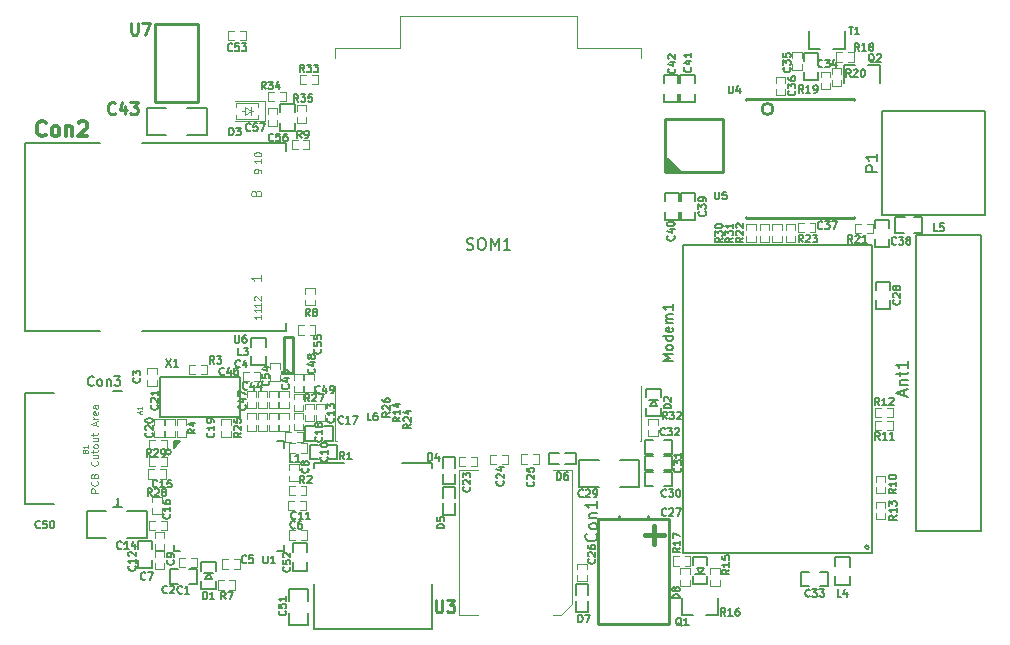
<source format=gbr>
%TF.GenerationSoftware,KiCad,Pcbnew,5.1.8-db9833491~88~ubuntu20.04.1*%
%TF.CreationDate,2020-12-01T22:06:39+01:00*%
%TF.ProjectId,licheepinano_sarau270,6c696368-6565-4706-996e-616e6f5f7361,V1.0*%
%TF.SameCoordinates,Original*%
%TF.FileFunction,Legend,Top*%
%TF.FilePolarity,Positive*%
%FSLAX46Y46*%
G04 Gerber Fmt 4.6, Leading zero omitted, Abs format (unit mm)*
G04 Created by KiCad (PCBNEW 5.1.8-db9833491~88~ubuntu20.04.1) date 2020-12-01 22:06:39*
%MOMM*%
%LPD*%
G01*
G04 APERTURE LIST*
%ADD10C,0.100000*%
%ADD11C,0.198120*%
%ADD12C,0.120000*%
%ADD13C,0.150000*%
%ADD14C,0.254000*%
%ADD15C,0.381000*%
%ADD16C,0.127000*%
%ADD17C,0.250000*%
%ADD18C,0.317500*%
%ADD19C,0.050800*%
%ADD20C,0.076200*%
%ADD21C,0.158750*%
%ADD22C,0.211138*%
%ADD23C,0.203200*%
%ADD24C,0.025400*%
%ADD25C,0.000001*%
G04 APERTURE END LIST*
D10*
%TO.C,C46*%
X118810000Y-104660000D02*
X118810000Y-104160000D01*
X118810000Y-104160000D02*
X118010000Y-104160000D01*
X118010000Y-104160000D02*
X118010000Y-104660000D01*
X118010000Y-105160000D02*
X118010000Y-105660000D01*
X118810000Y-105660000D02*
X118810000Y-105160000D01*
X118810000Y-105660000D02*
X118010000Y-105660000D01*
%TO.C,R20*%
X168300000Y-77360000D02*
X168300000Y-76860000D01*
X168300000Y-76860000D02*
X167500000Y-76860000D01*
X167500000Y-76860000D02*
X167500000Y-77360000D01*
X167500000Y-77860000D02*
X167500000Y-78360000D01*
X168300000Y-78360000D02*
X168300000Y-77860000D01*
X168300000Y-78360000D02*
X167500000Y-78360000D01*
D11*
%TO.C,Con2*%
X109140220Y-99074800D02*
X121268720Y-99074800D01*
X109140220Y-83225200D02*
X121268720Y-83225200D01*
X99231680Y-99074800D02*
X99231680Y-83225200D01*
X99231680Y-83225200D02*
X105541040Y-83225200D01*
X121268720Y-99074800D02*
X121268720Y-98449960D01*
X121268720Y-83850040D02*
X121268720Y-83225200D01*
X99231680Y-99074800D02*
X105541040Y-99074800D01*
D12*
%TO.C,SOM1*%
X125500000Y-108430000D02*
X125640000Y-108430000D01*
X151400000Y-103730000D02*
X151400000Y-108430000D01*
X125500000Y-103730000D02*
X125500000Y-108430000D01*
X130950000Y-72430000D02*
X145950000Y-72430000D01*
X145950000Y-75130000D02*
X145950000Y-72430000D01*
X130950000Y-75130000D02*
X130950000Y-72430000D01*
X130950000Y-75130000D02*
X125500000Y-75130000D01*
X151260000Y-108430000D02*
X151400000Y-108430000D01*
X125500000Y-75130000D02*
X125500000Y-76020000D01*
X151400000Y-75130000D02*
X145950000Y-75130000D01*
X151400000Y-76020000D02*
X151400000Y-75130000D01*
D13*
%TO.C,Ant1*%
X174650000Y-116010000D02*
X180150000Y-116010000D01*
X174650000Y-91010000D02*
X174650000Y-116010000D01*
X180150000Y-91010000D02*
X174650000Y-91010000D01*
X180150000Y-116010000D02*
X180150000Y-91010000D01*
%TO.C,C1*%
X111470000Y-119300000D02*
X112170000Y-119300000D01*
X111470000Y-120500000D02*
X111470000Y-119300000D01*
X112170000Y-120500000D02*
X111470000Y-120500000D01*
X113770000Y-119300000D02*
X113070000Y-119300000D01*
X113770000Y-120500000D02*
X113770000Y-119300000D01*
X113070000Y-120500000D02*
X113770000Y-120500000D01*
D10*
%TO.C,C2*%
X113770000Y-118330000D02*
X113770000Y-119130000D01*
X113770000Y-118330000D02*
X113270000Y-118330000D01*
X113270000Y-119130000D02*
X113770000Y-119130000D01*
X112270000Y-119130000D02*
X112770000Y-119130000D01*
X112270000Y-118330000D02*
X112270000Y-119130000D01*
X112770000Y-118330000D02*
X112270000Y-118330000D01*
%TO.C,C3*%
X110360000Y-103730000D02*
X109560000Y-103730000D01*
X110360000Y-103730000D02*
X110360000Y-103230000D01*
X109560000Y-103230000D02*
X109560000Y-103730000D01*
X109560000Y-102230000D02*
X109560000Y-102730000D01*
X110360000Y-102230000D02*
X109560000Y-102230000D01*
X110360000Y-102730000D02*
X110360000Y-102230000D01*
%TO.C,C4*%
X118140000Y-102540000D02*
X117640000Y-102540000D01*
X117640000Y-102540000D02*
X117640000Y-103340000D01*
X117640000Y-103340000D02*
X118140000Y-103340000D01*
X118640000Y-103340000D02*
X119140000Y-103340000D01*
X119140000Y-102540000D02*
X118640000Y-102540000D01*
X119140000Y-102540000D02*
X119140000Y-103340000D01*
%TO.C,C5*%
X117410000Y-118450000D02*
X117410000Y-119250000D01*
X117410000Y-118450000D02*
X116910000Y-118450000D01*
X116910000Y-119250000D02*
X117410000Y-119250000D01*
X115910000Y-119250000D02*
X116410000Y-119250000D01*
X115910000Y-118450000D02*
X115910000Y-119250000D01*
X116410000Y-118450000D02*
X115910000Y-118450000D01*
%TO.C,C6*%
X122590000Y-116780000D02*
X123090000Y-116780000D01*
X123090000Y-116780000D02*
X123090000Y-115980000D01*
X123090000Y-115980000D02*
X122590000Y-115980000D01*
X122090000Y-115980000D02*
X121590000Y-115980000D01*
X121590000Y-116780000D02*
X122090000Y-116780000D01*
X121590000Y-116780000D02*
X121590000Y-115980000D01*
D13*
%TO.C,C7*%
X109980000Y-117610000D02*
X109980000Y-116910000D01*
X109980000Y-116910000D02*
X108780000Y-116910000D01*
X108780000Y-116910000D02*
X108780000Y-117610000D01*
X109980000Y-118510000D02*
X109980000Y-119210000D01*
X109980000Y-119210000D02*
X108780000Y-119210000D01*
X108780000Y-119210000D02*
X108780000Y-118510000D01*
D10*
%TO.C,C8*%
X121570000Y-110350000D02*
X122370000Y-110350000D01*
X121570000Y-110350000D02*
X121570000Y-110850000D01*
X122370000Y-110850000D02*
X122370000Y-110350000D01*
X122370000Y-111850000D02*
X122370000Y-111350000D01*
X121570000Y-111850000D02*
X122370000Y-111850000D01*
X121570000Y-111350000D02*
X121570000Y-111850000D01*
%TO.C,C9*%
X110220000Y-118770000D02*
X110220000Y-119270000D01*
X110220000Y-119270000D02*
X111020000Y-119270000D01*
X111020000Y-119270000D02*
X111020000Y-118770000D01*
X111020000Y-118270000D02*
X111020000Y-117770000D01*
X110220000Y-117770000D02*
X110220000Y-118270000D01*
X110220000Y-117770000D02*
X111020000Y-117770000D01*
D13*
%TO.C,C10*%
X125660000Y-109970000D02*
X124960000Y-109970000D01*
X125660000Y-108770000D02*
X125660000Y-109970000D01*
X124960000Y-108770000D02*
X125660000Y-108770000D01*
X123360000Y-109970000D02*
X124060000Y-109970000D01*
X123360000Y-108770000D02*
X123360000Y-109970000D01*
X124060000Y-108770000D02*
X123360000Y-108770000D01*
D10*
%TO.C,C11*%
X122500000Y-114280000D02*
X123000000Y-114280000D01*
X123000000Y-114280000D02*
X123000000Y-113480000D01*
X123000000Y-113480000D02*
X122500000Y-113480000D01*
X122000000Y-113480000D02*
X121500000Y-113480000D01*
X121500000Y-114280000D02*
X122000000Y-114280000D01*
X121500000Y-114280000D02*
X121500000Y-113480000D01*
%TO.C,C12*%
X111020000Y-117650000D02*
X110220000Y-117650000D01*
X111020000Y-117650000D02*
X111020000Y-117150000D01*
X110220000Y-117150000D02*
X110220000Y-117650000D01*
X110220000Y-116150000D02*
X110220000Y-116650000D01*
X111020000Y-116150000D02*
X110220000Y-116150000D01*
X111020000Y-116650000D02*
X111020000Y-116150000D01*
%TO.C,C13*%
X124640000Y-105750000D02*
X124640000Y-105250000D01*
X124640000Y-105250000D02*
X123840000Y-105250000D01*
X123840000Y-105250000D02*
X123840000Y-105750000D01*
X123840000Y-106250000D02*
X123840000Y-106750000D01*
X124640000Y-106750000D02*
X124640000Y-106250000D01*
X124640000Y-106750000D02*
X123840000Y-106750000D01*
%TO.C,C14*%
X111200000Y-115190000D02*
X111200000Y-115990000D01*
X111200000Y-115190000D02*
X110700000Y-115190000D01*
X110700000Y-115990000D02*
X111200000Y-115990000D01*
X109700000Y-115990000D02*
X110200000Y-115990000D01*
X109700000Y-115190000D02*
X109700000Y-115990000D01*
X110200000Y-115190000D02*
X109700000Y-115190000D01*
%TO.C,C15*%
X110150000Y-110820000D02*
X109650000Y-110820000D01*
X109650000Y-110820000D02*
X109650000Y-111620000D01*
X109650000Y-111620000D02*
X110150000Y-111620000D01*
X110650000Y-111620000D02*
X111150000Y-111620000D01*
X111150000Y-110820000D02*
X110650000Y-110820000D01*
X111150000Y-110820000D02*
X111150000Y-111620000D01*
%TO.C,C16*%
X109980000Y-114130000D02*
X109980000Y-114630000D01*
X109980000Y-114630000D02*
X110780000Y-114630000D01*
X110780000Y-114630000D02*
X110780000Y-114130000D01*
X110780000Y-113630000D02*
X110780000Y-113130000D01*
X109980000Y-113130000D02*
X109980000Y-113630000D01*
X109980000Y-113130000D02*
X110780000Y-113130000D01*
%TO.C,C17*%
X121260000Y-108470000D02*
X121260000Y-107670000D01*
X121260000Y-108470000D02*
X121760000Y-108470000D01*
X121760000Y-107670000D02*
X121260000Y-107670000D01*
X122760000Y-107670000D02*
X122260000Y-107670000D01*
X122760000Y-108470000D02*
X122760000Y-107670000D01*
X122260000Y-108470000D02*
X122760000Y-108470000D01*
%TO.C,C18*%
X123720000Y-105750000D02*
X123720000Y-105250000D01*
X123720000Y-105250000D02*
X122920000Y-105250000D01*
X122920000Y-105250000D02*
X122920000Y-105750000D01*
X122920000Y-106250000D02*
X122920000Y-106750000D01*
X123720000Y-106750000D02*
X123720000Y-106250000D01*
X123720000Y-106750000D02*
X122920000Y-106750000D01*
%TO.C,C19*%
X116620000Y-107070000D02*
X116620000Y-106570000D01*
X116620000Y-106570000D02*
X115820000Y-106570000D01*
X115820000Y-106570000D02*
X115820000Y-107070000D01*
X115820000Y-107570000D02*
X115820000Y-108070000D01*
X116620000Y-108070000D02*
X116620000Y-107570000D01*
X116620000Y-108070000D02*
X115820000Y-108070000D01*
%TO.C,C20*%
X111900000Y-108070000D02*
X111100000Y-108070000D01*
X111900000Y-108070000D02*
X111900000Y-107570000D01*
X111100000Y-107570000D02*
X111100000Y-108070000D01*
X111100000Y-106570000D02*
X111100000Y-107070000D01*
X111900000Y-106570000D02*
X111100000Y-106570000D01*
X111900000Y-107070000D02*
X111900000Y-106570000D01*
%TO.C,C21*%
X110960000Y-108070000D02*
X110160000Y-108070000D01*
X110960000Y-108070000D02*
X110960000Y-107570000D01*
X110160000Y-107570000D02*
X110160000Y-108070000D01*
X110160000Y-106570000D02*
X110160000Y-107070000D01*
X110960000Y-106570000D02*
X110160000Y-106570000D01*
X110960000Y-107070000D02*
X110960000Y-106570000D01*
%TO.C,C23*%
X135950000Y-110540000D02*
X135950000Y-109740000D01*
X135950000Y-110540000D02*
X136450000Y-110540000D01*
X136450000Y-109740000D02*
X135950000Y-109740000D01*
X137450000Y-109740000D02*
X136950000Y-109740000D01*
X137450000Y-110540000D02*
X137450000Y-109740000D01*
X136950000Y-110540000D02*
X137450000Y-110540000D01*
%TO.C,C24*%
X139620000Y-110390000D02*
X140120000Y-110390000D01*
X140120000Y-110390000D02*
X140120000Y-109590000D01*
X140120000Y-109590000D02*
X139620000Y-109590000D01*
X139120000Y-109590000D02*
X138620000Y-109590000D01*
X138620000Y-110390000D02*
X139120000Y-110390000D01*
X138620000Y-110390000D02*
X138620000Y-109590000D01*
%TO.C,C25*%
X141210000Y-110360000D02*
X141210000Y-109560000D01*
X141210000Y-110360000D02*
X141710000Y-110360000D01*
X141710000Y-109560000D02*
X141210000Y-109560000D01*
X142710000Y-109560000D02*
X142210000Y-109560000D01*
X142710000Y-110360000D02*
X142710000Y-109560000D01*
X142210000Y-110360000D02*
X142710000Y-110360000D01*
%TO.C,C26*%
X145970000Y-119800000D02*
X145970000Y-120300000D01*
X145970000Y-120300000D02*
X146770000Y-120300000D01*
X146770000Y-120300000D02*
X146770000Y-119800000D01*
X146770000Y-119300000D02*
X146770000Y-118800000D01*
X145970000Y-118800000D02*
X145970000Y-119300000D01*
X145970000Y-118800000D02*
X146770000Y-118800000D01*
D14*
%TO.C,C27*%
X151990000Y-115060000D02*
X151990000Y-114760000D01*
X149490000Y-115060000D02*
X149490000Y-114760000D01*
X153740000Y-123910000D02*
X153740000Y-115060000D01*
X153740000Y-115060000D02*
X147740000Y-115060000D01*
X147740000Y-115060000D02*
X147740000Y-123910000D01*
X147740000Y-123910000D02*
X153740000Y-123910000D01*
D15*
X153289080Y-116408760D02*
X151688880Y-116408760D01*
X152488980Y-117109800D02*
X152488980Y-115611200D01*
D13*
%TO.C,C28*%
X171270000Y-96520000D02*
X171270000Y-97220000D01*
X171270000Y-97220000D02*
X172470000Y-97220000D01*
X172470000Y-97220000D02*
X172470000Y-96520000D01*
X171270000Y-95620000D02*
X171270000Y-94920000D01*
X171270000Y-94920000D02*
X172470000Y-94920000D01*
X172470000Y-94920000D02*
X172470000Y-95620000D01*
D16*
%TO.C,C29*%
X149549000Y-112283000D02*
X151200000Y-112283000D01*
X146120000Y-109997000D02*
X147771000Y-109997000D01*
X146120000Y-112283000D02*
X146120000Y-109997000D01*
X147771000Y-112283000D02*
X146120000Y-112283000D01*
X151200000Y-109997000D02*
X149549000Y-109997000D01*
X151200000Y-112283000D02*
X151200000Y-109997000D01*
D13*
%TO.C,C30*%
X154020000Y-112270000D02*
X153320000Y-112270000D01*
X154020000Y-111070000D02*
X154020000Y-112270000D01*
X153320000Y-111070000D02*
X154020000Y-111070000D01*
X151720000Y-112270000D02*
X152420000Y-112270000D01*
X151720000Y-111070000D02*
X151720000Y-112270000D01*
X152420000Y-111070000D02*
X151720000Y-111070000D01*
%TO.C,C31*%
X154020000Y-110900000D02*
X153320000Y-110900000D01*
X154020000Y-109700000D02*
X154020000Y-110900000D01*
X153320000Y-109700000D02*
X154020000Y-109700000D01*
X151720000Y-110900000D02*
X152420000Y-110900000D01*
X151720000Y-109700000D02*
X151720000Y-110900000D01*
X152420000Y-109700000D02*
X151720000Y-109700000D01*
%TO.C,C32*%
X154000000Y-109520000D02*
X153300000Y-109520000D01*
X154000000Y-108320000D02*
X154000000Y-109520000D01*
X153300000Y-108320000D02*
X154000000Y-108320000D01*
X151700000Y-109520000D02*
X152400000Y-109520000D01*
X151700000Y-108320000D02*
X151700000Y-109520000D01*
X152400000Y-108320000D02*
X151700000Y-108320000D01*
%TO.C,C33*%
X164920000Y-119530000D02*
X165620000Y-119530000D01*
X164920000Y-120730000D02*
X164920000Y-119530000D01*
X165620000Y-120730000D02*
X164920000Y-120730000D01*
X167220000Y-119530000D02*
X166520000Y-119530000D01*
X167220000Y-120730000D02*
X167220000Y-119530000D01*
X166520000Y-120730000D02*
X167220000Y-120730000D01*
%TO.C,C34*%
X165150000Y-77840000D02*
X165150000Y-77140000D01*
X166350000Y-77840000D02*
X165150000Y-77840000D01*
X166350000Y-77140000D02*
X166350000Y-77840000D01*
X165150000Y-75540000D02*
X165150000Y-76240000D01*
X166350000Y-75540000D02*
X165150000Y-75540000D01*
X166350000Y-76240000D02*
X166350000Y-75540000D01*
D10*
%TO.C,C35*%
X164180000Y-75530000D02*
X164980000Y-75530000D01*
X164180000Y-75530000D02*
X164180000Y-76030000D01*
X164980000Y-76030000D02*
X164980000Y-75530000D01*
X164980000Y-77030000D02*
X164980000Y-76530000D01*
X164180000Y-77030000D02*
X164980000Y-77030000D01*
X164180000Y-76530000D02*
X164180000Y-77030000D01*
%TO.C,C36*%
X163590000Y-78120000D02*
X163590000Y-77620000D01*
X163590000Y-77620000D02*
X162790000Y-77620000D01*
X162790000Y-77620000D02*
X162790000Y-78120000D01*
X162790000Y-78620000D02*
X162790000Y-79120000D01*
X163590000Y-79120000D02*
X163590000Y-78620000D01*
X163590000Y-79120000D02*
X162790000Y-79120000D01*
%TO.C,C37*%
X164640000Y-90760000D02*
X164640000Y-89960000D01*
X164640000Y-90760000D02*
X165140000Y-90760000D01*
X165140000Y-89960000D02*
X164640000Y-89960000D01*
X166140000Y-89960000D02*
X165640000Y-89960000D01*
X166140000Y-90760000D02*
X166140000Y-89960000D01*
X165640000Y-90760000D02*
X166140000Y-90760000D01*
D13*
%TO.C,C38*%
X172370000Y-90390000D02*
X172370000Y-89690000D01*
X172370000Y-89690000D02*
X171170000Y-89690000D01*
X171170000Y-89690000D02*
X171170000Y-90390000D01*
X172370000Y-91290000D02*
X172370000Y-91990000D01*
X172370000Y-91990000D02*
X171170000Y-91990000D01*
X171170000Y-91990000D02*
X171170000Y-91290000D01*
D12*
%TO.C,Con1*%
X145510000Y-122220000D02*
X145510000Y-110920000D01*
X145510000Y-110920000D02*
X143890000Y-110920000D01*
X135970000Y-110920000D02*
X135970000Y-123120000D01*
X143890000Y-123120000D02*
X144610000Y-123120000D01*
X137590000Y-110920000D02*
X135970000Y-110920000D01*
X135970000Y-123120000D02*
X137590000Y-123120000D01*
X144610000Y-123120000D02*
X145510000Y-122220000D01*
D13*
%TO.C,D1*%
X114350000Y-119590000D02*
X115150000Y-119590000D01*
X114750000Y-119590000D02*
X115050000Y-120090000D01*
X114450000Y-120090000D02*
X114750000Y-119590000D01*
X114450000Y-120090000D02*
X115050000Y-120090000D01*
X114150000Y-120290000D02*
X114150000Y-120990000D01*
X114150000Y-120990000D02*
X115350000Y-120990000D01*
X115350000Y-120990000D02*
X115350000Y-120290000D01*
X114150000Y-119390000D02*
X114150000Y-118690000D01*
X114150000Y-118690000D02*
X115350000Y-118690000D01*
X115350000Y-118690000D02*
X115350000Y-119390000D01*
%TO.C,D4*%
X134610000Y-109755000D02*
X134610000Y-110730000D01*
X135610000Y-109755000D02*
X134610000Y-109755000D01*
X135610000Y-110730000D02*
X135610000Y-109755000D01*
X135610000Y-112105000D02*
X135610000Y-111180000D01*
X134610000Y-112105000D02*
X135610000Y-112105000D01*
X134610000Y-111180000D02*
X134610000Y-112105000D01*
%TO.C,D5*%
X135610000Y-113260000D02*
X135610000Y-112335000D01*
X135610000Y-112335000D02*
X134610000Y-112335000D01*
X134610000Y-112335000D02*
X134610000Y-113260000D01*
X134610000Y-113710000D02*
X134610000Y-114685000D01*
X134610000Y-114685000D02*
X135610000Y-114685000D01*
X135610000Y-114685000D02*
X135610000Y-113710000D01*
%TO.C,D6*%
X145885000Y-109410000D02*
X144910000Y-109410000D01*
X145885000Y-110410000D02*
X145885000Y-109410000D01*
X144910000Y-110410000D02*
X145885000Y-110410000D01*
X143535000Y-110410000D02*
X144460000Y-110410000D01*
X143535000Y-109410000D02*
X143535000Y-110410000D01*
X144460000Y-109410000D02*
X143535000Y-109410000D01*
%TO.C,D7*%
X146880000Y-121480000D02*
X146880000Y-120555000D01*
X146880000Y-120555000D02*
X145880000Y-120555000D01*
X145880000Y-120555000D02*
X145880000Y-121480000D01*
X145880000Y-121930000D02*
X145880000Y-122905000D01*
X145880000Y-122905000D02*
X146880000Y-122905000D01*
X146880000Y-122905000D02*
X146880000Y-121930000D01*
%TO.C,D8*%
X155770000Y-120550000D02*
X155770000Y-119850000D01*
X156970000Y-120550000D02*
X155770000Y-120550000D01*
X156970000Y-119850000D02*
X156970000Y-120550000D01*
X155770000Y-118250000D02*
X155770000Y-118950000D01*
X156970000Y-118250000D02*
X155770000Y-118250000D01*
X156970000Y-118950000D02*
X156970000Y-118250000D01*
X156670000Y-119150000D02*
X156070000Y-119150000D01*
X156670000Y-119150000D02*
X156370000Y-119650000D01*
X156370000Y-119650000D02*
X156070000Y-119150000D01*
X156770000Y-119650000D02*
X155970000Y-119650000D01*
D16*
%TO.C,L1*%
X125250620Y-107119760D02*
X124498780Y-107119760D01*
X125250620Y-108420240D02*
X125250620Y-107119760D01*
X124498780Y-108420240D02*
X125250620Y-108420240D01*
X122949380Y-108420240D02*
X123701220Y-108420240D01*
X122949380Y-107119760D02*
X122949380Y-108420240D01*
X123749480Y-107119760D02*
X122949380Y-107119760D01*
%TO.C,L3*%
X119620240Y-100479480D02*
X119620240Y-99679380D01*
X119620240Y-99679380D02*
X118319760Y-99679380D01*
X118319760Y-99679380D02*
X118319760Y-100431220D01*
X118319760Y-101228780D02*
X118319760Y-101980620D01*
X118319760Y-101980620D02*
X119620240Y-101980620D01*
X119620240Y-101980620D02*
X119620240Y-101228780D01*
%TO.C,L4*%
X169050240Y-120580620D02*
X169050240Y-119828780D01*
X167749760Y-120580620D02*
X169050240Y-120580620D01*
X167749760Y-119828780D02*
X167749760Y-120580620D01*
X167749760Y-118279380D02*
X167749760Y-119031220D01*
X169050240Y-118279380D02*
X167749760Y-118279380D01*
X169050240Y-119079480D02*
X169050240Y-118279380D01*
%TO.C,L5*%
X173689480Y-89499760D02*
X172889380Y-89499760D01*
X172889380Y-89499760D02*
X172889380Y-90800240D01*
X172889380Y-90800240D02*
X173641220Y-90800240D01*
X174438780Y-90800240D02*
X175190620Y-90800240D01*
X175190620Y-90800240D02*
X175190620Y-89499760D01*
X175190620Y-89499760D02*
X174438780Y-89499760D01*
D13*
%TO.C,P1*%
X180530000Y-89290000D02*
X180530000Y-80490000D01*
X171730000Y-89290000D02*
X171730000Y-80490000D01*
X171730000Y-80490000D02*
X180530000Y-80490000D01*
X171730000Y-89290000D02*
X180530000Y-89290000D01*
%TO.C,Q1*%
X155810000Y-123180000D02*
X154860000Y-123180000D01*
X156910000Y-123180000D02*
X157860000Y-123180000D01*
D16*
X154836000Y-123180000D02*
X154836000Y-121680000D01*
X157884000Y-121680000D02*
X157884000Y-123180000D01*
%TO.C,Q2*%
X168546000Y-78080000D02*
X168546000Y-76580000D01*
X171594000Y-76580000D02*
X171594000Y-78080000D01*
D13*
X169520000Y-76580000D02*
X168570000Y-76580000D01*
X170620000Y-76580000D02*
X171570000Y-76580000D01*
D10*
%TO.C,R1*%
X121550000Y-109430000D02*
X121550000Y-108630000D01*
X121550000Y-109430000D02*
X122050000Y-109430000D01*
X122050000Y-108630000D02*
X121550000Y-108630000D01*
X123050000Y-108630000D02*
X122550000Y-108630000D01*
X123050000Y-109430000D02*
X123050000Y-108630000D01*
X122550000Y-109430000D02*
X123050000Y-109430000D01*
%TO.C,R2*%
X122540000Y-113030000D02*
X123040000Y-113030000D01*
X123040000Y-113030000D02*
X123040000Y-112230000D01*
X123040000Y-112230000D02*
X122540000Y-112230000D01*
X122040000Y-112230000D02*
X121540000Y-112230000D01*
X121540000Y-113030000D02*
X122040000Y-113030000D01*
X121540000Y-113030000D02*
X121540000Y-112230000D01*
%TO.C,R3*%
X114120000Y-102750000D02*
X114620000Y-102750000D01*
X114620000Y-102750000D02*
X114620000Y-101950000D01*
X114620000Y-101950000D02*
X114120000Y-101950000D01*
X113620000Y-101950000D02*
X113120000Y-101950000D01*
X113120000Y-102750000D02*
X113620000Y-102750000D01*
X113120000Y-102750000D02*
X113120000Y-101950000D01*
%TO.C,R4*%
X112040000Y-106570000D02*
X112840000Y-106570000D01*
X112040000Y-106570000D02*
X112040000Y-107070000D01*
X112840000Y-107070000D02*
X112840000Y-106570000D01*
X112840000Y-108070000D02*
X112840000Y-107570000D01*
X112040000Y-108070000D02*
X112840000Y-108070000D01*
X112040000Y-107570000D02*
X112040000Y-108070000D01*
%TO.C,R7*%
X117020000Y-120220000D02*
X117020000Y-121020000D01*
X117020000Y-120220000D02*
X116520000Y-120220000D01*
X116520000Y-121020000D02*
X117020000Y-121020000D01*
X115520000Y-121020000D02*
X116020000Y-121020000D01*
X115520000Y-120220000D02*
X115520000Y-121020000D01*
X116020000Y-120220000D02*
X115520000Y-120220000D01*
%TO.C,R8*%
X122930000Y-96450000D02*
X122930000Y-96950000D01*
X122930000Y-96950000D02*
X123730000Y-96950000D01*
X123730000Y-96950000D02*
X123730000Y-96450000D01*
X123730000Y-95950000D02*
X123730000Y-95450000D01*
X122930000Y-95450000D02*
X122930000Y-95950000D01*
X122930000Y-95450000D02*
X123730000Y-95450000D01*
%TO.C,R9*%
X122790000Y-83740000D02*
X123290000Y-83740000D01*
X123290000Y-83740000D02*
X123290000Y-82940000D01*
X123290000Y-82940000D02*
X122790000Y-82940000D01*
X122290000Y-82940000D02*
X121790000Y-82940000D01*
X121790000Y-83740000D02*
X122290000Y-83740000D01*
X121790000Y-83740000D02*
X121790000Y-82940000D01*
%TO.C,R10*%
X171250000Y-112360000D02*
X171250000Y-112860000D01*
X171250000Y-112860000D02*
X172050000Y-112860000D01*
X172050000Y-112860000D02*
X172050000Y-112360000D01*
X172050000Y-111860000D02*
X172050000Y-111360000D01*
X171250000Y-111360000D02*
X171250000Y-111860000D01*
X171250000Y-111360000D02*
X172050000Y-111360000D01*
%TO.C,R11*%
X172180000Y-107500000D02*
X172680000Y-107500000D01*
X172680000Y-107500000D02*
X172680000Y-106700000D01*
X172680000Y-106700000D02*
X172180000Y-106700000D01*
X171680000Y-106700000D02*
X171180000Y-106700000D01*
X171180000Y-107500000D02*
X171680000Y-107500000D01*
X171180000Y-107500000D02*
X171180000Y-106700000D01*
%TO.C,R12*%
X171190000Y-106390000D02*
X171190000Y-105590000D01*
X171190000Y-106390000D02*
X171690000Y-106390000D01*
X171690000Y-105590000D02*
X171190000Y-105590000D01*
X172690000Y-105590000D02*
X172190000Y-105590000D01*
X172690000Y-106390000D02*
X172690000Y-105590000D01*
X172190000Y-106390000D02*
X172690000Y-106390000D01*
%TO.C,R13*%
X172060000Y-114060000D02*
X172060000Y-113560000D01*
X172060000Y-113560000D02*
X171260000Y-113560000D01*
X171260000Y-113560000D02*
X171260000Y-114060000D01*
X171260000Y-114560000D02*
X171260000Y-115060000D01*
X172060000Y-115060000D02*
X172060000Y-114560000D01*
X172060000Y-115060000D02*
X171260000Y-115060000D01*
%TO.C,R15*%
X158040000Y-120690000D02*
X157240000Y-120690000D01*
X158040000Y-120690000D02*
X158040000Y-120190000D01*
X157240000Y-120190000D02*
X157240000Y-120690000D01*
X157240000Y-119190000D02*
X157240000Y-119690000D01*
X158040000Y-119190000D02*
X157240000Y-119190000D01*
X158040000Y-119690000D02*
X158040000Y-119190000D01*
%TO.C,R16*%
X154710000Y-119190000D02*
X155510000Y-119190000D01*
X154710000Y-119190000D02*
X154710000Y-119690000D01*
X155510000Y-119690000D02*
X155510000Y-119190000D01*
X155510000Y-120690000D02*
X155510000Y-120190000D01*
X154710000Y-120690000D02*
X155510000Y-120690000D01*
X154710000Y-120190000D02*
X154710000Y-120690000D01*
%TO.C,R17*%
X154050000Y-118990000D02*
X154050000Y-118190000D01*
X154050000Y-118990000D02*
X154550000Y-118990000D01*
X154550000Y-118190000D02*
X154050000Y-118190000D01*
X155550000Y-118190000D02*
X155050000Y-118190000D01*
X155550000Y-118990000D02*
X155550000Y-118190000D01*
X155050000Y-118990000D02*
X155550000Y-118990000D01*
%TO.C,R18*%
X169370000Y-75530000D02*
X169370000Y-76330000D01*
X169370000Y-75530000D02*
X168870000Y-75530000D01*
X168870000Y-76330000D02*
X169370000Y-76330000D01*
X167870000Y-76330000D02*
X168370000Y-76330000D01*
X167870000Y-75530000D02*
X167870000Y-76330000D01*
X168370000Y-75530000D02*
X167870000Y-75530000D01*
%TO.C,R19*%
X166580000Y-77140000D02*
X167380000Y-77140000D01*
X166580000Y-77140000D02*
X166580000Y-77640000D01*
X167380000Y-77640000D02*
X167380000Y-77140000D01*
X167380000Y-78640000D02*
X167380000Y-78140000D01*
X166580000Y-78640000D02*
X167380000Y-78640000D01*
X166580000Y-78140000D02*
X166580000Y-78640000D01*
%TO.C,R22*%
X163290000Y-91580000D02*
X162490000Y-91580000D01*
X163290000Y-91580000D02*
X163290000Y-91080000D01*
X162490000Y-91080000D02*
X162490000Y-91580000D01*
X162490000Y-90080000D02*
X162490000Y-90580000D01*
X163290000Y-90080000D02*
X162490000Y-90080000D01*
X163290000Y-90580000D02*
X163290000Y-90080000D01*
%TO.C,R23*%
X164410000Y-90580000D02*
X164410000Y-90080000D01*
X164410000Y-90080000D02*
X163610000Y-90080000D01*
X163610000Y-90080000D02*
X163610000Y-90580000D01*
X163610000Y-91080000D02*
X163610000Y-91580000D01*
X164410000Y-91580000D02*
X164410000Y-91080000D01*
X164410000Y-91580000D02*
X163610000Y-91580000D01*
D13*
%TO.C,Modem1*%
X154910000Y-117870000D02*
X170910000Y-117870000D01*
X154910000Y-91870000D02*
X154910000Y-117870000D01*
X170910000Y-91870000D02*
X154910000Y-91870000D01*
X170910000Y-117870000D02*
X170910000Y-91870000D01*
D16*
X170649206Y-117430000D02*
G75*
G03*
X170649206Y-117430000I-179603J0D01*
G01*
D13*
%TO.C,T1*%
X166540000Y-75200000D02*
X165590000Y-75200000D01*
X167640000Y-75200000D02*
X168590000Y-75200000D01*
D16*
X165566000Y-75200000D02*
X165566000Y-73700000D01*
X168614000Y-73700000D02*
X168614000Y-75200000D01*
D13*
%TO.C,U1*%
X121100000Y-108460000D02*
X120550000Y-108460000D01*
X111573607Y-109360000D02*
G75*
G03*
X111573607Y-109360000I-223607J0D01*
G01*
X121100000Y-117760000D02*
X120550000Y-117760000D01*
X112350000Y-117760000D02*
X111800000Y-117760000D01*
X112350000Y-108460000D02*
X111800000Y-108460000D01*
X111800000Y-108460000D02*
X111800000Y-109010000D01*
X111800000Y-117210000D02*
X111800000Y-117760000D01*
X121100000Y-117210000D02*
X121100000Y-117760000D01*
X121100000Y-108460000D02*
X121100000Y-109010000D01*
G36*
X111850000Y-108510000D02*
G01*
X111850000Y-108910000D01*
X112250000Y-108510000D01*
X111850000Y-108510000D01*
G37*
X111850000Y-108510000D02*
X111850000Y-108910000D01*
X112250000Y-108510000D01*
X111850000Y-108510000D01*
X112350000Y-108460000D02*
X111800000Y-109010000D01*
D17*
%TO.C,U4*%
X169440000Y-79455000D02*
X169440000Y-79545000D01*
X169440000Y-89460000D02*
X169440000Y-89550000D01*
X160240000Y-89460000D02*
X160240000Y-89550000D01*
X160240000Y-79450000D02*
X160240000Y-79540000D01*
X169440000Y-79450000D02*
X160240000Y-79450000D01*
X160240000Y-89550000D02*
X169440000Y-89550000D01*
X162554001Y-80309000D02*
G75*
G03*
X162554001Y-80309000I-475079J0D01*
G01*
D13*
%TO.C,X1*%
X117430000Y-106410000D02*
X117430000Y-103010000D01*
X110630000Y-103010000D02*
X117430000Y-103010000D01*
X110630000Y-106410000D02*
X110630000Y-103010000D01*
X117430000Y-106410000D02*
X110630000Y-106410000D01*
%TO.C,C39*%
X154780000Y-89700000D02*
X154780000Y-89000000D01*
X155980000Y-89700000D02*
X154780000Y-89700000D01*
X155980000Y-89000000D02*
X155980000Y-89700000D01*
X154780000Y-87400000D02*
X154780000Y-88100000D01*
X155980000Y-87400000D02*
X154780000Y-87400000D01*
X155980000Y-88100000D02*
X155980000Y-87400000D01*
%TO.C,C40*%
X153390000Y-89700000D02*
X153390000Y-89000000D01*
X154590000Y-89700000D02*
X153390000Y-89700000D01*
X154590000Y-89000000D02*
X154590000Y-89700000D01*
X153390000Y-87400000D02*
X153390000Y-88100000D01*
X154590000Y-87400000D02*
X153390000Y-87400000D01*
X154590000Y-88100000D02*
X154590000Y-87400000D01*
%TO.C,C41*%
X154710000Y-79050000D02*
X154710000Y-79750000D01*
X154710000Y-79750000D02*
X155910000Y-79750000D01*
X155910000Y-79750000D02*
X155910000Y-79050000D01*
X154710000Y-78150000D02*
X154710000Y-77450000D01*
X154710000Y-77450000D02*
X155910000Y-77450000D01*
X155910000Y-77450000D02*
X155910000Y-78150000D01*
%TO.C,C42*%
X153320000Y-79050000D02*
X153320000Y-79750000D01*
X153320000Y-79750000D02*
X154520000Y-79750000D01*
X154520000Y-79750000D02*
X154520000Y-79050000D01*
X153320000Y-78150000D02*
X153320000Y-77450000D01*
X153320000Y-77450000D02*
X154520000Y-77450000D01*
X154520000Y-77450000D02*
X154520000Y-78150000D01*
D14*
%TO.C,U5*%
X158290000Y-85690000D02*
X158290000Y-81190000D01*
X153390000Y-81190000D02*
X153390000Y-85690000D01*
X153530000Y-85340000D02*
X153830000Y-85640000D01*
X153530000Y-85140000D02*
X154030000Y-85640000D01*
X153530000Y-84940000D02*
X154230000Y-85640000D01*
X153530000Y-84740000D02*
X154430000Y-85640000D01*
X153530000Y-84540000D02*
X154630000Y-85640000D01*
X158290000Y-85690000D02*
X153390000Y-85690000D01*
X158290000Y-81190000D02*
X153390000Y-81190000D01*
X153420000Y-85350000D02*
X153720000Y-85650000D01*
D16*
%TO.C,C43*%
X109510000Y-80257000D02*
X109510000Y-82543000D01*
X109510000Y-82543000D02*
X111161000Y-82543000D01*
X112939000Y-80257000D02*
X114590000Y-80257000D01*
X114590000Y-80257000D02*
X114590000Y-82543000D01*
X114590000Y-82543000D02*
X112939000Y-82543000D01*
X111161000Y-80257000D02*
X109510000Y-80257000D01*
D10*
%TO.C,L6*%
X122750000Y-107520000D02*
X121950000Y-107520000D01*
X122750000Y-107520000D02*
X122750000Y-107020000D01*
X121950000Y-107020000D02*
X121950000Y-107520000D01*
X121950000Y-106020000D02*
X121950000Y-106520000D01*
X122750000Y-106020000D02*
X121950000Y-106020000D01*
X122750000Y-106520000D02*
X122750000Y-106020000D01*
D16*
%TO.C,C50*%
X106081000Y-114387000D02*
X104430000Y-114387000D01*
X109510000Y-116673000D02*
X107859000Y-116673000D01*
X109510000Y-114387000D02*
X109510000Y-116673000D01*
X107859000Y-114387000D02*
X109510000Y-114387000D01*
X104430000Y-116673000D02*
X106081000Y-116673000D01*
X104430000Y-114387000D02*
X104430000Y-116673000D01*
D13*
%TO.C,C52*%
X123120000Y-117100000D02*
X123120000Y-117800000D01*
X121920000Y-117100000D02*
X123120000Y-117100000D01*
X121920000Y-117800000D02*
X121920000Y-117100000D01*
X123120000Y-119400000D02*
X123120000Y-118700000D01*
X121920000Y-119400000D02*
X123120000Y-119400000D01*
X121920000Y-118700000D02*
X121920000Y-119400000D01*
D11*
%TO.C,Con3*%
X99247300Y-113799000D02*
X101706020Y-113799000D01*
X99247300Y-104401000D02*
X99247300Y-113799000D01*
X101706020Y-104401000D02*
X99247300Y-104401000D01*
X106704740Y-114022520D02*
X107403240Y-114022520D01*
X107403240Y-104177480D02*
X106704740Y-104177480D01*
D10*
%TO.C,R28*%
X110250000Y-109750000D02*
X109750000Y-109750000D01*
X109750000Y-109750000D02*
X109750000Y-110550000D01*
X109750000Y-110550000D02*
X110250000Y-110550000D01*
X110750000Y-110550000D02*
X111250000Y-110550000D01*
X111250000Y-109750000D02*
X110750000Y-109750000D01*
X111250000Y-109750000D02*
X111250000Y-110550000D01*
%TO.C,R29*%
X110250000Y-108320000D02*
X109750000Y-108320000D01*
X109750000Y-108320000D02*
X109750000Y-109120000D01*
X109750000Y-109120000D02*
X110250000Y-109120000D01*
X110750000Y-109120000D02*
X111250000Y-109120000D01*
X111250000Y-108320000D02*
X110750000Y-108320000D01*
X111250000Y-108320000D02*
X111250000Y-109120000D01*
%TO.C,R30*%
X161070000Y-91570000D02*
X160270000Y-91570000D01*
X161070000Y-91570000D02*
X161070000Y-91070000D01*
X160270000Y-91070000D02*
X160270000Y-91570000D01*
X160270000Y-90070000D02*
X160270000Y-90570000D01*
X161070000Y-90070000D02*
X160270000Y-90070000D01*
X161070000Y-90570000D02*
X161070000Y-90070000D01*
%TO.C,R31*%
X162240000Y-91570000D02*
X161440000Y-91570000D01*
X162240000Y-91570000D02*
X162240000Y-91070000D01*
X161440000Y-91070000D02*
X161440000Y-91570000D01*
X161440000Y-90070000D02*
X161440000Y-90570000D01*
X162240000Y-90070000D02*
X161440000Y-90070000D01*
X162240000Y-90570000D02*
X162240000Y-90070000D01*
D13*
%TO.C,U3*%
X126210000Y-110320000D02*
X123660000Y-110320000D01*
X133660000Y-110320000D02*
X133660000Y-110670000D01*
X133660000Y-120570000D02*
X133660000Y-124320000D01*
X123660000Y-110320000D02*
X123660000Y-110670000D01*
X123660000Y-124320000D02*
X133660000Y-124320000D01*
X123660000Y-120570000D02*
X123660000Y-124320000D01*
X133660000Y-110320000D02*
X131110000Y-110320000D01*
D16*
%TO.C,C51*%
X123162800Y-122978000D02*
X123162800Y-123994000D01*
X121534660Y-123994000D02*
X121534660Y-122970380D01*
X121539740Y-123999080D02*
X123150100Y-123999080D01*
X121539740Y-120933300D02*
X123150100Y-120933300D01*
X121534660Y-120938380D02*
X121534660Y-121962000D01*
X123162800Y-121954380D02*
X123162800Y-120938380D01*
D10*
%TO.C,C53*%
X117440000Y-74510000D02*
X117940000Y-74510000D01*
X117940000Y-74510000D02*
X117940000Y-73710000D01*
X117940000Y-73710000D02*
X117440000Y-73710000D01*
X116940000Y-73710000D02*
X116440000Y-73710000D01*
X116440000Y-74510000D02*
X116940000Y-74510000D01*
X116440000Y-74510000D02*
X116440000Y-73710000D01*
%TO.C,C54*%
X119990000Y-101860000D02*
X120790000Y-101860000D01*
X119990000Y-101860000D02*
X119990000Y-102360000D01*
X120790000Y-102360000D02*
X120790000Y-101860000D01*
X120790000Y-103360000D02*
X120790000Y-102860000D01*
X119990000Y-103360000D02*
X120790000Y-103360000D01*
X119990000Y-102860000D02*
X119990000Y-103360000D01*
%TO.C,C55*%
X122300000Y-99420000D02*
X122300000Y-98620000D01*
X122300000Y-99420000D02*
X122800000Y-99420000D01*
X122800000Y-98620000D02*
X122300000Y-98620000D01*
X123800000Y-98620000D02*
X123300000Y-98620000D01*
X123800000Y-99420000D02*
X123800000Y-98620000D01*
X123300000Y-99420000D02*
X123800000Y-99420000D01*
D13*
%TO.C,C56*%
X122040000Y-80610000D02*
X122040000Y-79910000D01*
X122040000Y-79910000D02*
X120840000Y-79910000D01*
X120840000Y-79910000D02*
X120840000Y-80610000D01*
X122040000Y-81510000D02*
X122040000Y-82210000D01*
X122040000Y-82210000D02*
X120840000Y-82210000D01*
X120840000Y-82210000D02*
X120840000Y-81510000D01*
D10*
%TO.C,C57*%
X119760000Y-81240000D02*
X119760000Y-81740000D01*
X119760000Y-81740000D02*
X120560000Y-81740000D01*
X120560000Y-81740000D02*
X120560000Y-81240000D01*
X120560000Y-80740000D02*
X120560000Y-80240000D01*
X119760000Y-80240000D02*
X119760000Y-80740000D01*
X119760000Y-80240000D02*
X120560000Y-80240000D01*
D13*
%TO.C,D2*%
X153030000Y-104040000D02*
X153030000Y-104740000D01*
X151830000Y-104040000D02*
X153030000Y-104040000D01*
X151830000Y-104740000D02*
X151830000Y-104040000D01*
X153030000Y-106340000D02*
X153030000Y-105640000D01*
X151830000Y-106340000D02*
X153030000Y-106340000D01*
X151830000Y-105640000D02*
X151830000Y-106340000D01*
X152130000Y-105440000D02*
X152730000Y-105440000D01*
X152130000Y-105440000D02*
X152430000Y-104940000D01*
X152430000Y-104940000D02*
X152730000Y-105440000D01*
X152030000Y-104940000D02*
X152830000Y-104940000D01*
D12*
%TO.C,D3*%
X119510000Y-81320000D02*
X116960000Y-81320000D01*
X119510000Y-79620000D02*
X116960000Y-79620000D01*
D10*
X118910000Y-81170000D02*
X117110000Y-81170000D01*
X117110000Y-81170000D02*
X117110000Y-80820000D01*
X117110000Y-79770000D02*
X118910000Y-79770000D01*
X118910000Y-80820000D02*
X118910000Y-81170000D01*
X118310000Y-80820000D02*
X118310000Y-80120000D01*
X118310000Y-80470000D02*
X118510000Y-80470000D01*
X118310000Y-80470000D02*
X117810000Y-80820000D01*
X117810000Y-80820000D02*
X117810000Y-80120000D01*
X117810000Y-80120000D02*
X118310000Y-80470000D01*
X117810000Y-80470000D02*
X117560000Y-80470000D01*
D12*
X119510000Y-81320000D02*
X119510000Y-79620000D01*
D10*
X117110000Y-80120000D02*
X117110000Y-79770000D01*
X118910000Y-80120000D02*
X118910000Y-79770000D01*
%TO.C,R32*%
X152790000Y-108030000D02*
X151990000Y-108030000D01*
X152790000Y-108030000D02*
X152790000Y-107530000D01*
X151990000Y-107530000D02*
X151990000Y-108030000D01*
X151990000Y-106530000D02*
X151990000Y-107030000D01*
X152790000Y-106530000D02*
X151990000Y-106530000D01*
X152790000Y-107030000D02*
X152790000Y-106530000D01*
%TO.C,R33*%
X122510000Y-78210000D02*
X122510000Y-77410000D01*
X122510000Y-78210000D02*
X123010000Y-78210000D01*
X123010000Y-77410000D02*
X122510000Y-77410000D01*
X124010000Y-77410000D02*
X123510000Y-77410000D01*
X124010000Y-78210000D02*
X124010000Y-77410000D01*
X123510000Y-78210000D02*
X124010000Y-78210000D01*
%TO.C,R34*%
X121310000Y-78840000D02*
X121310000Y-79640000D01*
X121310000Y-78840000D02*
X120810000Y-78840000D01*
X120810000Y-79640000D02*
X121310000Y-79640000D01*
X119810000Y-79640000D02*
X120310000Y-79640000D01*
X119810000Y-78840000D02*
X119810000Y-79640000D01*
X120310000Y-78840000D02*
X119810000Y-78840000D01*
%TO.C,R35*%
X123010000Y-81490000D02*
X122210000Y-81490000D01*
X123010000Y-81490000D02*
X123010000Y-80990000D01*
X122210000Y-80990000D02*
X122210000Y-81490000D01*
X122210000Y-79990000D02*
X122210000Y-80490000D01*
X123010000Y-79990000D02*
X122210000Y-79990000D01*
X123010000Y-80490000D02*
X123010000Y-79990000D01*
D14*
%TO.C,U6*%
X121910000Y-99660000D02*
X121910000Y-102660000D01*
X121910000Y-102660000D02*
X121210000Y-102660000D01*
X121210000Y-102660000D02*
X121110000Y-102660000D01*
X121110000Y-102660000D02*
X121110000Y-99660000D01*
X121110000Y-99660000D02*
X121910000Y-99660000D01*
%TO.C,U7*%
X113840000Y-79710000D02*
X110240000Y-79710000D01*
X113840000Y-73110000D02*
X113840000Y-79710000D01*
X110240000Y-73110000D02*
X113840000Y-73110000D01*
X110240000Y-79710000D02*
X110240000Y-73110000D01*
D10*
%TO.C,C44*%
X120630000Y-105660000D02*
X119830000Y-105660000D01*
X120630000Y-105660000D02*
X120630000Y-105160000D01*
X119830000Y-105160000D02*
X119830000Y-105660000D01*
X119830000Y-104160000D02*
X119830000Y-104660000D01*
X120630000Y-104160000D02*
X119830000Y-104160000D01*
X120630000Y-104660000D02*
X120630000Y-104160000D01*
%TO.C,C45*%
X121540000Y-105660000D02*
X120740000Y-105660000D01*
X121540000Y-105660000D02*
X121540000Y-105160000D01*
X120740000Y-105160000D02*
X120740000Y-105660000D01*
X120740000Y-104160000D02*
X120740000Y-104660000D01*
X121540000Y-104160000D02*
X120740000Y-104160000D01*
X121540000Y-104660000D02*
X121540000Y-104160000D01*
%TO.C,C47*%
X119720000Y-104660000D02*
X119720000Y-104160000D01*
X119720000Y-104160000D02*
X118920000Y-104160000D01*
X118920000Y-104160000D02*
X118920000Y-104660000D01*
X118920000Y-105160000D02*
X118920000Y-105660000D01*
X119720000Y-105660000D02*
X119720000Y-105160000D01*
X119720000Y-105660000D02*
X118920000Y-105660000D01*
%TO.C,R14*%
X120630000Y-106540000D02*
X120630000Y-106040000D01*
X120630000Y-106040000D02*
X119830000Y-106040000D01*
X119830000Y-106040000D02*
X119830000Y-106540000D01*
X119830000Y-107040000D02*
X119830000Y-107540000D01*
X120630000Y-107540000D02*
X120630000Y-107040000D01*
X120630000Y-107540000D02*
X119830000Y-107540000D01*
%TO.C,R24*%
X121540000Y-107540000D02*
X120740000Y-107540000D01*
X121540000Y-107540000D02*
X121540000Y-107040000D01*
X120740000Y-107040000D02*
X120740000Y-107540000D01*
X120740000Y-106040000D02*
X120740000Y-106540000D01*
X121540000Y-106040000D02*
X120740000Y-106040000D01*
X121540000Y-106540000D02*
X121540000Y-106040000D01*
%TO.C,R25*%
X118810000Y-106540000D02*
X118810000Y-106040000D01*
X118810000Y-106040000D02*
X118010000Y-106040000D01*
X118010000Y-106040000D02*
X118010000Y-106540000D01*
X118010000Y-107040000D02*
X118010000Y-107540000D01*
X118810000Y-107540000D02*
X118810000Y-107040000D01*
X118810000Y-107540000D02*
X118010000Y-107540000D01*
%TO.C,R26*%
X119720000Y-107540000D02*
X118920000Y-107540000D01*
X119720000Y-107540000D02*
X119720000Y-107040000D01*
X118920000Y-107040000D02*
X118920000Y-107540000D01*
X118920000Y-106040000D02*
X118920000Y-106540000D01*
X119720000Y-106040000D02*
X118920000Y-106040000D01*
X119720000Y-106540000D02*
X119720000Y-106040000D01*
%TO.C,R27*%
X122750000Y-105910000D02*
X121950000Y-105910000D01*
X122750000Y-105910000D02*
X122750000Y-105410000D01*
X121950000Y-105410000D02*
X121950000Y-105910000D01*
X121950000Y-104410000D02*
X121950000Y-104910000D01*
X122750000Y-104410000D02*
X121950000Y-104410000D01*
X122750000Y-104910000D02*
X122750000Y-104410000D01*
%TO.C,C48*%
X122750000Y-103290000D02*
X122750000Y-102790000D01*
X122750000Y-102790000D02*
X121950000Y-102790000D01*
X121950000Y-102790000D02*
X121950000Y-103290000D01*
X121950000Y-103790000D02*
X121950000Y-104290000D01*
X122750000Y-104290000D02*
X122750000Y-103790000D01*
X122750000Y-104290000D02*
X121950000Y-104290000D01*
%TO.C,C49*%
X123660000Y-104290000D02*
X122860000Y-104290000D01*
X123660000Y-104290000D02*
X123660000Y-103790000D01*
X122860000Y-103790000D02*
X122860000Y-104290000D01*
X122860000Y-102790000D02*
X122860000Y-103290000D01*
X123660000Y-102790000D02*
X122860000Y-102790000D01*
X123660000Y-103290000D02*
X123660000Y-102790000D01*
%TO.C,R21*%
X170990000Y-90040000D02*
X170990000Y-90840000D01*
X170990000Y-90040000D02*
X170490000Y-90040000D01*
X170490000Y-90840000D02*
X170990000Y-90840000D01*
X169490000Y-90840000D02*
X169990000Y-90840000D01*
X169490000Y-90040000D02*
X169490000Y-90840000D01*
X169990000Y-90040000D02*
X169490000Y-90040000D01*
%TO.C,C46*%
D13*
X116071785Y-102786785D02*
X116041547Y-102817023D01*
X115950833Y-102847261D01*
X115890357Y-102847261D01*
X115799642Y-102817023D01*
X115739166Y-102756547D01*
X115708928Y-102696071D01*
X115678690Y-102575119D01*
X115678690Y-102484404D01*
X115708928Y-102363452D01*
X115739166Y-102302976D01*
X115799642Y-102242500D01*
X115890357Y-102212261D01*
X115950833Y-102212261D01*
X116041547Y-102242500D01*
X116071785Y-102272738D01*
X116616071Y-102423928D02*
X116616071Y-102847261D01*
X116464880Y-102182023D02*
X116313690Y-102635595D01*
X116706785Y-102635595D01*
X117220833Y-102212261D02*
X117099880Y-102212261D01*
X117039404Y-102242500D01*
X117009166Y-102272738D01*
X116948690Y-102363452D01*
X116918452Y-102484404D01*
X116918452Y-102726309D01*
X116948690Y-102786785D01*
X116978928Y-102817023D01*
X117039404Y-102847261D01*
X117160357Y-102847261D01*
X117220833Y-102817023D01*
X117251071Y-102786785D01*
X117281309Y-102726309D01*
X117281309Y-102575119D01*
X117251071Y-102514642D01*
X117220833Y-102484404D01*
X117160357Y-102454166D01*
X117039404Y-102454166D01*
X116978928Y-102484404D01*
X116948690Y-102514642D01*
X116918452Y-102575119D01*
%TO.C,R20*%
X169121785Y-77587261D02*
X168910119Y-77284880D01*
X168758928Y-77587261D02*
X168758928Y-76952261D01*
X169000833Y-76952261D01*
X169061309Y-76982500D01*
X169091547Y-77012738D01*
X169121785Y-77073214D01*
X169121785Y-77163928D01*
X169091547Y-77224404D01*
X169061309Y-77254642D01*
X169000833Y-77284880D01*
X168758928Y-77284880D01*
X169363690Y-77012738D02*
X169393928Y-76982500D01*
X169454404Y-76952261D01*
X169605595Y-76952261D01*
X169666071Y-76982500D01*
X169696309Y-77012738D01*
X169726547Y-77073214D01*
X169726547Y-77133690D01*
X169696309Y-77224404D01*
X169333452Y-77587261D01*
X169726547Y-77587261D01*
X170119642Y-76952261D02*
X170180119Y-76952261D01*
X170240595Y-76982500D01*
X170270833Y-77012738D01*
X170301071Y-77073214D01*
X170331309Y-77194166D01*
X170331309Y-77345357D01*
X170301071Y-77466309D01*
X170270833Y-77526785D01*
X170240595Y-77557023D01*
X170180119Y-77587261D01*
X170119642Y-77587261D01*
X170059166Y-77557023D01*
X170028928Y-77526785D01*
X169998690Y-77466309D01*
X169968452Y-77345357D01*
X169968452Y-77194166D01*
X169998690Y-77073214D01*
X170028928Y-77012738D01*
X170059166Y-76982500D01*
X170119642Y-76952261D01*
%TO.C,Con2*%
D18*
X100979285Y-82493571D02*
X100918809Y-82554047D01*
X100737380Y-82614523D01*
X100616428Y-82614523D01*
X100435000Y-82554047D01*
X100314047Y-82433095D01*
X100253571Y-82312142D01*
X100193095Y-82070238D01*
X100193095Y-81888809D01*
X100253571Y-81646904D01*
X100314047Y-81525952D01*
X100435000Y-81405000D01*
X100616428Y-81344523D01*
X100737380Y-81344523D01*
X100918809Y-81405000D01*
X100979285Y-81465476D01*
X101705000Y-82614523D02*
X101584047Y-82554047D01*
X101523571Y-82493571D01*
X101463095Y-82372619D01*
X101463095Y-82009761D01*
X101523571Y-81888809D01*
X101584047Y-81828333D01*
X101705000Y-81767857D01*
X101886428Y-81767857D01*
X102007380Y-81828333D01*
X102067857Y-81888809D01*
X102128333Y-82009761D01*
X102128333Y-82372619D01*
X102067857Y-82493571D01*
X102007380Y-82554047D01*
X101886428Y-82614523D01*
X101705000Y-82614523D01*
X102672619Y-81767857D02*
X102672619Y-82614523D01*
X102672619Y-81888809D02*
X102733095Y-81828333D01*
X102854047Y-81767857D01*
X103035476Y-81767857D01*
X103156428Y-81828333D01*
X103216904Y-81949285D01*
X103216904Y-82614523D01*
X103761190Y-81465476D02*
X103821666Y-81405000D01*
X103942619Y-81344523D01*
X104245000Y-81344523D01*
X104365952Y-81405000D01*
X104426428Y-81465476D01*
X104486904Y-81586428D01*
X104486904Y-81707380D01*
X104426428Y-81888809D01*
X103700714Y-82614523D01*
X104486904Y-82614523D01*
D19*
X119210231Y-96755054D02*
X119210231Y-97103397D01*
X119210231Y-96929225D02*
X118600631Y-96929225D01*
X118687717Y-96987282D01*
X118745774Y-97045340D01*
X118774802Y-97103397D01*
X118658688Y-96522825D02*
X118629660Y-96493797D01*
X118600631Y-96435740D01*
X118600631Y-96290597D01*
X118629660Y-96232540D01*
X118658688Y-96203511D01*
X118716745Y-96174482D01*
X118774802Y-96174482D01*
X118861888Y-96203511D01*
X119210231Y-96551854D01*
X119210231Y-96174482D01*
D20*
X119200555Y-94410271D02*
X119200555Y-94874728D01*
X119200555Y-94642500D02*
X118387755Y-94642500D01*
X118503869Y-94719909D01*
X118581279Y-94797319D01*
X118619983Y-94874728D01*
X118736098Y-87562189D02*
X118697393Y-87639599D01*
X118658688Y-87678303D01*
X118581279Y-87717008D01*
X118542574Y-87717008D01*
X118465164Y-87678303D01*
X118426460Y-87639599D01*
X118387755Y-87562189D01*
X118387755Y-87407370D01*
X118426460Y-87329960D01*
X118465164Y-87291256D01*
X118542574Y-87252551D01*
X118581279Y-87252551D01*
X118658688Y-87291256D01*
X118697393Y-87329960D01*
X118736098Y-87407370D01*
X118736098Y-87562189D01*
X118774802Y-87639599D01*
X118813507Y-87678303D01*
X118890917Y-87717008D01*
X119045736Y-87717008D01*
X119123145Y-87678303D01*
X119161850Y-87639599D01*
X119200555Y-87562189D01*
X119200555Y-87407370D01*
X119161850Y-87329960D01*
X119123145Y-87291256D01*
X119045736Y-87252551D01*
X118890917Y-87252551D01*
X118813507Y-87291256D01*
X118774802Y-87329960D01*
X118736098Y-87407370D01*
D19*
X119210231Y-85703514D02*
X119210231Y-85587400D01*
X119181202Y-85529342D01*
X119152174Y-85500314D01*
X119065088Y-85442257D01*
X118948974Y-85413228D01*
X118716745Y-85413228D01*
X118658688Y-85442257D01*
X118629660Y-85471285D01*
X118600631Y-85529342D01*
X118600631Y-85645457D01*
X118629660Y-85703514D01*
X118658688Y-85732542D01*
X118716745Y-85761571D01*
X118861888Y-85761571D01*
X118919945Y-85732542D01*
X118948974Y-85703514D01*
X118978002Y-85645457D01*
X118978002Y-85529342D01*
X118948974Y-85471285D01*
X118919945Y-85442257D01*
X118861888Y-85413228D01*
X119210231Y-84557974D02*
X119210231Y-84906317D01*
X119210231Y-84732145D02*
X118600631Y-84732145D01*
X118687717Y-84790202D01*
X118745774Y-84848260D01*
X118774802Y-84906317D01*
X118600631Y-84180602D02*
X118600631Y-84122545D01*
X118629660Y-84064488D01*
X118658688Y-84035460D01*
X118716745Y-84006431D01*
X118832860Y-83977402D01*
X118978002Y-83977402D01*
X119094117Y-84006431D01*
X119152174Y-84035460D01*
X119181202Y-84064488D01*
X119210231Y-84122545D01*
X119210231Y-84180602D01*
X119181202Y-84238660D01*
X119152174Y-84267688D01*
X119094117Y-84296717D01*
X118978002Y-84325745D01*
X118832860Y-84325745D01*
X118716745Y-84296717D01*
X118658688Y-84267688D01*
X118629660Y-84238660D01*
X118600631Y-84180602D01*
X119210231Y-97755814D02*
X119210231Y-98104157D01*
X119210231Y-97929985D02*
X118600631Y-97929985D01*
X118687717Y-97988042D01*
X118745774Y-98046100D01*
X118774802Y-98104157D01*
X119210231Y-97175242D02*
X119210231Y-97523585D01*
X119210231Y-97349414D02*
X118600631Y-97349414D01*
X118687717Y-97407471D01*
X118745774Y-97465528D01*
X118774802Y-97523585D01*
%TO.C,SOM1*%
D13*
X136592857Y-92184761D02*
X136735714Y-92232380D01*
X136973809Y-92232380D01*
X137069047Y-92184761D01*
X137116666Y-92137142D01*
X137164285Y-92041904D01*
X137164285Y-91946666D01*
X137116666Y-91851428D01*
X137069047Y-91803809D01*
X136973809Y-91756190D01*
X136783333Y-91708571D01*
X136688095Y-91660952D01*
X136640476Y-91613333D01*
X136592857Y-91518095D01*
X136592857Y-91422857D01*
X136640476Y-91327619D01*
X136688095Y-91280000D01*
X136783333Y-91232380D01*
X137021428Y-91232380D01*
X137164285Y-91280000D01*
X137783333Y-91232380D02*
X137973809Y-91232380D01*
X138069047Y-91280000D01*
X138164285Y-91375238D01*
X138211904Y-91565714D01*
X138211904Y-91899047D01*
X138164285Y-92089523D01*
X138069047Y-92184761D01*
X137973809Y-92232380D01*
X137783333Y-92232380D01*
X137688095Y-92184761D01*
X137592857Y-92089523D01*
X137545238Y-91899047D01*
X137545238Y-91565714D01*
X137592857Y-91375238D01*
X137688095Y-91280000D01*
X137783333Y-91232380D01*
X138640476Y-92232380D02*
X138640476Y-91232380D01*
X138973809Y-91946666D01*
X139307142Y-91232380D01*
X139307142Y-92232380D01*
X140307142Y-92232380D02*
X139735714Y-92232380D01*
X140021428Y-92232380D02*
X140021428Y-91232380D01*
X139926190Y-91375238D01*
X139830952Y-91470476D01*
X139735714Y-91518095D01*
%TO.C,Ant1*%
X173656666Y-104592380D02*
X173656666Y-104116190D01*
X173942380Y-104687619D02*
X172942380Y-104354285D01*
X173942380Y-104020952D01*
X173275714Y-103687619D02*
X173942380Y-103687619D01*
X173370952Y-103687619D02*
X173323333Y-103640000D01*
X173275714Y-103544761D01*
X173275714Y-103401904D01*
X173323333Y-103306666D01*
X173418571Y-103259047D01*
X173942380Y-103259047D01*
X173275714Y-102925714D02*
X173275714Y-102544761D01*
X172942380Y-102782857D02*
X173799523Y-102782857D01*
X173894761Y-102735238D01*
X173942380Y-102640000D01*
X173942380Y-102544761D01*
X173942380Y-101687619D02*
X173942380Y-102259047D01*
X173942380Y-101973333D02*
X172942380Y-101973333D01*
X173085238Y-102068571D01*
X173180476Y-102163809D01*
X173228095Y-102259047D01*
%TO.C,C1*%
D16*
X112514166Y-121276785D02*
X112483928Y-121307023D01*
X112393214Y-121337261D01*
X112332738Y-121337261D01*
X112242023Y-121307023D01*
X112181547Y-121246547D01*
X112151309Y-121186071D01*
X112121071Y-121065119D01*
X112121071Y-120974404D01*
X112151309Y-120853452D01*
X112181547Y-120792976D01*
X112242023Y-120732500D01*
X112332738Y-120702261D01*
X112393214Y-120702261D01*
X112483928Y-120732500D01*
X112514166Y-120762738D01*
X113118928Y-121337261D02*
X112756071Y-121337261D01*
X112937500Y-121337261D02*
X112937500Y-120702261D01*
X112877023Y-120792976D01*
X112816547Y-120853452D01*
X112756071Y-120883690D01*
%TO.C,C2*%
D13*
X111244166Y-121256785D02*
X111213928Y-121287023D01*
X111123214Y-121317261D01*
X111062738Y-121317261D01*
X110972023Y-121287023D01*
X110911547Y-121226547D01*
X110881309Y-121166071D01*
X110851071Y-121045119D01*
X110851071Y-120954404D01*
X110881309Y-120833452D01*
X110911547Y-120772976D01*
X110972023Y-120712500D01*
X111062738Y-120682261D01*
X111123214Y-120682261D01*
X111213928Y-120712500D01*
X111244166Y-120742738D01*
X111486071Y-120742738D02*
X111516309Y-120712500D01*
X111576785Y-120682261D01*
X111727976Y-120682261D01*
X111788452Y-120712500D01*
X111818690Y-120742738D01*
X111848928Y-120803214D01*
X111848928Y-120863690D01*
X111818690Y-120954404D01*
X111455833Y-121317261D01*
X111848928Y-121317261D01*
%TO.C,C3*%
X108916785Y-103085833D02*
X108947023Y-103116071D01*
X108977261Y-103206785D01*
X108977261Y-103267261D01*
X108947023Y-103357976D01*
X108886547Y-103418452D01*
X108826071Y-103448690D01*
X108705119Y-103478928D01*
X108614404Y-103478928D01*
X108493452Y-103448690D01*
X108432976Y-103418452D01*
X108372500Y-103357976D01*
X108342261Y-103267261D01*
X108342261Y-103206785D01*
X108372500Y-103116071D01*
X108402738Y-103085833D01*
X108342261Y-102874166D02*
X108342261Y-102481071D01*
X108584166Y-102692738D01*
X108584166Y-102602023D01*
X108614404Y-102541547D01*
X108644642Y-102511309D01*
X108705119Y-102481071D01*
X108856309Y-102481071D01*
X108916785Y-102511309D01*
X108947023Y-102541547D01*
X108977261Y-102602023D01*
X108977261Y-102783452D01*
X108947023Y-102843928D01*
X108916785Y-102874166D01*
%TO.C,C4*%
X117404166Y-102136785D02*
X117373928Y-102167023D01*
X117283214Y-102197261D01*
X117222738Y-102197261D01*
X117132023Y-102167023D01*
X117071547Y-102106547D01*
X117041309Y-102046071D01*
X117011071Y-101925119D01*
X117011071Y-101834404D01*
X117041309Y-101713452D01*
X117071547Y-101652976D01*
X117132023Y-101592500D01*
X117222738Y-101562261D01*
X117283214Y-101562261D01*
X117373928Y-101592500D01*
X117404166Y-101622738D01*
X117948452Y-101773928D02*
X117948452Y-102197261D01*
X117797261Y-101532023D02*
X117646071Y-101985595D01*
X118039166Y-101985595D01*
%TO.C,C5*%
X117944166Y-118686785D02*
X117913928Y-118717023D01*
X117823214Y-118747261D01*
X117762738Y-118747261D01*
X117672023Y-118717023D01*
X117611547Y-118656547D01*
X117581309Y-118596071D01*
X117551071Y-118475119D01*
X117551071Y-118384404D01*
X117581309Y-118263452D01*
X117611547Y-118202976D01*
X117672023Y-118142500D01*
X117762738Y-118112261D01*
X117823214Y-118112261D01*
X117913928Y-118142500D01*
X117944166Y-118172738D01*
X118518690Y-118112261D02*
X118216309Y-118112261D01*
X118186071Y-118414642D01*
X118216309Y-118384404D01*
X118276785Y-118354166D01*
X118427976Y-118354166D01*
X118488452Y-118384404D01*
X118518690Y-118414642D01*
X118548928Y-118475119D01*
X118548928Y-118626309D01*
X118518690Y-118686785D01*
X118488452Y-118717023D01*
X118427976Y-118747261D01*
X118276785Y-118747261D01*
X118216309Y-118717023D01*
X118186071Y-118686785D01*
%TO.C,C6*%
X122054166Y-115776785D02*
X122023928Y-115807023D01*
X121933214Y-115837261D01*
X121872738Y-115837261D01*
X121782023Y-115807023D01*
X121721547Y-115746547D01*
X121691309Y-115686071D01*
X121661071Y-115565119D01*
X121661071Y-115474404D01*
X121691309Y-115353452D01*
X121721547Y-115292976D01*
X121782023Y-115232500D01*
X121872738Y-115202261D01*
X121933214Y-115202261D01*
X122023928Y-115232500D01*
X122054166Y-115262738D01*
X122598452Y-115202261D02*
X122477500Y-115202261D01*
X122417023Y-115232500D01*
X122386785Y-115262738D01*
X122326309Y-115353452D01*
X122296071Y-115474404D01*
X122296071Y-115716309D01*
X122326309Y-115776785D01*
X122356547Y-115807023D01*
X122417023Y-115837261D01*
X122537976Y-115837261D01*
X122598452Y-115807023D01*
X122628690Y-115776785D01*
X122658928Y-115716309D01*
X122658928Y-115565119D01*
X122628690Y-115504642D01*
X122598452Y-115474404D01*
X122537976Y-115444166D01*
X122417023Y-115444166D01*
X122356547Y-115474404D01*
X122326309Y-115504642D01*
X122296071Y-115565119D01*
%TO.C,C7*%
D16*
X109394166Y-120106785D02*
X109363928Y-120137023D01*
X109273214Y-120167261D01*
X109212738Y-120167261D01*
X109122023Y-120137023D01*
X109061547Y-120076547D01*
X109031309Y-120016071D01*
X109001071Y-119895119D01*
X109001071Y-119804404D01*
X109031309Y-119683452D01*
X109061547Y-119622976D01*
X109122023Y-119562500D01*
X109212738Y-119532261D01*
X109273214Y-119532261D01*
X109363928Y-119562500D01*
X109394166Y-119592738D01*
X109605833Y-119532261D02*
X110029166Y-119532261D01*
X109757023Y-120167261D01*
%TO.C,C8*%
D13*
X123166785Y-110725833D02*
X123197023Y-110756071D01*
X123227261Y-110846785D01*
X123227261Y-110907261D01*
X123197023Y-110997976D01*
X123136547Y-111058452D01*
X123076071Y-111088690D01*
X122955119Y-111118928D01*
X122864404Y-111118928D01*
X122743452Y-111088690D01*
X122682976Y-111058452D01*
X122622500Y-110997976D01*
X122592261Y-110907261D01*
X122592261Y-110846785D01*
X122622500Y-110756071D01*
X122652738Y-110725833D01*
X122864404Y-110362976D02*
X122834166Y-110423452D01*
X122803928Y-110453690D01*
X122743452Y-110483928D01*
X122713214Y-110483928D01*
X122652738Y-110453690D01*
X122622500Y-110423452D01*
X122592261Y-110362976D01*
X122592261Y-110242023D01*
X122622500Y-110181547D01*
X122652738Y-110151309D01*
X122713214Y-110121071D01*
X122743452Y-110121071D01*
X122803928Y-110151309D01*
X122834166Y-110181547D01*
X122864404Y-110242023D01*
X122864404Y-110362976D01*
X122894642Y-110423452D01*
X122924880Y-110453690D01*
X122985357Y-110483928D01*
X123106309Y-110483928D01*
X123166785Y-110453690D01*
X123197023Y-110423452D01*
X123227261Y-110362976D01*
X123227261Y-110242023D01*
X123197023Y-110181547D01*
X123166785Y-110151309D01*
X123106309Y-110121071D01*
X122985357Y-110121071D01*
X122924880Y-110151309D01*
X122894642Y-110181547D01*
X122864404Y-110242023D01*
%TO.C,C9*%
X111766785Y-118505833D02*
X111797023Y-118536071D01*
X111827261Y-118626785D01*
X111827261Y-118687261D01*
X111797023Y-118777976D01*
X111736547Y-118838452D01*
X111676071Y-118868690D01*
X111555119Y-118898928D01*
X111464404Y-118898928D01*
X111343452Y-118868690D01*
X111282976Y-118838452D01*
X111222500Y-118777976D01*
X111192261Y-118687261D01*
X111192261Y-118626785D01*
X111222500Y-118536071D01*
X111252738Y-118505833D01*
X111827261Y-118203452D02*
X111827261Y-118082500D01*
X111797023Y-118022023D01*
X111766785Y-117991785D01*
X111676071Y-117931309D01*
X111555119Y-117901071D01*
X111313214Y-117901071D01*
X111252738Y-117931309D01*
X111222500Y-117961547D01*
X111192261Y-118022023D01*
X111192261Y-118142976D01*
X111222500Y-118203452D01*
X111252738Y-118233690D01*
X111313214Y-118263928D01*
X111464404Y-118263928D01*
X111524880Y-118233690D01*
X111555119Y-118203452D01*
X111585357Y-118142976D01*
X111585357Y-118022023D01*
X111555119Y-117961547D01*
X111524880Y-117931309D01*
X111464404Y-117901071D01*
%TO.C,C10*%
D16*
X124776785Y-109768214D02*
X124807023Y-109798452D01*
X124837261Y-109889166D01*
X124837261Y-109949642D01*
X124807023Y-110040357D01*
X124746547Y-110100833D01*
X124686071Y-110131071D01*
X124565119Y-110161309D01*
X124474404Y-110161309D01*
X124353452Y-110131071D01*
X124292976Y-110100833D01*
X124232500Y-110040357D01*
X124202261Y-109949642D01*
X124202261Y-109889166D01*
X124232500Y-109798452D01*
X124262738Y-109768214D01*
X124837261Y-109163452D02*
X124837261Y-109526309D01*
X124837261Y-109344880D02*
X124202261Y-109344880D01*
X124292976Y-109405357D01*
X124353452Y-109465833D01*
X124383690Y-109526309D01*
X124202261Y-108770357D02*
X124202261Y-108709880D01*
X124232500Y-108649404D01*
X124262738Y-108619166D01*
X124323214Y-108588928D01*
X124444166Y-108558690D01*
X124595357Y-108558690D01*
X124716309Y-108588928D01*
X124776785Y-108619166D01*
X124807023Y-108649404D01*
X124837261Y-108709880D01*
X124837261Y-108770357D01*
X124807023Y-108830833D01*
X124776785Y-108861071D01*
X124716309Y-108891309D01*
X124595357Y-108921547D01*
X124444166Y-108921547D01*
X124323214Y-108891309D01*
X124262738Y-108861071D01*
X124232500Y-108830833D01*
X124202261Y-108770357D01*
%TO.C,C11*%
D13*
X122131785Y-114976785D02*
X122101547Y-115007023D01*
X122010833Y-115037261D01*
X121950357Y-115037261D01*
X121859642Y-115007023D01*
X121799166Y-114946547D01*
X121768928Y-114886071D01*
X121738690Y-114765119D01*
X121738690Y-114674404D01*
X121768928Y-114553452D01*
X121799166Y-114492976D01*
X121859642Y-114432500D01*
X121950357Y-114402261D01*
X122010833Y-114402261D01*
X122101547Y-114432500D01*
X122131785Y-114462738D01*
X122736547Y-115037261D02*
X122373690Y-115037261D01*
X122555119Y-115037261D02*
X122555119Y-114402261D01*
X122494642Y-114492976D01*
X122434166Y-114553452D01*
X122373690Y-114583690D01*
X123341309Y-115037261D02*
X122978452Y-115037261D01*
X123159880Y-115037261D02*
X123159880Y-114402261D01*
X123099404Y-114492976D01*
X123038928Y-114553452D01*
X122978452Y-114583690D01*
%TO.C,C12*%
X108526785Y-119008214D02*
X108557023Y-119038452D01*
X108587261Y-119129166D01*
X108587261Y-119189642D01*
X108557023Y-119280357D01*
X108496547Y-119340833D01*
X108436071Y-119371071D01*
X108315119Y-119401309D01*
X108224404Y-119401309D01*
X108103452Y-119371071D01*
X108042976Y-119340833D01*
X107982500Y-119280357D01*
X107952261Y-119189642D01*
X107952261Y-119129166D01*
X107982500Y-119038452D01*
X108012738Y-119008214D01*
X108587261Y-118403452D02*
X108587261Y-118766309D01*
X108587261Y-118584880D02*
X107952261Y-118584880D01*
X108042976Y-118645357D01*
X108103452Y-118705833D01*
X108133690Y-118766309D01*
X108012738Y-118161547D02*
X107982500Y-118131309D01*
X107952261Y-118070833D01*
X107952261Y-117919642D01*
X107982500Y-117859166D01*
X108012738Y-117828928D01*
X108073214Y-117798690D01*
X108133690Y-117798690D01*
X108224404Y-117828928D01*
X108587261Y-118191785D01*
X108587261Y-117798690D01*
%TO.C,C13*%
X125336785Y-106488214D02*
X125367023Y-106518452D01*
X125397261Y-106609166D01*
X125397261Y-106669642D01*
X125367023Y-106760357D01*
X125306547Y-106820833D01*
X125246071Y-106851071D01*
X125125119Y-106881309D01*
X125034404Y-106881309D01*
X124913452Y-106851071D01*
X124852976Y-106820833D01*
X124792500Y-106760357D01*
X124762261Y-106669642D01*
X124762261Y-106609166D01*
X124792500Y-106518452D01*
X124822738Y-106488214D01*
X125397261Y-105883452D02*
X125397261Y-106246309D01*
X125397261Y-106064880D02*
X124762261Y-106064880D01*
X124852976Y-106125357D01*
X124913452Y-106185833D01*
X124943690Y-106246309D01*
X124762261Y-105671785D02*
X124762261Y-105278690D01*
X125004166Y-105490357D01*
X125004166Y-105399642D01*
X125034404Y-105339166D01*
X125064642Y-105308928D01*
X125125119Y-105278690D01*
X125276309Y-105278690D01*
X125336785Y-105308928D01*
X125367023Y-105339166D01*
X125397261Y-105399642D01*
X125397261Y-105581071D01*
X125367023Y-105641547D01*
X125336785Y-105671785D01*
%TO.C,C14*%
X107391785Y-117496785D02*
X107361547Y-117527023D01*
X107270833Y-117557261D01*
X107210357Y-117557261D01*
X107119642Y-117527023D01*
X107059166Y-117466547D01*
X107028928Y-117406071D01*
X106998690Y-117285119D01*
X106998690Y-117194404D01*
X107028928Y-117073452D01*
X107059166Y-117012976D01*
X107119642Y-116952500D01*
X107210357Y-116922261D01*
X107270833Y-116922261D01*
X107361547Y-116952500D01*
X107391785Y-116982738D01*
X107996547Y-117557261D02*
X107633690Y-117557261D01*
X107815119Y-117557261D02*
X107815119Y-116922261D01*
X107754642Y-117012976D01*
X107694166Y-117073452D01*
X107633690Y-117103690D01*
X108540833Y-117133928D02*
X108540833Y-117557261D01*
X108389642Y-116892023D02*
X108238452Y-117345595D01*
X108631547Y-117345595D01*
%TO.C,C15*%
X110421785Y-112296785D02*
X110391547Y-112327023D01*
X110300833Y-112357261D01*
X110240357Y-112357261D01*
X110149642Y-112327023D01*
X110089166Y-112266547D01*
X110058928Y-112206071D01*
X110028690Y-112085119D01*
X110028690Y-111994404D01*
X110058928Y-111873452D01*
X110089166Y-111812976D01*
X110149642Y-111752500D01*
X110240357Y-111722261D01*
X110300833Y-111722261D01*
X110391547Y-111752500D01*
X110421785Y-111782738D01*
X111026547Y-112357261D02*
X110663690Y-112357261D01*
X110845119Y-112357261D02*
X110845119Y-111722261D01*
X110784642Y-111812976D01*
X110724166Y-111873452D01*
X110663690Y-111903690D01*
X111601071Y-111722261D02*
X111298690Y-111722261D01*
X111268452Y-112024642D01*
X111298690Y-111994404D01*
X111359166Y-111964166D01*
X111510357Y-111964166D01*
X111570833Y-111994404D01*
X111601071Y-112024642D01*
X111631309Y-112085119D01*
X111631309Y-112236309D01*
X111601071Y-112296785D01*
X111570833Y-112327023D01*
X111510357Y-112357261D01*
X111359166Y-112357261D01*
X111298690Y-112327023D01*
X111268452Y-112296785D01*
%TO.C,C16*%
X111466785Y-114608214D02*
X111497023Y-114638452D01*
X111527261Y-114729166D01*
X111527261Y-114789642D01*
X111497023Y-114880357D01*
X111436547Y-114940833D01*
X111376071Y-114971071D01*
X111255119Y-115001309D01*
X111164404Y-115001309D01*
X111043452Y-114971071D01*
X110982976Y-114940833D01*
X110922500Y-114880357D01*
X110892261Y-114789642D01*
X110892261Y-114729166D01*
X110922500Y-114638452D01*
X110952738Y-114608214D01*
X111527261Y-114003452D02*
X111527261Y-114366309D01*
X111527261Y-114184880D02*
X110892261Y-114184880D01*
X110982976Y-114245357D01*
X111043452Y-114305833D01*
X111073690Y-114366309D01*
X110892261Y-113459166D02*
X110892261Y-113580119D01*
X110922500Y-113640595D01*
X110952738Y-113670833D01*
X111043452Y-113731309D01*
X111164404Y-113761547D01*
X111406309Y-113761547D01*
X111466785Y-113731309D01*
X111497023Y-113701071D01*
X111527261Y-113640595D01*
X111527261Y-113519642D01*
X111497023Y-113459166D01*
X111466785Y-113428928D01*
X111406309Y-113398690D01*
X111255119Y-113398690D01*
X111194642Y-113428928D01*
X111164404Y-113459166D01*
X111134166Y-113519642D01*
X111134166Y-113640595D01*
X111164404Y-113701071D01*
X111194642Y-113731309D01*
X111255119Y-113761547D01*
%TO.C,C17*%
X126141785Y-106886785D02*
X126111547Y-106917023D01*
X126020833Y-106947261D01*
X125960357Y-106947261D01*
X125869642Y-106917023D01*
X125809166Y-106856547D01*
X125778928Y-106796071D01*
X125748690Y-106675119D01*
X125748690Y-106584404D01*
X125778928Y-106463452D01*
X125809166Y-106402976D01*
X125869642Y-106342500D01*
X125960357Y-106312261D01*
X126020833Y-106312261D01*
X126111547Y-106342500D01*
X126141785Y-106372738D01*
X126746547Y-106947261D02*
X126383690Y-106947261D01*
X126565119Y-106947261D02*
X126565119Y-106312261D01*
X126504642Y-106402976D01*
X126444166Y-106463452D01*
X126383690Y-106493690D01*
X126958214Y-106312261D02*
X127381547Y-106312261D01*
X127109404Y-106947261D01*
%TO.C,C18*%
X124336785Y-108088214D02*
X124367023Y-108118452D01*
X124397261Y-108209166D01*
X124397261Y-108269642D01*
X124367023Y-108360357D01*
X124306547Y-108420833D01*
X124246071Y-108451071D01*
X124125119Y-108481309D01*
X124034404Y-108481309D01*
X123913452Y-108451071D01*
X123852976Y-108420833D01*
X123792500Y-108360357D01*
X123762261Y-108269642D01*
X123762261Y-108209166D01*
X123792500Y-108118452D01*
X123822738Y-108088214D01*
X124397261Y-107483452D02*
X124397261Y-107846309D01*
X124397261Y-107664880D02*
X123762261Y-107664880D01*
X123852976Y-107725357D01*
X123913452Y-107785833D01*
X123943690Y-107846309D01*
X124034404Y-107120595D02*
X124004166Y-107181071D01*
X123973928Y-107211309D01*
X123913452Y-107241547D01*
X123883214Y-107241547D01*
X123822738Y-107211309D01*
X123792500Y-107181071D01*
X123762261Y-107120595D01*
X123762261Y-106999642D01*
X123792500Y-106939166D01*
X123822738Y-106908928D01*
X123883214Y-106878690D01*
X123913452Y-106878690D01*
X123973928Y-106908928D01*
X124004166Y-106939166D01*
X124034404Y-106999642D01*
X124034404Y-107120595D01*
X124064642Y-107181071D01*
X124094880Y-107211309D01*
X124155357Y-107241547D01*
X124276309Y-107241547D01*
X124336785Y-107211309D01*
X124367023Y-107181071D01*
X124397261Y-107120595D01*
X124397261Y-106999642D01*
X124367023Y-106939166D01*
X124336785Y-106908928D01*
X124276309Y-106878690D01*
X124155357Y-106878690D01*
X124094880Y-106908928D01*
X124064642Y-106939166D01*
X124034404Y-106999642D01*
%TO.C,C19*%
X115176785Y-107728214D02*
X115207023Y-107758452D01*
X115237261Y-107849166D01*
X115237261Y-107909642D01*
X115207023Y-108000357D01*
X115146547Y-108060833D01*
X115086071Y-108091071D01*
X114965119Y-108121309D01*
X114874404Y-108121309D01*
X114753452Y-108091071D01*
X114692976Y-108060833D01*
X114632500Y-108000357D01*
X114602261Y-107909642D01*
X114602261Y-107849166D01*
X114632500Y-107758452D01*
X114662738Y-107728214D01*
X115237261Y-107123452D02*
X115237261Y-107486309D01*
X115237261Y-107304880D02*
X114602261Y-107304880D01*
X114692976Y-107365357D01*
X114753452Y-107425833D01*
X114783690Y-107486309D01*
X115237261Y-106821071D02*
X115237261Y-106700119D01*
X115207023Y-106639642D01*
X115176785Y-106609404D01*
X115086071Y-106548928D01*
X114965119Y-106518690D01*
X114723214Y-106518690D01*
X114662738Y-106548928D01*
X114632500Y-106579166D01*
X114602261Y-106639642D01*
X114602261Y-106760595D01*
X114632500Y-106821071D01*
X114662738Y-106851309D01*
X114723214Y-106881547D01*
X114874404Y-106881547D01*
X114934880Y-106851309D01*
X114965119Y-106821071D01*
X114995357Y-106760595D01*
X114995357Y-106639642D01*
X114965119Y-106579166D01*
X114934880Y-106548928D01*
X114874404Y-106518690D01*
%TO.C,C20*%
X109986785Y-107708214D02*
X110017023Y-107738452D01*
X110047261Y-107829166D01*
X110047261Y-107889642D01*
X110017023Y-107980357D01*
X109956547Y-108040833D01*
X109896071Y-108071071D01*
X109775119Y-108101309D01*
X109684404Y-108101309D01*
X109563452Y-108071071D01*
X109502976Y-108040833D01*
X109442500Y-107980357D01*
X109412261Y-107889642D01*
X109412261Y-107829166D01*
X109442500Y-107738452D01*
X109472738Y-107708214D01*
X109472738Y-107466309D02*
X109442500Y-107436071D01*
X109412261Y-107375595D01*
X109412261Y-107224404D01*
X109442500Y-107163928D01*
X109472738Y-107133690D01*
X109533214Y-107103452D01*
X109593690Y-107103452D01*
X109684404Y-107133690D01*
X110047261Y-107496547D01*
X110047261Y-107103452D01*
X109412261Y-106710357D02*
X109412261Y-106649880D01*
X109442500Y-106589404D01*
X109472738Y-106559166D01*
X109533214Y-106528928D01*
X109654166Y-106498690D01*
X109805357Y-106498690D01*
X109926309Y-106528928D01*
X109986785Y-106559166D01*
X110017023Y-106589404D01*
X110047261Y-106649880D01*
X110047261Y-106710357D01*
X110017023Y-106770833D01*
X109986785Y-106801071D01*
X109926309Y-106831309D01*
X109805357Y-106861547D01*
X109654166Y-106861547D01*
X109533214Y-106831309D01*
X109472738Y-106801071D01*
X109442500Y-106770833D01*
X109412261Y-106710357D01*
%TO.C,C21*%
X110416785Y-105388214D02*
X110447023Y-105418452D01*
X110477261Y-105509166D01*
X110477261Y-105569642D01*
X110447023Y-105660357D01*
X110386547Y-105720833D01*
X110326071Y-105751071D01*
X110205119Y-105781309D01*
X110114404Y-105781309D01*
X109993452Y-105751071D01*
X109932976Y-105720833D01*
X109872500Y-105660357D01*
X109842261Y-105569642D01*
X109842261Y-105509166D01*
X109872500Y-105418452D01*
X109902738Y-105388214D01*
X109902738Y-105146309D02*
X109872500Y-105116071D01*
X109842261Y-105055595D01*
X109842261Y-104904404D01*
X109872500Y-104843928D01*
X109902738Y-104813690D01*
X109963214Y-104783452D01*
X110023690Y-104783452D01*
X110114404Y-104813690D01*
X110477261Y-105176547D01*
X110477261Y-104783452D01*
X110477261Y-104178690D02*
X110477261Y-104541547D01*
X110477261Y-104360119D02*
X109842261Y-104360119D01*
X109932976Y-104420595D01*
X109993452Y-104481071D01*
X110023690Y-104541547D01*
%TO.C,C23*%
X136856785Y-112318214D02*
X136887023Y-112348452D01*
X136917261Y-112439166D01*
X136917261Y-112499642D01*
X136887023Y-112590357D01*
X136826547Y-112650833D01*
X136766071Y-112681071D01*
X136645119Y-112711309D01*
X136554404Y-112711309D01*
X136433452Y-112681071D01*
X136372976Y-112650833D01*
X136312500Y-112590357D01*
X136282261Y-112499642D01*
X136282261Y-112439166D01*
X136312500Y-112348452D01*
X136342738Y-112318214D01*
X136342738Y-112076309D02*
X136312500Y-112046071D01*
X136282261Y-111985595D01*
X136282261Y-111834404D01*
X136312500Y-111773928D01*
X136342738Y-111743690D01*
X136403214Y-111713452D01*
X136463690Y-111713452D01*
X136554404Y-111743690D01*
X136917261Y-112106547D01*
X136917261Y-111713452D01*
X136282261Y-111501785D02*
X136282261Y-111108690D01*
X136524166Y-111320357D01*
X136524166Y-111229642D01*
X136554404Y-111169166D01*
X136584642Y-111138928D01*
X136645119Y-111108690D01*
X136796309Y-111108690D01*
X136856785Y-111138928D01*
X136887023Y-111169166D01*
X136917261Y-111229642D01*
X136917261Y-111411071D01*
X136887023Y-111471547D01*
X136856785Y-111501785D01*
%TO.C,C24*%
X139686785Y-111808214D02*
X139717023Y-111838452D01*
X139747261Y-111929166D01*
X139747261Y-111989642D01*
X139717023Y-112080357D01*
X139656547Y-112140833D01*
X139596071Y-112171071D01*
X139475119Y-112201309D01*
X139384404Y-112201309D01*
X139263452Y-112171071D01*
X139202976Y-112140833D01*
X139142500Y-112080357D01*
X139112261Y-111989642D01*
X139112261Y-111929166D01*
X139142500Y-111838452D01*
X139172738Y-111808214D01*
X139172738Y-111566309D02*
X139142500Y-111536071D01*
X139112261Y-111475595D01*
X139112261Y-111324404D01*
X139142500Y-111263928D01*
X139172738Y-111233690D01*
X139233214Y-111203452D01*
X139293690Y-111203452D01*
X139384404Y-111233690D01*
X139747261Y-111596547D01*
X139747261Y-111203452D01*
X139323928Y-110659166D02*
X139747261Y-110659166D01*
X139082023Y-110810357D02*
X139535595Y-110961547D01*
X139535595Y-110568452D01*
%TO.C,C25*%
X142246785Y-111878214D02*
X142277023Y-111908452D01*
X142307261Y-111999166D01*
X142307261Y-112059642D01*
X142277023Y-112150357D01*
X142216547Y-112210833D01*
X142156071Y-112241071D01*
X142035119Y-112271309D01*
X141944404Y-112271309D01*
X141823452Y-112241071D01*
X141762976Y-112210833D01*
X141702500Y-112150357D01*
X141672261Y-112059642D01*
X141672261Y-111999166D01*
X141702500Y-111908452D01*
X141732738Y-111878214D01*
X141732738Y-111636309D02*
X141702500Y-111606071D01*
X141672261Y-111545595D01*
X141672261Y-111394404D01*
X141702500Y-111333928D01*
X141732738Y-111303690D01*
X141793214Y-111273452D01*
X141853690Y-111273452D01*
X141944404Y-111303690D01*
X142307261Y-111666547D01*
X142307261Y-111273452D01*
X141672261Y-110698928D02*
X141672261Y-111001309D01*
X141974642Y-111031547D01*
X141944404Y-111001309D01*
X141914166Y-110940833D01*
X141914166Y-110789642D01*
X141944404Y-110729166D01*
X141974642Y-110698928D01*
X142035119Y-110668690D01*
X142186309Y-110668690D01*
X142246785Y-110698928D01*
X142277023Y-110729166D01*
X142307261Y-110789642D01*
X142307261Y-110940833D01*
X142277023Y-111001309D01*
X142246785Y-111031547D01*
%TO.C,C26*%
X147436785Y-118418214D02*
X147467023Y-118448452D01*
X147497261Y-118539166D01*
X147497261Y-118599642D01*
X147467023Y-118690357D01*
X147406547Y-118750833D01*
X147346071Y-118781071D01*
X147225119Y-118811309D01*
X147134404Y-118811309D01*
X147013452Y-118781071D01*
X146952976Y-118750833D01*
X146892500Y-118690357D01*
X146862261Y-118599642D01*
X146862261Y-118539166D01*
X146892500Y-118448452D01*
X146922738Y-118418214D01*
X146922738Y-118176309D02*
X146892500Y-118146071D01*
X146862261Y-118085595D01*
X146862261Y-117934404D01*
X146892500Y-117873928D01*
X146922738Y-117843690D01*
X146983214Y-117813452D01*
X147043690Y-117813452D01*
X147134404Y-117843690D01*
X147497261Y-118206547D01*
X147497261Y-117813452D01*
X146862261Y-117269166D02*
X146862261Y-117390119D01*
X146892500Y-117450595D01*
X146922738Y-117480833D01*
X147013452Y-117541309D01*
X147134404Y-117571547D01*
X147376309Y-117571547D01*
X147436785Y-117541309D01*
X147467023Y-117511071D01*
X147497261Y-117450595D01*
X147497261Y-117329642D01*
X147467023Y-117269166D01*
X147436785Y-117238928D01*
X147376309Y-117208690D01*
X147225119Y-117208690D01*
X147164642Y-117238928D01*
X147134404Y-117269166D01*
X147104166Y-117329642D01*
X147104166Y-117450595D01*
X147134404Y-117511071D01*
X147164642Y-117541309D01*
X147225119Y-117571547D01*
%TO.C,C27*%
D21*
X153501785Y-114696785D02*
X153471547Y-114727023D01*
X153380833Y-114757261D01*
X153320357Y-114757261D01*
X153229642Y-114727023D01*
X153169166Y-114666547D01*
X153138928Y-114606071D01*
X153108690Y-114485119D01*
X153108690Y-114394404D01*
X153138928Y-114273452D01*
X153169166Y-114212976D01*
X153229642Y-114152500D01*
X153320357Y-114122261D01*
X153380833Y-114122261D01*
X153471547Y-114152500D01*
X153501785Y-114182738D01*
X153743690Y-114182738D02*
X153773928Y-114152500D01*
X153834404Y-114122261D01*
X153985595Y-114122261D01*
X154046071Y-114152500D01*
X154076309Y-114182738D01*
X154106547Y-114243214D01*
X154106547Y-114303690D01*
X154076309Y-114394404D01*
X153713452Y-114757261D01*
X154106547Y-114757261D01*
X154318214Y-114122261D02*
X154741547Y-114122261D01*
X154469404Y-114757261D01*
%TO.C,C28*%
D16*
X173266785Y-96488214D02*
X173297023Y-96518452D01*
X173327261Y-96609166D01*
X173327261Y-96669642D01*
X173297023Y-96760357D01*
X173236547Y-96820833D01*
X173176071Y-96851071D01*
X173055119Y-96881309D01*
X172964404Y-96881309D01*
X172843452Y-96851071D01*
X172782976Y-96820833D01*
X172722500Y-96760357D01*
X172692261Y-96669642D01*
X172692261Y-96609166D01*
X172722500Y-96518452D01*
X172752738Y-96488214D01*
X172752738Y-96246309D02*
X172722500Y-96216071D01*
X172692261Y-96155595D01*
X172692261Y-96004404D01*
X172722500Y-95943928D01*
X172752738Y-95913690D01*
X172813214Y-95883452D01*
X172873690Y-95883452D01*
X172964404Y-95913690D01*
X173327261Y-96276547D01*
X173327261Y-95883452D01*
X172964404Y-95520595D02*
X172934166Y-95581071D01*
X172903928Y-95611309D01*
X172843452Y-95641547D01*
X172813214Y-95641547D01*
X172752738Y-95611309D01*
X172722500Y-95581071D01*
X172692261Y-95520595D01*
X172692261Y-95399642D01*
X172722500Y-95339166D01*
X172752738Y-95308928D01*
X172813214Y-95278690D01*
X172843452Y-95278690D01*
X172903928Y-95308928D01*
X172934166Y-95339166D01*
X172964404Y-95399642D01*
X172964404Y-95520595D01*
X172994642Y-95581071D01*
X173024880Y-95611309D01*
X173085357Y-95641547D01*
X173206309Y-95641547D01*
X173266785Y-95611309D01*
X173297023Y-95581071D01*
X173327261Y-95520595D01*
X173327261Y-95399642D01*
X173297023Y-95339166D01*
X173266785Y-95308928D01*
X173206309Y-95278690D01*
X173085357Y-95278690D01*
X173024880Y-95308928D01*
X172994642Y-95339166D01*
X172964404Y-95399642D01*
%TO.C,C29*%
D21*
X146451785Y-113096785D02*
X146421547Y-113127023D01*
X146330833Y-113157261D01*
X146270357Y-113157261D01*
X146179642Y-113127023D01*
X146119166Y-113066547D01*
X146088928Y-113006071D01*
X146058690Y-112885119D01*
X146058690Y-112794404D01*
X146088928Y-112673452D01*
X146119166Y-112612976D01*
X146179642Y-112552500D01*
X146270357Y-112522261D01*
X146330833Y-112522261D01*
X146421547Y-112552500D01*
X146451785Y-112582738D01*
X146693690Y-112582738D02*
X146723928Y-112552500D01*
X146784404Y-112522261D01*
X146935595Y-112522261D01*
X146996071Y-112552500D01*
X147026309Y-112582738D01*
X147056547Y-112643214D01*
X147056547Y-112703690D01*
X147026309Y-112794404D01*
X146663452Y-113157261D01*
X147056547Y-113157261D01*
X147358928Y-113157261D02*
X147479880Y-113157261D01*
X147540357Y-113127023D01*
X147570595Y-113096785D01*
X147631071Y-113006071D01*
X147661309Y-112885119D01*
X147661309Y-112643214D01*
X147631071Y-112582738D01*
X147600833Y-112552500D01*
X147540357Y-112522261D01*
X147419404Y-112522261D01*
X147358928Y-112552500D01*
X147328690Y-112582738D01*
X147298452Y-112643214D01*
X147298452Y-112794404D01*
X147328690Y-112854880D01*
X147358928Y-112885119D01*
X147419404Y-112915357D01*
X147540357Y-112915357D01*
X147600833Y-112885119D01*
X147631071Y-112854880D01*
X147661309Y-112794404D01*
%TO.C,C30*%
D16*
X153491785Y-113076785D02*
X153461547Y-113107023D01*
X153370833Y-113137261D01*
X153310357Y-113137261D01*
X153219642Y-113107023D01*
X153159166Y-113046547D01*
X153128928Y-112986071D01*
X153098690Y-112865119D01*
X153098690Y-112774404D01*
X153128928Y-112653452D01*
X153159166Y-112592976D01*
X153219642Y-112532500D01*
X153310357Y-112502261D01*
X153370833Y-112502261D01*
X153461547Y-112532500D01*
X153491785Y-112562738D01*
X153703452Y-112502261D02*
X154096547Y-112502261D01*
X153884880Y-112744166D01*
X153975595Y-112744166D01*
X154036071Y-112774404D01*
X154066309Y-112804642D01*
X154096547Y-112865119D01*
X154096547Y-113016309D01*
X154066309Y-113076785D01*
X154036071Y-113107023D01*
X153975595Y-113137261D01*
X153794166Y-113137261D01*
X153733690Y-113107023D01*
X153703452Y-113076785D01*
X154489642Y-112502261D02*
X154550119Y-112502261D01*
X154610595Y-112532500D01*
X154640833Y-112562738D01*
X154671071Y-112623214D01*
X154701309Y-112744166D01*
X154701309Y-112895357D01*
X154671071Y-113016309D01*
X154640833Y-113076785D01*
X154610595Y-113107023D01*
X154550119Y-113137261D01*
X154489642Y-113137261D01*
X154429166Y-113107023D01*
X154398928Y-113076785D01*
X154368690Y-113016309D01*
X154338452Y-112895357D01*
X154338452Y-112744166D01*
X154368690Y-112623214D01*
X154398928Y-112562738D01*
X154429166Y-112532500D01*
X154489642Y-112502261D01*
%TO.C,C31*%
X154716785Y-110678214D02*
X154747023Y-110708452D01*
X154777261Y-110799166D01*
X154777261Y-110859642D01*
X154747023Y-110950357D01*
X154686547Y-111010833D01*
X154626071Y-111041071D01*
X154505119Y-111071309D01*
X154414404Y-111071309D01*
X154293452Y-111041071D01*
X154232976Y-111010833D01*
X154172500Y-110950357D01*
X154142261Y-110859642D01*
X154142261Y-110799166D01*
X154172500Y-110708452D01*
X154202738Y-110678214D01*
X154142261Y-110466547D02*
X154142261Y-110073452D01*
X154384166Y-110285119D01*
X154384166Y-110194404D01*
X154414404Y-110133928D01*
X154444642Y-110103690D01*
X154505119Y-110073452D01*
X154656309Y-110073452D01*
X154716785Y-110103690D01*
X154747023Y-110133928D01*
X154777261Y-110194404D01*
X154777261Y-110375833D01*
X154747023Y-110436309D01*
X154716785Y-110466547D01*
X154777261Y-109468690D02*
X154777261Y-109831547D01*
X154777261Y-109650119D02*
X154142261Y-109650119D01*
X154232976Y-109710595D01*
X154293452Y-109771071D01*
X154323690Y-109831547D01*
%TO.C,C32*%
X153391785Y-107896785D02*
X153361547Y-107927023D01*
X153270833Y-107957261D01*
X153210357Y-107957261D01*
X153119642Y-107927023D01*
X153059166Y-107866547D01*
X153028928Y-107806071D01*
X152998690Y-107685119D01*
X152998690Y-107594404D01*
X153028928Y-107473452D01*
X153059166Y-107412976D01*
X153119642Y-107352500D01*
X153210357Y-107322261D01*
X153270833Y-107322261D01*
X153361547Y-107352500D01*
X153391785Y-107382738D01*
X153603452Y-107322261D02*
X153996547Y-107322261D01*
X153784880Y-107564166D01*
X153875595Y-107564166D01*
X153936071Y-107594404D01*
X153966309Y-107624642D01*
X153996547Y-107685119D01*
X153996547Y-107836309D01*
X153966309Y-107896785D01*
X153936071Y-107927023D01*
X153875595Y-107957261D01*
X153694166Y-107957261D01*
X153633690Y-107927023D01*
X153603452Y-107896785D01*
X154238452Y-107382738D02*
X154268690Y-107352500D01*
X154329166Y-107322261D01*
X154480357Y-107322261D01*
X154540833Y-107352500D01*
X154571071Y-107382738D01*
X154601309Y-107443214D01*
X154601309Y-107503690D01*
X154571071Y-107594404D01*
X154208214Y-107957261D01*
X154601309Y-107957261D01*
%TO.C,C33*%
X165661785Y-121556785D02*
X165631547Y-121587023D01*
X165540833Y-121617261D01*
X165480357Y-121617261D01*
X165389642Y-121587023D01*
X165329166Y-121526547D01*
X165298928Y-121466071D01*
X165268690Y-121345119D01*
X165268690Y-121254404D01*
X165298928Y-121133452D01*
X165329166Y-121072976D01*
X165389642Y-121012500D01*
X165480357Y-120982261D01*
X165540833Y-120982261D01*
X165631547Y-121012500D01*
X165661785Y-121042738D01*
X165873452Y-120982261D02*
X166266547Y-120982261D01*
X166054880Y-121224166D01*
X166145595Y-121224166D01*
X166206071Y-121254404D01*
X166236309Y-121284642D01*
X166266547Y-121345119D01*
X166266547Y-121496309D01*
X166236309Y-121556785D01*
X166206071Y-121587023D01*
X166145595Y-121617261D01*
X165964166Y-121617261D01*
X165903690Y-121587023D01*
X165873452Y-121556785D01*
X166478214Y-120982261D02*
X166871309Y-120982261D01*
X166659642Y-121224166D01*
X166750357Y-121224166D01*
X166810833Y-121254404D01*
X166841071Y-121284642D01*
X166871309Y-121345119D01*
X166871309Y-121496309D01*
X166841071Y-121556785D01*
X166810833Y-121587023D01*
X166750357Y-121617261D01*
X166568928Y-121617261D01*
X166508452Y-121587023D01*
X166478214Y-121556785D01*
%TO.C,C34*%
X166731785Y-76716785D02*
X166701547Y-76747023D01*
X166610833Y-76777261D01*
X166550357Y-76777261D01*
X166459642Y-76747023D01*
X166399166Y-76686547D01*
X166368928Y-76626071D01*
X166338690Y-76505119D01*
X166338690Y-76414404D01*
X166368928Y-76293452D01*
X166399166Y-76232976D01*
X166459642Y-76172500D01*
X166550357Y-76142261D01*
X166610833Y-76142261D01*
X166701547Y-76172500D01*
X166731785Y-76202738D01*
X166943452Y-76142261D02*
X167336547Y-76142261D01*
X167124880Y-76384166D01*
X167215595Y-76384166D01*
X167276071Y-76414404D01*
X167306309Y-76444642D01*
X167336547Y-76505119D01*
X167336547Y-76656309D01*
X167306309Y-76716785D01*
X167276071Y-76747023D01*
X167215595Y-76777261D01*
X167034166Y-76777261D01*
X166973690Y-76747023D01*
X166943452Y-76716785D01*
X167880833Y-76353928D02*
X167880833Y-76777261D01*
X167729642Y-76112023D02*
X167578452Y-76565595D01*
X167971547Y-76565595D01*
%TO.C,C35*%
D13*
X163976785Y-76778214D02*
X164007023Y-76808452D01*
X164037261Y-76899166D01*
X164037261Y-76959642D01*
X164007023Y-77050357D01*
X163946547Y-77110833D01*
X163886071Y-77141071D01*
X163765119Y-77171309D01*
X163674404Y-77171309D01*
X163553452Y-77141071D01*
X163492976Y-77110833D01*
X163432500Y-77050357D01*
X163402261Y-76959642D01*
X163402261Y-76899166D01*
X163432500Y-76808452D01*
X163462738Y-76778214D01*
X163402261Y-76566547D02*
X163402261Y-76173452D01*
X163644166Y-76385119D01*
X163644166Y-76294404D01*
X163674404Y-76233928D01*
X163704642Y-76203690D01*
X163765119Y-76173452D01*
X163916309Y-76173452D01*
X163976785Y-76203690D01*
X164007023Y-76233928D01*
X164037261Y-76294404D01*
X164037261Y-76475833D01*
X164007023Y-76536309D01*
X163976785Y-76566547D01*
X163402261Y-75598928D02*
X163402261Y-75901309D01*
X163704642Y-75931547D01*
X163674404Y-75901309D01*
X163644166Y-75840833D01*
X163644166Y-75689642D01*
X163674404Y-75629166D01*
X163704642Y-75598928D01*
X163765119Y-75568690D01*
X163916309Y-75568690D01*
X163976785Y-75598928D01*
X164007023Y-75629166D01*
X164037261Y-75689642D01*
X164037261Y-75840833D01*
X164007023Y-75901309D01*
X163976785Y-75931547D01*
%TO.C,C36*%
X164386785Y-78768214D02*
X164417023Y-78798452D01*
X164447261Y-78889166D01*
X164447261Y-78949642D01*
X164417023Y-79040357D01*
X164356547Y-79100833D01*
X164296071Y-79131071D01*
X164175119Y-79161309D01*
X164084404Y-79161309D01*
X163963452Y-79131071D01*
X163902976Y-79100833D01*
X163842500Y-79040357D01*
X163812261Y-78949642D01*
X163812261Y-78889166D01*
X163842500Y-78798452D01*
X163872738Y-78768214D01*
X163812261Y-78556547D02*
X163812261Y-78163452D01*
X164054166Y-78375119D01*
X164054166Y-78284404D01*
X164084404Y-78223928D01*
X164114642Y-78193690D01*
X164175119Y-78163452D01*
X164326309Y-78163452D01*
X164386785Y-78193690D01*
X164417023Y-78223928D01*
X164447261Y-78284404D01*
X164447261Y-78465833D01*
X164417023Y-78526309D01*
X164386785Y-78556547D01*
X163812261Y-77619166D02*
X163812261Y-77740119D01*
X163842500Y-77800595D01*
X163872738Y-77830833D01*
X163963452Y-77891309D01*
X164084404Y-77921547D01*
X164326309Y-77921547D01*
X164386785Y-77891309D01*
X164417023Y-77861071D01*
X164447261Y-77800595D01*
X164447261Y-77679642D01*
X164417023Y-77619166D01*
X164386785Y-77588928D01*
X164326309Y-77558690D01*
X164175119Y-77558690D01*
X164114642Y-77588928D01*
X164084404Y-77619166D01*
X164054166Y-77679642D01*
X164054166Y-77800595D01*
X164084404Y-77861071D01*
X164114642Y-77891309D01*
X164175119Y-77921547D01*
%TO.C,C37*%
X166721785Y-90406785D02*
X166691547Y-90437023D01*
X166600833Y-90467261D01*
X166540357Y-90467261D01*
X166449642Y-90437023D01*
X166389166Y-90376547D01*
X166358928Y-90316071D01*
X166328690Y-90195119D01*
X166328690Y-90104404D01*
X166358928Y-89983452D01*
X166389166Y-89922976D01*
X166449642Y-89862500D01*
X166540357Y-89832261D01*
X166600833Y-89832261D01*
X166691547Y-89862500D01*
X166721785Y-89892738D01*
X166933452Y-89832261D02*
X167326547Y-89832261D01*
X167114880Y-90074166D01*
X167205595Y-90074166D01*
X167266071Y-90104404D01*
X167296309Y-90134642D01*
X167326547Y-90195119D01*
X167326547Y-90346309D01*
X167296309Y-90406785D01*
X167266071Y-90437023D01*
X167205595Y-90467261D01*
X167024166Y-90467261D01*
X166963690Y-90437023D01*
X166933452Y-90406785D01*
X167538214Y-89832261D02*
X167961547Y-89832261D01*
X167689404Y-90467261D01*
%TO.C,C38*%
D16*
X172971785Y-91736785D02*
X172941547Y-91767023D01*
X172850833Y-91797261D01*
X172790357Y-91797261D01*
X172699642Y-91767023D01*
X172639166Y-91706547D01*
X172608928Y-91646071D01*
X172578690Y-91525119D01*
X172578690Y-91434404D01*
X172608928Y-91313452D01*
X172639166Y-91252976D01*
X172699642Y-91192500D01*
X172790357Y-91162261D01*
X172850833Y-91162261D01*
X172941547Y-91192500D01*
X172971785Y-91222738D01*
X173183452Y-91162261D02*
X173576547Y-91162261D01*
X173364880Y-91404166D01*
X173455595Y-91404166D01*
X173516071Y-91434404D01*
X173546309Y-91464642D01*
X173576547Y-91525119D01*
X173576547Y-91676309D01*
X173546309Y-91736785D01*
X173516071Y-91767023D01*
X173455595Y-91797261D01*
X173274166Y-91797261D01*
X173213690Y-91767023D01*
X173183452Y-91736785D01*
X173939404Y-91434404D02*
X173878928Y-91404166D01*
X173848690Y-91373928D01*
X173818452Y-91313452D01*
X173818452Y-91283214D01*
X173848690Y-91222738D01*
X173878928Y-91192500D01*
X173939404Y-91162261D01*
X174060357Y-91162261D01*
X174120833Y-91192500D01*
X174151071Y-91222738D01*
X174181309Y-91283214D01*
X174181309Y-91313452D01*
X174151071Y-91373928D01*
X174120833Y-91404166D01*
X174060357Y-91434404D01*
X173939404Y-91434404D01*
X173878928Y-91464642D01*
X173848690Y-91494880D01*
X173818452Y-91555357D01*
X173818452Y-91676309D01*
X173848690Y-91736785D01*
X173878928Y-91767023D01*
X173939404Y-91797261D01*
X174060357Y-91797261D01*
X174120833Y-91767023D01*
X174151071Y-91736785D01*
X174181309Y-91676309D01*
X174181309Y-91555357D01*
X174151071Y-91494880D01*
X174120833Y-91464642D01*
X174060357Y-91434404D01*
%TO.C,Con1*%
D13*
X147567142Y-116291428D02*
X147614761Y-116339047D01*
X147662380Y-116481904D01*
X147662380Y-116577142D01*
X147614761Y-116720000D01*
X147519523Y-116815238D01*
X147424285Y-116862857D01*
X147233809Y-116910476D01*
X147090952Y-116910476D01*
X146900476Y-116862857D01*
X146805238Y-116815238D01*
X146710000Y-116720000D01*
X146662380Y-116577142D01*
X146662380Y-116481904D01*
X146710000Y-116339047D01*
X146757619Y-116291428D01*
X147662380Y-115720000D02*
X147614761Y-115815238D01*
X147567142Y-115862857D01*
X147471904Y-115910476D01*
X147186190Y-115910476D01*
X147090952Y-115862857D01*
X147043333Y-115815238D01*
X146995714Y-115720000D01*
X146995714Y-115577142D01*
X147043333Y-115481904D01*
X147090952Y-115434285D01*
X147186190Y-115386666D01*
X147471904Y-115386666D01*
X147567142Y-115434285D01*
X147614761Y-115481904D01*
X147662380Y-115577142D01*
X147662380Y-115720000D01*
X146995714Y-114958095D02*
X147662380Y-114958095D01*
X147090952Y-114958095D02*
X147043333Y-114910476D01*
X146995714Y-114815238D01*
X146995714Y-114672380D01*
X147043333Y-114577142D01*
X147138571Y-114529523D01*
X147662380Y-114529523D01*
X147662380Y-113529523D02*
X147662380Y-114100952D01*
X147662380Y-113815238D02*
X146662380Y-113815238D01*
X146805238Y-113910476D01*
X146900476Y-114005714D01*
X146948095Y-114100952D01*
%TO.C,D1*%
D21*
X114281309Y-121807261D02*
X114281309Y-121172261D01*
X114432500Y-121172261D01*
X114523214Y-121202500D01*
X114583690Y-121262976D01*
X114613928Y-121323452D01*
X114644166Y-121444404D01*
X114644166Y-121535119D01*
X114613928Y-121656071D01*
X114583690Y-121716547D01*
X114523214Y-121777023D01*
X114432500Y-121807261D01*
X114281309Y-121807261D01*
X115248928Y-121807261D02*
X114886071Y-121807261D01*
X115067500Y-121807261D02*
X115067500Y-121172261D01*
X115007023Y-121262976D01*
X114946547Y-121323452D01*
X114886071Y-121353690D01*
%TO.C,D4*%
X133331309Y-110087261D02*
X133331309Y-109452261D01*
X133482500Y-109452261D01*
X133573214Y-109482500D01*
X133633690Y-109542976D01*
X133663928Y-109603452D01*
X133694166Y-109724404D01*
X133694166Y-109815119D01*
X133663928Y-109936071D01*
X133633690Y-109996547D01*
X133573214Y-110057023D01*
X133482500Y-110087261D01*
X133331309Y-110087261D01*
X134238452Y-109663928D02*
X134238452Y-110087261D01*
X134087261Y-109422023D02*
X133936071Y-109875595D01*
X134329166Y-109875595D01*
%TO.C,D5*%
X134707261Y-115798690D02*
X134072261Y-115798690D01*
X134072261Y-115647500D01*
X134102500Y-115556785D01*
X134162976Y-115496309D01*
X134223452Y-115466071D01*
X134344404Y-115435833D01*
X134435119Y-115435833D01*
X134556071Y-115466071D01*
X134616547Y-115496309D01*
X134677023Y-115556785D01*
X134707261Y-115647500D01*
X134707261Y-115798690D01*
X134072261Y-114861309D02*
X134072261Y-115163690D01*
X134374642Y-115193928D01*
X134344404Y-115163690D01*
X134314166Y-115103214D01*
X134314166Y-114952023D01*
X134344404Y-114891547D01*
X134374642Y-114861309D01*
X134435119Y-114831071D01*
X134586309Y-114831071D01*
X134646785Y-114861309D01*
X134677023Y-114891547D01*
X134707261Y-114952023D01*
X134707261Y-115103214D01*
X134677023Y-115163690D01*
X134646785Y-115193928D01*
%TO.C,D6*%
X144241309Y-111717261D02*
X144241309Y-111082261D01*
X144392500Y-111082261D01*
X144483214Y-111112500D01*
X144543690Y-111172976D01*
X144573928Y-111233452D01*
X144604166Y-111354404D01*
X144604166Y-111445119D01*
X144573928Y-111566071D01*
X144543690Y-111626547D01*
X144483214Y-111687023D01*
X144392500Y-111717261D01*
X144241309Y-111717261D01*
X145148452Y-111082261D02*
X145027500Y-111082261D01*
X144967023Y-111112500D01*
X144936785Y-111142738D01*
X144876309Y-111233452D01*
X144846071Y-111354404D01*
X144846071Y-111596309D01*
X144876309Y-111656785D01*
X144906547Y-111687023D01*
X144967023Y-111717261D01*
X145087976Y-111717261D01*
X145148452Y-111687023D01*
X145178690Y-111656785D01*
X145208928Y-111596309D01*
X145208928Y-111445119D01*
X145178690Y-111384642D01*
X145148452Y-111354404D01*
X145087976Y-111324166D01*
X144967023Y-111324166D01*
X144906547Y-111354404D01*
X144876309Y-111384642D01*
X144846071Y-111445119D01*
%TO.C,D7*%
X146051309Y-123777261D02*
X146051309Y-123142261D01*
X146202500Y-123142261D01*
X146293214Y-123172500D01*
X146353690Y-123232976D01*
X146383928Y-123293452D01*
X146414166Y-123414404D01*
X146414166Y-123505119D01*
X146383928Y-123626071D01*
X146353690Y-123686547D01*
X146293214Y-123747023D01*
X146202500Y-123777261D01*
X146051309Y-123777261D01*
X146625833Y-123142261D02*
X147049166Y-123142261D01*
X146777023Y-123777261D01*
%TO.C,D8*%
D16*
X154647261Y-121758690D02*
X154012261Y-121758690D01*
X154012261Y-121607500D01*
X154042500Y-121516785D01*
X154102976Y-121456309D01*
X154163452Y-121426071D01*
X154284404Y-121395833D01*
X154375119Y-121395833D01*
X154496071Y-121426071D01*
X154556547Y-121456309D01*
X154617023Y-121516785D01*
X154647261Y-121607500D01*
X154647261Y-121758690D01*
X154284404Y-121032976D02*
X154254166Y-121093452D01*
X154223928Y-121123690D01*
X154163452Y-121153928D01*
X154133214Y-121153928D01*
X154072738Y-121123690D01*
X154042500Y-121093452D01*
X154012261Y-121032976D01*
X154012261Y-120912023D01*
X154042500Y-120851547D01*
X154072738Y-120821309D01*
X154133214Y-120791071D01*
X154163452Y-120791071D01*
X154223928Y-120821309D01*
X154254166Y-120851547D01*
X154284404Y-120912023D01*
X154284404Y-121032976D01*
X154314642Y-121093452D01*
X154344880Y-121123690D01*
X154405357Y-121153928D01*
X154526309Y-121153928D01*
X154586785Y-121123690D01*
X154617023Y-121093452D01*
X154647261Y-121032976D01*
X154647261Y-120912023D01*
X154617023Y-120851547D01*
X154586785Y-120821309D01*
X154526309Y-120791071D01*
X154405357Y-120791071D01*
X154344880Y-120821309D01*
X154314642Y-120851547D01*
X154284404Y-120912023D01*
%TO.C,L1*%
D21*
X121924166Y-110187261D02*
X121621785Y-110187261D01*
X121621785Y-109552261D01*
X122468452Y-110187261D02*
X122105595Y-110187261D01*
X122287023Y-110187261D02*
X122287023Y-109552261D01*
X122226547Y-109642976D01*
X122166071Y-109703452D01*
X122105595Y-109733690D01*
%TO.C,L3*%
X117564166Y-101157261D02*
X117261785Y-101157261D01*
X117261785Y-100522261D01*
X117715357Y-100522261D02*
X118108452Y-100522261D01*
X117896785Y-100764166D01*
X117987500Y-100764166D01*
X118047976Y-100794404D01*
X118078214Y-100824642D01*
X118108452Y-100885119D01*
X118108452Y-101036309D01*
X118078214Y-101096785D01*
X118047976Y-101127023D01*
X117987500Y-101157261D01*
X117806071Y-101157261D01*
X117745595Y-101127023D01*
X117715357Y-101096785D01*
%TO.C,L4*%
X168314166Y-121597261D02*
X168011785Y-121597261D01*
X168011785Y-120962261D01*
X168797976Y-121173928D02*
X168797976Y-121597261D01*
X168646785Y-120932023D02*
X168495595Y-121385595D01*
X168888690Y-121385595D01*
%TO.C,L5*%
X176474166Y-90637261D02*
X176171785Y-90637261D01*
X176171785Y-90002261D01*
X176988214Y-90002261D02*
X176685833Y-90002261D01*
X176655595Y-90304642D01*
X176685833Y-90274404D01*
X176746309Y-90244166D01*
X176897500Y-90244166D01*
X176957976Y-90274404D01*
X176988214Y-90304642D01*
X177018452Y-90365119D01*
X177018452Y-90516309D01*
X176988214Y-90576785D01*
X176957976Y-90607023D01*
X176897500Y-90637261D01*
X176746309Y-90637261D01*
X176685833Y-90607023D01*
X176655595Y-90576785D01*
%TO.C,P1*%
D13*
X171382380Y-85628095D02*
X170382380Y-85628095D01*
X170382380Y-85247142D01*
X170430000Y-85151904D01*
X170477619Y-85104285D01*
X170572857Y-85056666D01*
X170715714Y-85056666D01*
X170810952Y-85104285D01*
X170858571Y-85151904D01*
X170906190Y-85247142D01*
X170906190Y-85628095D01*
X171382380Y-84104285D02*
X171382380Y-84675714D01*
X171382380Y-84390000D02*
X170382380Y-84390000D01*
X170525238Y-84485238D01*
X170620476Y-84580476D01*
X170668095Y-84675714D01*
%TO.C,Q1*%
D21*
X154819523Y-124067738D02*
X154759047Y-124037500D01*
X154698571Y-123977023D01*
X154607857Y-123886309D01*
X154547380Y-123856071D01*
X154486904Y-123856071D01*
X154517142Y-124007261D02*
X154456666Y-123977023D01*
X154396190Y-123916547D01*
X154365952Y-123795595D01*
X154365952Y-123583928D01*
X154396190Y-123462976D01*
X154456666Y-123402500D01*
X154517142Y-123372261D01*
X154638095Y-123372261D01*
X154698571Y-123402500D01*
X154759047Y-123462976D01*
X154789285Y-123583928D01*
X154789285Y-123795595D01*
X154759047Y-123916547D01*
X154698571Y-123977023D01*
X154638095Y-124007261D01*
X154517142Y-124007261D01*
X155394047Y-124007261D02*
X155031190Y-124007261D01*
X155212619Y-124007261D02*
X155212619Y-123372261D01*
X155152142Y-123462976D01*
X155091666Y-123523452D01*
X155031190Y-123553690D01*
%TO.C,Q2*%
X171109523Y-76357738D02*
X171049047Y-76327500D01*
X170988571Y-76267023D01*
X170897857Y-76176309D01*
X170837380Y-76146071D01*
X170776904Y-76146071D01*
X170807142Y-76297261D02*
X170746666Y-76267023D01*
X170686190Y-76206547D01*
X170655952Y-76085595D01*
X170655952Y-75873928D01*
X170686190Y-75752976D01*
X170746666Y-75692500D01*
X170807142Y-75662261D01*
X170928095Y-75662261D01*
X170988571Y-75692500D01*
X171049047Y-75752976D01*
X171079285Y-75873928D01*
X171079285Y-76085595D01*
X171049047Y-76206547D01*
X170988571Y-76267023D01*
X170928095Y-76297261D01*
X170807142Y-76297261D01*
X171321190Y-75722738D02*
X171351428Y-75692500D01*
X171411904Y-75662261D01*
X171563095Y-75662261D01*
X171623571Y-75692500D01*
X171653809Y-75722738D01*
X171684047Y-75783214D01*
X171684047Y-75843690D01*
X171653809Y-75934404D01*
X171290952Y-76297261D01*
X171684047Y-76297261D01*
%TO.C,R1*%
D13*
X126254166Y-109967261D02*
X126042500Y-109664880D01*
X125891309Y-109967261D02*
X125891309Y-109332261D01*
X126133214Y-109332261D01*
X126193690Y-109362500D01*
X126223928Y-109392738D01*
X126254166Y-109453214D01*
X126254166Y-109543928D01*
X126223928Y-109604404D01*
X126193690Y-109634642D01*
X126133214Y-109664880D01*
X125891309Y-109664880D01*
X126858928Y-109967261D02*
X126496071Y-109967261D01*
X126677500Y-109967261D02*
X126677500Y-109332261D01*
X126617023Y-109422976D01*
X126556547Y-109483452D01*
X126496071Y-109513690D01*
%TO.C,R2*%
X122874166Y-111997261D02*
X122662500Y-111694880D01*
X122511309Y-111997261D02*
X122511309Y-111362261D01*
X122753214Y-111362261D01*
X122813690Y-111392500D01*
X122843928Y-111422738D01*
X122874166Y-111483214D01*
X122874166Y-111573928D01*
X122843928Y-111634404D01*
X122813690Y-111664642D01*
X122753214Y-111694880D01*
X122511309Y-111694880D01*
X123116071Y-111422738D02*
X123146309Y-111392500D01*
X123206785Y-111362261D01*
X123357976Y-111362261D01*
X123418452Y-111392500D01*
X123448690Y-111422738D01*
X123478928Y-111483214D01*
X123478928Y-111543690D01*
X123448690Y-111634404D01*
X123085833Y-111997261D01*
X123478928Y-111997261D01*
%TO.C,R3*%
X115224166Y-101867261D02*
X115012500Y-101564880D01*
X114861309Y-101867261D02*
X114861309Y-101232261D01*
X115103214Y-101232261D01*
X115163690Y-101262500D01*
X115193928Y-101292738D01*
X115224166Y-101353214D01*
X115224166Y-101443928D01*
X115193928Y-101504404D01*
X115163690Y-101534642D01*
X115103214Y-101564880D01*
X114861309Y-101564880D01*
X115435833Y-101232261D02*
X115828928Y-101232261D01*
X115617261Y-101474166D01*
X115707976Y-101474166D01*
X115768452Y-101504404D01*
X115798690Y-101534642D01*
X115828928Y-101595119D01*
X115828928Y-101746309D01*
X115798690Y-101806785D01*
X115768452Y-101837023D01*
X115707976Y-101867261D01*
X115526547Y-101867261D01*
X115466071Y-101837023D01*
X115435833Y-101806785D01*
%TO.C,R4*%
X113637261Y-107415833D02*
X113334880Y-107627500D01*
X113637261Y-107778690D02*
X113002261Y-107778690D01*
X113002261Y-107536785D01*
X113032500Y-107476309D01*
X113062738Y-107446071D01*
X113123214Y-107415833D01*
X113213928Y-107415833D01*
X113274404Y-107446071D01*
X113304642Y-107476309D01*
X113334880Y-107536785D01*
X113334880Y-107778690D01*
X113213928Y-106871547D02*
X113637261Y-106871547D01*
X112972023Y-107022738D02*
X113425595Y-107173928D01*
X113425595Y-106780833D01*
%TO.C,R7*%
X116204166Y-121827261D02*
X115992500Y-121524880D01*
X115841309Y-121827261D02*
X115841309Y-121192261D01*
X116083214Y-121192261D01*
X116143690Y-121222500D01*
X116173928Y-121252738D01*
X116204166Y-121313214D01*
X116204166Y-121403928D01*
X116173928Y-121464404D01*
X116143690Y-121494642D01*
X116083214Y-121524880D01*
X115841309Y-121524880D01*
X116415833Y-121192261D02*
X116839166Y-121192261D01*
X116567023Y-121827261D01*
%TO.C,R8*%
X123324166Y-97847261D02*
X123112500Y-97544880D01*
X122961309Y-97847261D02*
X122961309Y-97212261D01*
X123203214Y-97212261D01*
X123263690Y-97242500D01*
X123293928Y-97272738D01*
X123324166Y-97333214D01*
X123324166Y-97423928D01*
X123293928Y-97484404D01*
X123263690Y-97514642D01*
X123203214Y-97544880D01*
X122961309Y-97544880D01*
X123687023Y-97484404D02*
X123626547Y-97454166D01*
X123596309Y-97423928D01*
X123566071Y-97363452D01*
X123566071Y-97333214D01*
X123596309Y-97272738D01*
X123626547Y-97242500D01*
X123687023Y-97212261D01*
X123807976Y-97212261D01*
X123868452Y-97242500D01*
X123898690Y-97272738D01*
X123928928Y-97333214D01*
X123928928Y-97363452D01*
X123898690Y-97423928D01*
X123868452Y-97454166D01*
X123807976Y-97484404D01*
X123687023Y-97484404D01*
X123626547Y-97514642D01*
X123596309Y-97544880D01*
X123566071Y-97605357D01*
X123566071Y-97726309D01*
X123596309Y-97786785D01*
X123626547Y-97817023D01*
X123687023Y-97847261D01*
X123807976Y-97847261D01*
X123868452Y-97817023D01*
X123898690Y-97786785D01*
X123928928Y-97726309D01*
X123928928Y-97605357D01*
X123898690Y-97544880D01*
X123868452Y-97514642D01*
X123807976Y-97484404D01*
%TO.C,R9*%
X122634166Y-82777261D02*
X122422500Y-82474880D01*
X122271309Y-82777261D02*
X122271309Y-82142261D01*
X122513214Y-82142261D01*
X122573690Y-82172500D01*
X122603928Y-82202738D01*
X122634166Y-82263214D01*
X122634166Y-82353928D01*
X122603928Y-82414404D01*
X122573690Y-82444642D01*
X122513214Y-82474880D01*
X122271309Y-82474880D01*
X122936547Y-82777261D02*
X123057500Y-82777261D01*
X123117976Y-82747023D01*
X123148214Y-82716785D01*
X123208690Y-82626071D01*
X123238928Y-82505119D01*
X123238928Y-82263214D01*
X123208690Y-82202738D01*
X123178452Y-82172500D01*
X123117976Y-82142261D01*
X122997023Y-82142261D01*
X122936547Y-82172500D01*
X122906309Y-82202738D01*
X122876071Y-82263214D01*
X122876071Y-82414404D01*
X122906309Y-82474880D01*
X122936547Y-82505119D01*
X122997023Y-82535357D01*
X123117976Y-82535357D01*
X123178452Y-82505119D01*
X123208690Y-82474880D01*
X123238928Y-82414404D01*
%TO.C,R10*%
X172977261Y-112488214D02*
X172674880Y-112699880D01*
X172977261Y-112851071D02*
X172342261Y-112851071D01*
X172342261Y-112609166D01*
X172372500Y-112548690D01*
X172402738Y-112518452D01*
X172463214Y-112488214D01*
X172553928Y-112488214D01*
X172614404Y-112518452D01*
X172644642Y-112548690D01*
X172674880Y-112609166D01*
X172674880Y-112851071D01*
X172977261Y-111883452D02*
X172977261Y-112246309D01*
X172977261Y-112064880D02*
X172342261Y-112064880D01*
X172432976Y-112125357D01*
X172493452Y-112185833D01*
X172523690Y-112246309D01*
X172342261Y-111490357D02*
X172342261Y-111429880D01*
X172372500Y-111369404D01*
X172402738Y-111339166D01*
X172463214Y-111308928D01*
X172584166Y-111278690D01*
X172735357Y-111278690D01*
X172856309Y-111308928D01*
X172916785Y-111339166D01*
X172947023Y-111369404D01*
X172977261Y-111429880D01*
X172977261Y-111490357D01*
X172947023Y-111550833D01*
X172916785Y-111581071D01*
X172856309Y-111611309D01*
X172735357Y-111641547D01*
X172584166Y-111641547D01*
X172463214Y-111611309D01*
X172402738Y-111581071D01*
X172372500Y-111550833D01*
X172342261Y-111490357D01*
%TO.C,R11*%
X171571785Y-108317261D02*
X171360119Y-108014880D01*
X171208928Y-108317261D02*
X171208928Y-107682261D01*
X171450833Y-107682261D01*
X171511309Y-107712500D01*
X171541547Y-107742738D01*
X171571785Y-107803214D01*
X171571785Y-107893928D01*
X171541547Y-107954404D01*
X171511309Y-107984642D01*
X171450833Y-108014880D01*
X171208928Y-108014880D01*
X172176547Y-108317261D02*
X171813690Y-108317261D01*
X171995119Y-108317261D02*
X171995119Y-107682261D01*
X171934642Y-107772976D01*
X171874166Y-107833452D01*
X171813690Y-107863690D01*
X172781309Y-108317261D02*
X172418452Y-108317261D01*
X172599880Y-108317261D02*
X172599880Y-107682261D01*
X172539404Y-107772976D01*
X172478928Y-107833452D01*
X172418452Y-107863690D01*
%TO.C,R12*%
X171551785Y-105397261D02*
X171340119Y-105094880D01*
X171188928Y-105397261D02*
X171188928Y-104762261D01*
X171430833Y-104762261D01*
X171491309Y-104792500D01*
X171521547Y-104822738D01*
X171551785Y-104883214D01*
X171551785Y-104973928D01*
X171521547Y-105034404D01*
X171491309Y-105064642D01*
X171430833Y-105094880D01*
X171188928Y-105094880D01*
X172156547Y-105397261D02*
X171793690Y-105397261D01*
X171975119Y-105397261D02*
X171975119Y-104762261D01*
X171914642Y-104852976D01*
X171854166Y-104913452D01*
X171793690Y-104943690D01*
X172398452Y-104822738D02*
X172428690Y-104792500D01*
X172489166Y-104762261D01*
X172640357Y-104762261D01*
X172700833Y-104792500D01*
X172731071Y-104822738D01*
X172761309Y-104883214D01*
X172761309Y-104943690D01*
X172731071Y-105034404D01*
X172368214Y-105397261D01*
X172761309Y-105397261D01*
%TO.C,R13*%
X173017261Y-114718214D02*
X172714880Y-114929880D01*
X173017261Y-115081071D02*
X172382261Y-115081071D01*
X172382261Y-114839166D01*
X172412500Y-114778690D01*
X172442738Y-114748452D01*
X172503214Y-114718214D01*
X172593928Y-114718214D01*
X172654404Y-114748452D01*
X172684642Y-114778690D01*
X172714880Y-114839166D01*
X172714880Y-115081071D01*
X173017261Y-114113452D02*
X173017261Y-114476309D01*
X173017261Y-114294880D02*
X172382261Y-114294880D01*
X172472976Y-114355357D01*
X172533452Y-114415833D01*
X172563690Y-114476309D01*
X172382261Y-113901785D02*
X172382261Y-113508690D01*
X172624166Y-113720357D01*
X172624166Y-113629642D01*
X172654404Y-113569166D01*
X172684642Y-113538928D01*
X172745119Y-113508690D01*
X172896309Y-113508690D01*
X172956785Y-113538928D01*
X172987023Y-113569166D01*
X173017261Y-113629642D01*
X173017261Y-113811071D01*
X172987023Y-113871547D01*
X172956785Y-113901785D01*
%TO.C,R15*%
X158837261Y-119308214D02*
X158534880Y-119519880D01*
X158837261Y-119671071D02*
X158202261Y-119671071D01*
X158202261Y-119429166D01*
X158232500Y-119368690D01*
X158262738Y-119338452D01*
X158323214Y-119308214D01*
X158413928Y-119308214D01*
X158474404Y-119338452D01*
X158504642Y-119368690D01*
X158534880Y-119429166D01*
X158534880Y-119671071D01*
X158837261Y-118703452D02*
X158837261Y-119066309D01*
X158837261Y-118884880D02*
X158202261Y-118884880D01*
X158292976Y-118945357D01*
X158353452Y-119005833D01*
X158383690Y-119066309D01*
X158202261Y-118128928D02*
X158202261Y-118431309D01*
X158504642Y-118461547D01*
X158474404Y-118431309D01*
X158444166Y-118370833D01*
X158444166Y-118219642D01*
X158474404Y-118159166D01*
X158504642Y-118128928D01*
X158565119Y-118098690D01*
X158716309Y-118098690D01*
X158776785Y-118128928D01*
X158807023Y-118159166D01*
X158837261Y-118219642D01*
X158837261Y-118370833D01*
X158807023Y-118431309D01*
X158776785Y-118461547D01*
%TO.C,R16*%
X158511785Y-123227261D02*
X158300119Y-122924880D01*
X158148928Y-123227261D02*
X158148928Y-122592261D01*
X158390833Y-122592261D01*
X158451309Y-122622500D01*
X158481547Y-122652738D01*
X158511785Y-122713214D01*
X158511785Y-122803928D01*
X158481547Y-122864404D01*
X158451309Y-122894642D01*
X158390833Y-122924880D01*
X158148928Y-122924880D01*
X159116547Y-123227261D02*
X158753690Y-123227261D01*
X158935119Y-123227261D02*
X158935119Y-122592261D01*
X158874642Y-122682976D01*
X158814166Y-122743452D01*
X158753690Y-122773690D01*
X159660833Y-122592261D02*
X159539880Y-122592261D01*
X159479404Y-122622500D01*
X159449166Y-122652738D01*
X159388690Y-122743452D01*
X159358452Y-122864404D01*
X159358452Y-123106309D01*
X159388690Y-123166785D01*
X159418928Y-123197023D01*
X159479404Y-123227261D01*
X159600357Y-123227261D01*
X159660833Y-123197023D01*
X159691071Y-123166785D01*
X159721309Y-123106309D01*
X159721309Y-122955119D01*
X159691071Y-122894642D01*
X159660833Y-122864404D01*
X159600357Y-122834166D01*
X159479404Y-122834166D01*
X159418928Y-122864404D01*
X159388690Y-122894642D01*
X159358452Y-122955119D01*
%TO.C,R17*%
X154687261Y-117468214D02*
X154384880Y-117679880D01*
X154687261Y-117831071D02*
X154052261Y-117831071D01*
X154052261Y-117589166D01*
X154082500Y-117528690D01*
X154112738Y-117498452D01*
X154173214Y-117468214D01*
X154263928Y-117468214D01*
X154324404Y-117498452D01*
X154354642Y-117528690D01*
X154384880Y-117589166D01*
X154384880Y-117831071D01*
X154687261Y-116863452D02*
X154687261Y-117226309D01*
X154687261Y-117044880D02*
X154052261Y-117044880D01*
X154142976Y-117105357D01*
X154203452Y-117165833D01*
X154233690Y-117226309D01*
X154052261Y-116651785D02*
X154052261Y-116228452D01*
X154687261Y-116500595D01*
%TO.C,R18*%
X169831785Y-75387261D02*
X169620119Y-75084880D01*
X169468928Y-75387261D02*
X169468928Y-74752261D01*
X169710833Y-74752261D01*
X169771309Y-74782500D01*
X169801547Y-74812738D01*
X169831785Y-74873214D01*
X169831785Y-74963928D01*
X169801547Y-75024404D01*
X169771309Y-75054642D01*
X169710833Y-75084880D01*
X169468928Y-75084880D01*
X170436547Y-75387261D02*
X170073690Y-75387261D01*
X170255119Y-75387261D02*
X170255119Y-74752261D01*
X170194642Y-74842976D01*
X170134166Y-74903452D01*
X170073690Y-74933690D01*
X170799404Y-75024404D02*
X170738928Y-74994166D01*
X170708690Y-74963928D01*
X170678452Y-74903452D01*
X170678452Y-74873214D01*
X170708690Y-74812738D01*
X170738928Y-74782500D01*
X170799404Y-74752261D01*
X170920357Y-74752261D01*
X170980833Y-74782500D01*
X171011071Y-74812738D01*
X171041309Y-74873214D01*
X171041309Y-74903452D01*
X171011071Y-74963928D01*
X170980833Y-74994166D01*
X170920357Y-75024404D01*
X170799404Y-75024404D01*
X170738928Y-75054642D01*
X170708690Y-75084880D01*
X170678452Y-75145357D01*
X170678452Y-75266309D01*
X170708690Y-75326785D01*
X170738928Y-75357023D01*
X170799404Y-75387261D01*
X170920357Y-75387261D01*
X170980833Y-75357023D01*
X171011071Y-75326785D01*
X171041309Y-75266309D01*
X171041309Y-75145357D01*
X171011071Y-75084880D01*
X170980833Y-75054642D01*
X170920357Y-75024404D01*
%TO.C,R19*%
X165111785Y-78937261D02*
X164900119Y-78634880D01*
X164748928Y-78937261D02*
X164748928Y-78302261D01*
X164990833Y-78302261D01*
X165051309Y-78332500D01*
X165081547Y-78362738D01*
X165111785Y-78423214D01*
X165111785Y-78513928D01*
X165081547Y-78574404D01*
X165051309Y-78604642D01*
X164990833Y-78634880D01*
X164748928Y-78634880D01*
X165716547Y-78937261D02*
X165353690Y-78937261D01*
X165535119Y-78937261D02*
X165535119Y-78302261D01*
X165474642Y-78392976D01*
X165414166Y-78453452D01*
X165353690Y-78483690D01*
X166018928Y-78937261D02*
X166139880Y-78937261D01*
X166200357Y-78907023D01*
X166230595Y-78876785D01*
X166291071Y-78786071D01*
X166321309Y-78665119D01*
X166321309Y-78423214D01*
X166291071Y-78362738D01*
X166260833Y-78332500D01*
X166200357Y-78302261D01*
X166079404Y-78302261D01*
X166018928Y-78332500D01*
X165988690Y-78362738D01*
X165958452Y-78423214D01*
X165958452Y-78574404D01*
X165988690Y-78634880D01*
X166018928Y-78665119D01*
X166079404Y-78695357D01*
X166200357Y-78695357D01*
X166260833Y-78665119D01*
X166291071Y-78634880D01*
X166321309Y-78574404D01*
%TO.C,R22*%
X160027261Y-91218214D02*
X159724880Y-91429880D01*
X160027261Y-91581071D02*
X159392261Y-91581071D01*
X159392261Y-91339166D01*
X159422500Y-91278690D01*
X159452738Y-91248452D01*
X159513214Y-91218214D01*
X159603928Y-91218214D01*
X159664404Y-91248452D01*
X159694642Y-91278690D01*
X159724880Y-91339166D01*
X159724880Y-91581071D01*
X159452738Y-90976309D02*
X159422500Y-90946071D01*
X159392261Y-90885595D01*
X159392261Y-90734404D01*
X159422500Y-90673928D01*
X159452738Y-90643690D01*
X159513214Y-90613452D01*
X159573690Y-90613452D01*
X159664404Y-90643690D01*
X160027261Y-91006547D01*
X160027261Y-90613452D01*
X159452738Y-90371547D02*
X159422500Y-90341309D01*
X159392261Y-90280833D01*
X159392261Y-90129642D01*
X159422500Y-90069166D01*
X159452738Y-90038928D01*
X159513214Y-90008690D01*
X159573690Y-90008690D01*
X159664404Y-90038928D01*
X160027261Y-90401785D01*
X160027261Y-90008690D01*
%TO.C,R23*%
X165071785Y-91597261D02*
X164860119Y-91294880D01*
X164708928Y-91597261D02*
X164708928Y-90962261D01*
X164950833Y-90962261D01*
X165011309Y-90992500D01*
X165041547Y-91022738D01*
X165071785Y-91083214D01*
X165071785Y-91173928D01*
X165041547Y-91234404D01*
X165011309Y-91264642D01*
X164950833Y-91294880D01*
X164708928Y-91294880D01*
X165313690Y-91022738D02*
X165343928Y-90992500D01*
X165404404Y-90962261D01*
X165555595Y-90962261D01*
X165616071Y-90992500D01*
X165646309Y-91022738D01*
X165676547Y-91083214D01*
X165676547Y-91143690D01*
X165646309Y-91234404D01*
X165283452Y-91597261D01*
X165676547Y-91597261D01*
X165888214Y-90962261D02*
X166281309Y-90962261D01*
X166069642Y-91204166D01*
X166160357Y-91204166D01*
X166220833Y-91234404D01*
X166251071Y-91264642D01*
X166281309Y-91325119D01*
X166281309Y-91476309D01*
X166251071Y-91536785D01*
X166220833Y-91567023D01*
X166160357Y-91597261D01*
X165978928Y-91597261D01*
X165918452Y-91567023D01*
X165888214Y-91536785D01*
%TO.C,Modem1*%
D22*
X154059783Y-101643889D02*
X153215233Y-101643889D01*
X153818483Y-101362373D01*
X153215233Y-101080856D01*
X154059783Y-101080856D01*
X154059783Y-100558039D02*
X154019566Y-100638473D01*
X153979350Y-100678689D01*
X153898916Y-100718906D01*
X153657616Y-100718906D01*
X153577183Y-100678689D01*
X153536966Y-100638473D01*
X153496750Y-100558039D01*
X153496750Y-100437389D01*
X153536966Y-100356956D01*
X153577183Y-100316739D01*
X153657616Y-100276523D01*
X153898916Y-100276523D01*
X153979350Y-100316739D01*
X154019566Y-100356956D01*
X154059783Y-100437389D01*
X154059783Y-100558039D01*
X154059783Y-99552623D02*
X153215233Y-99552623D01*
X154019566Y-99552623D02*
X154059783Y-99633056D01*
X154059783Y-99793923D01*
X154019566Y-99874356D01*
X153979350Y-99914573D01*
X153898916Y-99954789D01*
X153657616Y-99954789D01*
X153577183Y-99914573D01*
X153536966Y-99874356D01*
X153496750Y-99793923D01*
X153496750Y-99633056D01*
X153536966Y-99552623D01*
X154019566Y-98828723D02*
X154059783Y-98909156D01*
X154059783Y-99070023D01*
X154019566Y-99150456D01*
X153939133Y-99190673D01*
X153617400Y-99190673D01*
X153536966Y-99150456D01*
X153496750Y-99070023D01*
X153496750Y-98909156D01*
X153536966Y-98828723D01*
X153617400Y-98788506D01*
X153697833Y-98788506D01*
X153778266Y-99190673D01*
X154059783Y-98426556D02*
X153496750Y-98426556D01*
X153577183Y-98426556D02*
X153536966Y-98386339D01*
X153496750Y-98305906D01*
X153496750Y-98185256D01*
X153536966Y-98104823D01*
X153617400Y-98064606D01*
X154059783Y-98064606D01*
X153617400Y-98064606D02*
X153536966Y-98024389D01*
X153496750Y-97943956D01*
X153496750Y-97823306D01*
X153536966Y-97742873D01*
X153617400Y-97702656D01*
X154059783Y-97702656D01*
X154059783Y-96858106D02*
X154059783Y-97340706D01*
X154059783Y-97099406D02*
X153215233Y-97099406D01*
X153335883Y-97179839D01*
X153416316Y-97260273D01*
X153456533Y-97340706D01*
%TO.C,T1*%
D21*
X168936190Y-73352261D02*
X169299047Y-73352261D01*
X169117619Y-73987261D02*
X169117619Y-73352261D01*
X169843333Y-73987261D02*
X169480476Y-73987261D01*
X169661904Y-73987261D02*
X169661904Y-73352261D01*
X169601428Y-73442976D01*
X169540952Y-73503452D01*
X169480476Y-73533690D01*
%TO.C,U1*%
X119386190Y-118132261D02*
X119386190Y-118646309D01*
X119416428Y-118706785D01*
X119446666Y-118737023D01*
X119507142Y-118767261D01*
X119628095Y-118767261D01*
X119688571Y-118737023D01*
X119718809Y-118706785D01*
X119749047Y-118646309D01*
X119749047Y-118132261D01*
X120384047Y-118767261D02*
X120021190Y-118767261D01*
X120202619Y-118767261D02*
X120202619Y-118132261D01*
X120142142Y-118222976D01*
X120081666Y-118283452D01*
X120021190Y-118313690D01*
%TO.C,U4*%
X158796190Y-78332261D02*
X158796190Y-78846309D01*
X158826428Y-78906785D01*
X158856666Y-78937023D01*
X158917142Y-78967261D01*
X159038095Y-78967261D01*
X159098571Y-78937023D01*
X159128809Y-78906785D01*
X159159047Y-78846309D01*
X159159047Y-78332261D01*
X159733571Y-78543928D02*
X159733571Y-78967261D01*
X159582380Y-78302023D02*
X159431190Y-78755595D01*
X159824285Y-78755595D01*
%TO.C,X1*%
X111175952Y-101492261D02*
X111599285Y-102127261D01*
X111599285Y-101492261D02*
X111175952Y-102127261D01*
X112173809Y-102127261D02*
X111810952Y-102127261D01*
X111992380Y-102127261D02*
X111992380Y-101492261D01*
X111931904Y-101582976D01*
X111871428Y-101643452D01*
X111810952Y-101673690D01*
%TO.C,C39*%
D16*
X156806785Y-88978214D02*
X156837023Y-89008452D01*
X156867261Y-89099166D01*
X156867261Y-89159642D01*
X156837023Y-89250357D01*
X156776547Y-89310833D01*
X156716071Y-89341071D01*
X156595119Y-89371309D01*
X156504404Y-89371309D01*
X156383452Y-89341071D01*
X156322976Y-89310833D01*
X156262500Y-89250357D01*
X156232261Y-89159642D01*
X156232261Y-89099166D01*
X156262500Y-89008452D01*
X156292738Y-88978214D01*
X156232261Y-88766547D02*
X156232261Y-88373452D01*
X156474166Y-88585119D01*
X156474166Y-88494404D01*
X156504404Y-88433928D01*
X156534642Y-88403690D01*
X156595119Y-88373452D01*
X156746309Y-88373452D01*
X156806785Y-88403690D01*
X156837023Y-88433928D01*
X156867261Y-88494404D01*
X156867261Y-88675833D01*
X156837023Y-88736309D01*
X156806785Y-88766547D01*
X156867261Y-88071071D02*
X156867261Y-87950119D01*
X156837023Y-87889642D01*
X156806785Y-87859404D01*
X156716071Y-87798928D01*
X156595119Y-87768690D01*
X156353214Y-87768690D01*
X156292738Y-87798928D01*
X156262500Y-87829166D01*
X156232261Y-87889642D01*
X156232261Y-88010595D01*
X156262500Y-88071071D01*
X156292738Y-88101309D01*
X156353214Y-88131547D01*
X156504404Y-88131547D01*
X156564880Y-88101309D01*
X156595119Y-88071071D01*
X156625357Y-88010595D01*
X156625357Y-87889642D01*
X156595119Y-87829166D01*
X156564880Y-87798928D01*
X156504404Y-87768690D01*
%TO.C,C40*%
X154146785Y-91058214D02*
X154177023Y-91088452D01*
X154207261Y-91179166D01*
X154207261Y-91239642D01*
X154177023Y-91330357D01*
X154116547Y-91390833D01*
X154056071Y-91421071D01*
X153935119Y-91451309D01*
X153844404Y-91451309D01*
X153723452Y-91421071D01*
X153662976Y-91390833D01*
X153602500Y-91330357D01*
X153572261Y-91239642D01*
X153572261Y-91179166D01*
X153602500Y-91088452D01*
X153632738Y-91058214D01*
X153783928Y-90513928D02*
X154207261Y-90513928D01*
X153542023Y-90665119D02*
X153995595Y-90816309D01*
X153995595Y-90423214D01*
X153572261Y-90060357D02*
X153572261Y-89999880D01*
X153602500Y-89939404D01*
X153632738Y-89909166D01*
X153693214Y-89878928D01*
X153814166Y-89848690D01*
X153965357Y-89848690D01*
X154086309Y-89878928D01*
X154146785Y-89909166D01*
X154177023Y-89939404D01*
X154207261Y-89999880D01*
X154207261Y-90060357D01*
X154177023Y-90120833D01*
X154146785Y-90151071D01*
X154086309Y-90181309D01*
X153965357Y-90211547D01*
X153814166Y-90211547D01*
X153693214Y-90181309D01*
X153632738Y-90151071D01*
X153602500Y-90120833D01*
X153572261Y-90060357D01*
%TO.C,C41*%
X155576785Y-76788214D02*
X155607023Y-76818452D01*
X155637261Y-76909166D01*
X155637261Y-76969642D01*
X155607023Y-77060357D01*
X155546547Y-77120833D01*
X155486071Y-77151071D01*
X155365119Y-77181309D01*
X155274404Y-77181309D01*
X155153452Y-77151071D01*
X155092976Y-77120833D01*
X155032500Y-77060357D01*
X155002261Y-76969642D01*
X155002261Y-76909166D01*
X155032500Y-76818452D01*
X155062738Y-76788214D01*
X155213928Y-76243928D02*
X155637261Y-76243928D01*
X154972023Y-76395119D02*
X155425595Y-76546309D01*
X155425595Y-76153214D01*
X155637261Y-75578690D02*
X155637261Y-75941547D01*
X155637261Y-75760119D02*
X155002261Y-75760119D01*
X155092976Y-75820595D01*
X155153452Y-75881071D01*
X155183690Y-75941547D01*
%TO.C,C42*%
X154216785Y-76888214D02*
X154247023Y-76918452D01*
X154277261Y-77009166D01*
X154277261Y-77069642D01*
X154247023Y-77160357D01*
X154186547Y-77220833D01*
X154126071Y-77251071D01*
X154005119Y-77281309D01*
X153914404Y-77281309D01*
X153793452Y-77251071D01*
X153732976Y-77220833D01*
X153672500Y-77160357D01*
X153642261Y-77069642D01*
X153642261Y-77009166D01*
X153672500Y-76918452D01*
X153702738Y-76888214D01*
X153853928Y-76343928D02*
X154277261Y-76343928D01*
X153612023Y-76495119D02*
X154065595Y-76646309D01*
X154065595Y-76253214D01*
X153702738Y-76041547D02*
X153672500Y-76011309D01*
X153642261Y-75950833D01*
X153642261Y-75799642D01*
X153672500Y-75739166D01*
X153702738Y-75708928D01*
X153763214Y-75678690D01*
X153823690Y-75678690D01*
X153914404Y-75708928D01*
X154277261Y-76071785D01*
X154277261Y-75678690D01*
%TO.C,U5*%
D13*
X157616190Y-87312261D02*
X157616190Y-87826309D01*
X157646428Y-87886785D01*
X157676666Y-87917023D01*
X157737142Y-87947261D01*
X157858095Y-87947261D01*
X157918571Y-87917023D01*
X157948809Y-87886785D01*
X157979047Y-87826309D01*
X157979047Y-87312261D01*
X158583809Y-87312261D02*
X158281428Y-87312261D01*
X158251190Y-87614642D01*
X158281428Y-87584404D01*
X158341904Y-87554166D01*
X158493095Y-87554166D01*
X158553571Y-87584404D01*
X158583809Y-87614642D01*
X158614047Y-87675119D01*
X158614047Y-87826309D01*
X158583809Y-87886785D01*
X158553571Y-87917023D01*
X158493095Y-87947261D01*
X158341904Y-87947261D01*
X158281428Y-87917023D01*
X158251190Y-87886785D01*
%TO.C,C43*%
D17*
X106837142Y-80657142D02*
X106789523Y-80704761D01*
X106646666Y-80752380D01*
X106551428Y-80752380D01*
X106408571Y-80704761D01*
X106313333Y-80609523D01*
X106265714Y-80514285D01*
X106218095Y-80323809D01*
X106218095Y-80180952D01*
X106265714Y-79990476D01*
X106313333Y-79895238D01*
X106408571Y-79800000D01*
X106551428Y-79752380D01*
X106646666Y-79752380D01*
X106789523Y-79800000D01*
X106837142Y-79847619D01*
X107694285Y-80085714D02*
X107694285Y-80752380D01*
X107456190Y-79704761D02*
X107218095Y-80419047D01*
X107837142Y-80419047D01*
X108122857Y-79752380D02*
X108741904Y-79752380D01*
X108408571Y-80133333D01*
X108551428Y-80133333D01*
X108646666Y-80180952D01*
X108694285Y-80228571D01*
X108741904Y-80323809D01*
X108741904Y-80561904D01*
X108694285Y-80657142D01*
X108646666Y-80704761D01*
X108551428Y-80752380D01*
X108265714Y-80752380D01*
X108170476Y-80704761D01*
X108122857Y-80657142D01*
%TO.C,L6*%
D13*
X128514166Y-106667261D02*
X128211785Y-106667261D01*
X128211785Y-106032261D01*
X128997976Y-106032261D02*
X128877023Y-106032261D01*
X128816547Y-106062500D01*
X128786309Y-106092738D01*
X128725833Y-106183452D01*
X128695595Y-106304404D01*
X128695595Y-106546309D01*
X128725833Y-106606785D01*
X128756071Y-106637023D01*
X128816547Y-106667261D01*
X128937500Y-106667261D01*
X128997976Y-106637023D01*
X129028214Y-106606785D01*
X129058452Y-106546309D01*
X129058452Y-106395119D01*
X129028214Y-106334642D01*
X128997976Y-106304404D01*
X128937500Y-106274166D01*
X128816547Y-106274166D01*
X128756071Y-106304404D01*
X128725833Y-106334642D01*
X128695595Y-106395119D01*
%TO.C,C50*%
D21*
X100481785Y-115746785D02*
X100451547Y-115777023D01*
X100360833Y-115807261D01*
X100300357Y-115807261D01*
X100209642Y-115777023D01*
X100149166Y-115716547D01*
X100118928Y-115656071D01*
X100088690Y-115535119D01*
X100088690Y-115444404D01*
X100118928Y-115323452D01*
X100149166Y-115262976D01*
X100209642Y-115202500D01*
X100300357Y-115172261D01*
X100360833Y-115172261D01*
X100451547Y-115202500D01*
X100481785Y-115232738D01*
X101056309Y-115172261D02*
X100753928Y-115172261D01*
X100723690Y-115474642D01*
X100753928Y-115444404D01*
X100814404Y-115414166D01*
X100965595Y-115414166D01*
X101026071Y-115444404D01*
X101056309Y-115474642D01*
X101086547Y-115535119D01*
X101086547Y-115686309D01*
X101056309Y-115746785D01*
X101026071Y-115777023D01*
X100965595Y-115807261D01*
X100814404Y-115807261D01*
X100753928Y-115777023D01*
X100723690Y-115746785D01*
X101479642Y-115172261D02*
X101540119Y-115172261D01*
X101600595Y-115202500D01*
X101630833Y-115232738D01*
X101661071Y-115293214D01*
X101691309Y-115414166D01*
X101691309Y-115565357D01*
X101661071Y-115686309D01*
X101630833Y-115746785D01*
X101600595Y-115777023D01*
X101540119Y-115807261D01*
X101479642Y-115807261D01*
X101419166Y-115777023D01*
X101388928Y-115746785D01*
X101358690Y-115686309D01*
X101328452Y-115565357D01*
X101328452Y-115414166D01*
X101358690Y-115293214D01*
X101388928Y-115232738D01*
X101419166Y-115202500D01*
X101479642Y-115172261D01*
%TO.C,C52*%
D16*
X121626785Y-119098214D02*
X121657023Y-119128452D01*
X121687261Y-119219166D01*
X121687261Y-119279642D01*
X121657023Y-119370357D01*
X121596547Y-119430833D01*
X121536071Y-119461071D01*
X121415119Y-119491309D01*
X121324404Y-119491309D01*
X121203452Y-119461071D01*
X121142976Y-119430833D01*
X121082500Y-119370357D01*
X121052261Y-119279642D01*
X121052261Y-119219166D01*
X121082500Y-119128452D01*
X121112738Y-119098214D01*
X121052261Y-118523690D02*
X121052261Y-118826071D01*
X121354642Y-118856309D01*
X121324404Y-118826071D01*
X121294166Y-118765595D01*
X121294166Y-118614404D01*
X121324404Y-118553928D01*
X121354642Y-118523690D01*
X121415119Y-118493452D01*
X121566309Y-118493452D01*
X121626785Y-118523690D01*
X121657023Y-118553928D01*
X121687261Y-118614404D01*
X121687261Y-118765595D01*
X121657023Y-118826071D01*
X121626785Y-118856309D01*
X121112738Y-118251547D02*
X121082500Y-118221309D01*
X121052261Y-118160833D01*
X121052261Y-118009642D01*
X121082500Y-117949166D01*
X121112738Y-117918928D01*
X121173214Y-117888690D01*
X121233690Y-117888690D01*
X121324404Y-117918928D01*
X121687261Y-118281785D01*
X121687261Y-117888690D01*
%TO.C,Con3*%
D23*
X105029142Y-103680285D02*
X104990438Y-103718990D01*
X104874323Y-103757695D01*
X104796914Y-103757695D01*
X104680800Y-103718990D01*
X104603390Y-103641580D01*
X104564685Y-103564171D01*
X104525980Y-103409352D01*
X104525980Y-103293238D01*
X104564685Y-103138419D01*
X104603390Y-103061009D01*
X104680800Y-102983600D01*
X104796914Y-102944895D01*
X104874323Y-102944895D01*
X104990438Y-102983600D01*
X105029142Y-103022304D01*
X105493600Y-103757695D02*
X105416190Y-103718990D01*
X105377485Y-103680285D01*
X105338780Y-103602876D01*
X105338780Y-103370647D01*
X105377485Y-103293238D01*
X105416190Y-103254533D01*
X105493600Y-103215828D01*
X105609714Y-103215828D01*
X105687123Y-103254533D01*
X105725828Y-103293238D01*
X105764533Y-103370647D01*
X105764533Y-103602876D01*
X105725828Y-103680285D01*
X105687123Y-103718990D01*
X105609714Y-103757695D01*
X105493600Y-103757695D01*
X106112876Y-103215828D02*
X106112876Y-103757695D01*
X106112876Y-103293238D02*
X106151580Y-103254533D01*
X106228990Y-103215828D01*
X106345104Y-103215828D01*
X106422514Y-103254533D01*
X106461219Y-103331942D01*
X106461219Y-103757695D01*
X106770857Y-102944895D02*
X107274019Y-102944895D01*
X107003085Y-103254533D01*
X107119200Y-103254533D01*
X107196609Y-103293238D01*
X107235314Y-103331942D01*
X107274019Y-103409352D01*
X107274019Y-103602876D01*
X107235314Y-103680285D01*
X107196609Y-103718990D01*
X107119200Y-103757695D01*
X106886971Y-103757695D01*
X106809561Y-103718990D01*
X106770857Y-103680285D01*
D24*
X108974653Y-106098445D02*
X108974653Y-105904921D01*
X109090767Y-106137150D02*
X108684367Y-106001683D01*
X109090767Y-105866217D01*
X109090767Y-105517874D02*
X109090767Y-105750102D01*
X109090767Y-105633988D02*
X108684367Y-105633988D01*
X108742424Y-105672693D01*
X108781129Y-105711398D01*
X108800481Y-105750102D01*
D25*
X107084772Y-114023850D02*
X106957772Y-114023850D01*
X106957772Y-113975469D01*
X106963820Y-113963374D01*
X106969867Y-113957326D01*
X106981962Y-113951279D01*
X107000105Y-113951279D01*
X107012200Y-113957326D01*
X107018248Y-113963374D01*
X107024296Y-113975469D01*
X107024296Y-114023850D01*
X107072677Y-113824279D02*
X107078724Y-113830326D01*
X107084772Y-113848469D01*
X107084772Y-113860564D01*
X107078724Y-113878707D01*
X107066629Y-113890802D01*
X107054534Y-113896850D01*
X107030343Y-113902898D01*
X107012200Y-113902898D01*
X106988010Y-113896850D01*
X106975915Y-113890802D01*
X106963820Y-113878707D01*
X106957772Y-113860564D01*
X106957772Y-113848469D01*
X106963820Y-113830326D01*
X106969867Y-113824279D01*
X107018248Y-113727517D02*
X107024296Y-113709374D01*
X107030343Y-113703326D01*
X107042439Y-113697279D01*
X107060581Y-113697279D01*
X107072677Y-113703326D01*
X107078724Y-113709374D01*
X107084772Y-113721469D01*
X107084772Y-113769850D01*
X106957772Y-113769850D01*
X106957772Y-113727517D01*
X106963820Y-113715421D01*
X106969867Y-113709374D01*
X106981962Y-113703326D01*
X106994058Y-113703326D01*
X107006153Y-113709374D01*
X107012200Y-113715421D01*
X107018248Y-113727517D01*
X107018248Y-113769850D01*
X107078724Y-113491660D02*
X107084772Y-113503755D01*
X107084772Y-113527945D01*
X107078724Y-113540040D01*
X107072677Y-113546088D01*
X107060581Y-113552136D01*
X107024296Y-113552136D01*
X107012200Y-113546088D01*
X107006153Y-113540040D01*
X107000105Y-113527945D01*
X107000105Y-113503755D01*
X107006153Y-113491660D01*
X107000105Y-113382802D02*
X107084772Y-113382802D01*
X107000105Y-113437231D02*
X107066629Y-113437231D01*
X107078724Y-113431183D01*
X107084772Y-113419088D01*
X107084772Y-113400945D01*
X107078724Y-113388850D01*
X107072677Y-113382802D01*
X107000105Y-113340469D02*
X107000105Y-113292088D01*
X106957772Y-113322326D02*
X107066629Y-113322326D01*
X107078724Y-113316279D01*
X107084772Y-113304183D01*
X107084772Y-113292088D01*
D19*
X105395771Y-112791142D02*
X104786171Y-112791142D01*
X104786171Y-112558914D01*
X104815200Y-112500857D01*
X104844228Y-112471828D01*
X104902285Y-112442800D01*
X104989371Y-112442800D01*
X105047428Y-112471828D01*
X105076457Y-112500857D01*
X105105485Y-112558914D01*
X105105485Y-112791142D01*
X105337714Y-111833200D02*
X105366742Y-111862228D01*
X105395771Y-111949314D01*
X105395771Y-112007371D01*
X105366742Y-112094457D01*
X105308685Y-112152514D01*
X105250628Y-112181542D01*
X105134514Y-112210571D01*
X105047428Y-112210571D01*
X104931314Y-112181542D01*
X104873257Y-112152514D01*
X104815200Y-112094457D01*
X104786171Y-112007371D01*
X104786171Y-111949314D01*
X104815200Y-111862228D01*
X104844228Y-111833200D01*
X105076457Y-111368742D02*
X105105485Y-111281657D01*
X105134514Y-111252628D01*
X105192571Y-111223600D01*
X105279657Y-111223600D01*
X105337714Y-111252628D01*
X105366742Y-111281657D01*
X105395771Y-111339714D01*
X105395771Y-111571942D01*
X104786171Y-111571942D01*
X104786171Y-111368742D01*
X104815200Y-111310685D01*
X104844228Y-111281657D01*
X104902285Y-111252628D01*
X104960342Y-111252628D01*
X105018400Y-111281657D01*
X105047428Y-111310685D01*
X105076457Y-111368742D01*
X105076457Y-111571942D01*
X105337714Y-110149542D02*
X105366742Y-110178571D01*
X105395771Y-110265657D01*
X105395771Y-110323714D01*
X105366742Y-110410800D01*
X105308685Y-110468857D01*
X105250628Y-110497885D01*
X105134514Y-110526914D01*
X105047428Y-110526914D01*
X104931314Y-110497885D01*
X104873257Y-110468857D01*
X104815200Y-110410800D01*
X104786171Y-110323714D01*
X104786171Y-110265657D01*
X104815200Y-110178571D01*
X104844228Y-110149542D01*
X104989371Y-109627028D02*
X105395771Y-109627028D01*
X104989371Y-109888285D02*
X105308685Y-109888285D01*
X105366742Y-109859257D01*
X105395771Y-109801200D01*
X105395771Y-109714114D01*
X105366742Y-109656057D01*
X105337714Y-109627028D01*
X104989371Y-109423828D02*
X104989371Y-109191600D01*
X104786171Y-109336742D02*
X105308685Y-109336742D01*
X105366742Y-109307714D01*
X105395771Y-109249657D01*
X105395771Y-109191600D01*
X105395771Y-108901314D02*
X105366742Y-108959371D01*
X105337714Y-108988400D01*
X105279657Y-109017428D01*
X105105485Y-109017428D01*
X105047428Y-108988400D01*
X105018400Y-108959371D01*
X104989371Y-108901314D01*
X104989371Y-108814228D01*
X105018400Y-108756171D01*
X105047428Y-108727142D01*
X105105485Y-108698114D01*
X105279657Y-108698114D01*
X105337714Y-108727142D01*
X105366742Y-108756171D01*
X105395771Y-108814228D01*
X105395771Y-108901314D01*
X104989371Y-108175600D02*
X105395771Y-108175600D01*
X104989371Y-108436857D02*
X105308685Y-108436857D01*
X105366742Y-108407828D01*
X105395771Y-108349771D01*
X105395771Y-108262685D01*
X105366742Y-108204628D01*
X105337714Y-108175600D01*
X104989371Y-107972400D02*
X104989371Y-107740171D01*
X104786171Y-107885314D02*
X105308685Y-107885314D01*
X105366742Y-107856285D01*
X105395771Y-107798228D01*
X105395771Y-107740171D01*
X105221600Y-107101542D02*
X105221600Y-106811257D01*
X105395771Y-107159600D02*
X104786171Y-106956400D01*
X105395771Y-106753200D01*
X105395771Y-106550000D02*
X104989371Y-106550000D01*
X105105485Y-106550000D02*
X105047428Y-106520971D01*
X105018400Y-106491942D01*
X104989371Y-106433885D01*
X104989371Y-106375828D01*
X105366742Y-105940400D02*
X105395771Y-105998457D01*
X105395771Y-106114571D01*
X105366742Y-106172628D01*
X105308685Y-106201657D01*
X105076457Y-106201657D01*
X105018400Y-106172628D01*
X104989371Y-106114571D01*
X104989371Y-105998457D01*
X105018400Y-105940400D01*
X105076457Y-105911371D01*
X105134514Y-105911371D01*
X105192571Y-106201657D01*
X105395771Y-105388857D02*
X105076457Y-105388857D01*
X105018400Y-105417885D01*
X104989371Y-105475942D01*
X104989371Y-105592057D01*
X105018400Y-105650114D01*
X105366742Y-105388857D02*
X105395771Y-105446914D01*
X105395771Y-105592057D01*
X105366742Y-105650114D01*
X105308685Y-105679142D01*
X105250628Y-105679142D01*
X105192571Y-105650114D01*
X105163542Y-105592057D01*
X105163542Y-105446914D01*
X105134514Y-105388857D01*
D24*
X104300971Y-109264495D02*
X104320323Y-109206438D01*
X104339676Y-109187085D01*
X104378380Y-109167733D01*
X104436438Y-109167733D01*
X104475142Y-109187085D01*
X104494495Y-109206438D01*
X104513847Y-109245142D01*
X104513847Y-109399961D01*
X104107447Y-109399961D01*
X104107447Y-109264495D01*
X104126800Y-109225790D01*
X104146152Y-109206438D01*
X104184857Y-109187085D01*
X104223561Y-109187085D01*
X104262266Y-109206438D01*
X104281619Y-109225790D01*
X104300971Y-109264495D01*
X104300971Y-109399961D01*
X104513847Y-108780685D02*
X104513847Y-109012914D01*
X104513847Y-108896800D02*
X104107447Y-108896800D01*
X104165504Y-108935504D01*
X104204209Y-108974209D01*
X104223561Y-109012914D01*
%TO.C,R28*%
D13*
X109951785Y-113077261D02*
X109740119Y-112774880D01*
X109588928Y-113077261D02*
X109588928Y-112442261D01*
X109830833Y-112442261D01*
X109891309Y-112472500D01*
X109921547Y-112502738D01*
X109951785Y-112563214D01*
X109951785Y-112653928D01*
X109921547Y-112714404D01*
X109891309Y-112744642D01*
X109830833Y-112774880D01*
X109588928Y-112774880D01*
X110193690Y-112502738D02*
X110223928Y-112472500D01*
X110284404Y-112442261D01*
X110435595Y-112442261D01*
X110496071Y-112472500D01*
X110526309Y-112502738D01*
X110556547Y-112563214D01*
X110556547Y-112623690D01*
X110526309Y-112714404D01*
X110163452Y-113077261D01*
X110556547Y-113077261D01*
X110919404Y-112714404D02*
X110858928Y-112684166D01*
X110828690Y-112653928D01*
X110798452Y-112593452D01*
X110798452Y-112563214D01*
X110828690Y-112502738D01*
X110858928Y-112472500D01*
X110919404Y-112442261D01*
X111040357Y-112442261D01*
X111100833Y-112472500D01*
X111131071Y-112502738D01*
X111161309Y-112563214D01*
X111161309Y-112593452D01*
X111131071Y-112653928D01*
X111100833Y-112684166D01*
X111040357Y-112714404D01*
X110919404Y-112714404D01*
X110858928Y-112744642D01*
X110828690Y-112774880D01*
X110798452Y-112835357D01*
X110798452Y-112956309D01*
X110828690Y-113016785D01*
X110858928Y-113047023D01*
X110919404Y-113077261D01*
X111040357Y-113077261D01*
X111100833Y-113047023D01*
X111131071Y-113016785D01*
X111161309Y-112956309D01*
X111161309Y-112835357D01*
X111131071Y-112774880D01*
X111100833Y-112744642D01*
X111040357Y-112714404D01*
%TO.C,R29*%
X109871785Y-109747261D02*
X109660119Y-109444880D01*
X109508928Y-109747261D02*
X109508928Y-109112261D01*
X109750833Y-109112261D01*
X109811309Y-109142500D01*
X109841547Y-109172738D01*
X109871785Y-109233214D01*
X109871785Y-109323928D01*
X109841547Y-109384404D01*
X109811309Y-109414642D01*
X109750833Y-109444880D01*
X109508928Y-109444880D01*
X110113690Y-109172738D02*
X110143928Y-109142500D01*
X110204404Y-109112261D01*
X110355595Y-109112261D01*
X110416071Y-109142500D01*
X110446309Y-109172738D01*
X110476547Y-109233214D01*
X110476547Y-109293690D01*
X110446309Y-109384404D01*
X110083452Y-109747261D01*
X110476547Y-109747261D01*
X110778928Y-109747261D02*
X110899880Y-109747261D01*
X110960357Y-109717023D01*
X110990595Y-109686785D01*
X111051071Y-109596071D01*
X111081309Y-109475119D01*
X111081309Y-109233214D01*
X111051071Y-109172738D01*
X111020833Y-109142500D01*
X110960357Y-109112261D01*
X110839404Y-109112261D01*
X110778928Y-109142500D01*
X110748690Y-109172738D01*
X110718452Y-109233214D01*
X110718452Y-109384404D01*
X110748690Y-109444880D01*
X110778928Y-109475119D01*
X110839404Y-109505357D01*
X110960357Y-109505357D01*
X111020833Y-109475119D01*
X111051071Y-109444880D01*
X111081309Y-109384404D01*
%TO.C,R30*%
X158267261Y-91248214D02*
X157964880Y-91459880D01*
X158267261Y-91611071D02*
X157632261Y-91611071D01*
X157632261Y-91369166D01*
X157662500Y-91308690D01*
X157692738Y-91278452D01*
X157753214Y-91248214D01*
X157843928Y-91248214D01*
X157904404Y-91278452D01*
X157934642Y-91308690D01*
X157964880Y-91369166D01*
X157964880Y-91611071D01*
X157632261Y-91036547D02*
X157632261Y-90643452D01*
X157874166Y-90855119D01*
X157874166Y-90764404D01*
X157904404Y-90703928D01*
X157934642Y-90673690D01*
X157995119Y-90643452D01*
X158146309Y-90643452D01*
X158206785Y-90673690D01*
X158237023Y-90703928D01*
X158267261Y-90764404D01*
X158267261Y-90945833D01*
X158237023Y-91006309D01*
X158206785Y-91036547D01*
X157632261Y-90250357D02*
X157632261Y-90189880D01*
X157662500Y-90129404D01*
X157692738Y-90099166D01*
X157753214Y-90068928D01*
X157874166Y-90038690D01*
X158025357Y-90038690D01*
X158146309Y-90068928D01*
X158206785Y-90099166D01*
X158237023Y-90129404D01*
X158267261Y-90189880D01*
X158267261Y-90250357D01*
X158237023Y-90310833D01*
X158206785Y-90341071D01*
X158146309Y-90371309D01*
X158025357Y-90401547D01*
X157874166Y-90401547D01*
X157753214Y-90371309D01*
X157692738Y-90341071D01*
X157662500Y-90310833D01*
X157632261Y-90250357D01*
%TO.C,R31*%
X159147261Y-91228214D02*
X158844880Y-91439880D01*
X159147261Y-91591071D02*
X158512261Y-91591071D01*
X158512261Y-91349166D01*
X158542500Y-91288690D01*
X158572738Y-91258452D01*
X158633214Y-91228214D01*
X158723928Y-91228214D01*
X158784404Y-91258452D01*
X158814642Y-91288690D01*
X158844880Y-91349166D01*
X158844880Y-91591071D01*
X158512261Y-91016547D02*
X158512261Y-90623452D01*
X158754166Y-90835119D01*
X158754166Y-90744404D01*
X158784404Y-90683928D01*
X158814642Y-90653690D01*
X158875119Y-90623452D01*
X159026309Y-90623452D01*
X159086785Y-90653690D01*
X159117023Y-90683928D01*
X159147261Y-90744404D01*
X159147261Y-90925833D01*
X159117023Y-90986309D01*
X159086785Y-91016547D01*
X159147261Y-90018690D02*
X159147261Y-90381547D01*
X159147261Y-90200119D02*
X158512261Y-90200119D01*
X158602976Y-90260595D01*
X158663452Y-90321071D01*
X158693690Y-90381547D01*
%TO.C,U3*%
D17*
X133988095Y-121922380D02*
X133988095Y-122731904D01*
X134035714Y-122827142D01*
X134083333Y-122874761D01*
X134178571Y-122922380D01*
X134369047Y-122922380D01*
X134464285Y-122874761D01*
X134511904Y-122827142D01*
X134559523Y-122731904D01*
X134559523Y-121922380D01*
X134940476Y-121922380D02*
X135559523Y-121922380D01*
X135226190Y-122303333D01*
X135369047Y-122303333D01*
X135464285Y-122350952D01*
X135511904Y-122398571D01*
X135559523Y-122493809D01*
X135559523Y-122731904D01*
X135511904Y-122827142D01*
X135464285Y-122874761D01*
X135369047Y-122922380D01*
X135083333Y-122922380D01*
X134988095Y-122874761D01*
X134940476Y-122827142D01*
%TO.C,C51*%
D16*
X121256785Y-122798214D02*
X121287023Y-122828452D01*
X121317261Y-122919166D01*
X121317261Y-122979642D01*
X121287023Y-123070357D01*
X121226547Y-123130833D01*
X121166071Y-123161071D01*
X121045119Y-123191309D01*
X120954404Y-123191309D01*
X120833452Y-123161071D01*
X120772976Y-123130833D01*
X120712500Y-123070357D01*
X120682261Y-122979642D01*
X120682261Y-122919166D01*
X120712500Y-122828452D01*
X120742738Y-122798214D01*
X120682261Y-122223690D02*
X120682261Y-122526071D01*
X120984642Y-122556309D01*
X120954404Y-122526071D01*
X120924166Y-122465595D01*
X120924166Y-122314404D01*
X120954404Y-122253928D01*
X120984642Y-122223690D01*
X121045119Y-122193452D01*
X121196309Y-122193452D01*
X121256785Y-122223690D01*
X121287023Y-122253928D01*
X121317261Y-122314404D01*
X121317261Y-122465595D01*
X121287023Y-122526071D01*
X121256785Y-122556309D01*
X121317261Y-121588690D02*
X121317261Y-121951547D01*
X121317261Y-121770119D02*
X120682261Y-121770119D01*
X120772976Y-121830595D01*
X120833452Y-121891071D01*
X120863690Y-121951547D01*
%TO.C,C53*%
D13*
X116751785Y-75336785D02*
X116721547Y-75367023D01*
X116630833Y-75397261D01*
X116570357Y-75397261D01*
X116479642Y-75367023D01*
X116419166Y-75306547D01*
X116388928Y-75246071D01*
X116358690Y-75125119D01*
X116358690Y-75034404D01*
X116388928Y-74913452D01*
X116419166Y-74852976D01*
X116479642Y-74792500D01*
X116570357Y-74762261D01*
X116630833Y-74762261D01*
X116721547Y-74792500D01*
X116751785Y-74822738D01*
X117326309Y-74762261D02*
X117023928Y-74762261D01*
X116993690Y-75064642D01*
X117023928Y-75034404D01*
X117084404Y-75004166D01*
X117235595Y-75004166D01*
X117296071Y-75034404D01*
X117326309Y-75064642D01*
X117356547Y-75125119D01*
X117356547Y-75276309D01*
X117326309Y-75336785D01*
X117296071Y-75367023D01*
X117235595Y-75397261D01*
X117084404Y-75397261D01*
X117023928Y-75367023D01*
X116993690Y-75336785D01*
X117568214Y-74762261D02*
X117961309Y-74762261D01*
X117749642Y-75004166D01*
X117840357Y-75004166D01*
X117900833Y-75034404D01*
X117931071Y-75064642D01*
X117961309Y-75125119D01*
X117961309Y-75276309D01*
X117931071Y-75336785D01*
X117900833Y-75367023D01*
X117840357Y-75397261D01*
X117658928Y-75397261D01*
X117598452Y-75367023D01*
X117568214Y-75336785D01*
%TO.C,C54*%
X119846785Y-103328214D02*
X119877023Y-103358452D01*
X119907261Y-103449166D01*
X119907261Y-103509642D01*
X119877023Y-103600357D01*
X119816547Y-103660833D01*
X119756071Y-103691071D01*
X119635119Y-103721309D01*
X119544404Y-103721309D01*
X119423452Y-103691071D01*
X119362976Y-103660833D01*
X119302500Y-103600357D01*
X119272261Y-103509642D01*
X119272261Y-103449166D01*
X119302500Y-103358452D01*
X119332738Y-103328214D01*
X119272261Y-102753690D02*
X119272261Y-103056071D01*
X119574642Y-103086309D01*
X119544404Y-103056071D01*
X119514166Y-102995595D01*
X119514166Y-102844404D01*
X119544404Y-102783928D01*
X119574642Y-102753690D01*
X119635119Y-102723452D01*
X119786309Y-102723452D01*
X119846785Y-102753690D01*
X119877023Y-102783928D01*
X119907261Y-102844404D01*
X119907261Y-102995595D01*
X119877023Y-103056071D01*
X119846785Y-103086309D01*
X119483928Y-102179166D02*
X119907261Y-102179166D01*
X119242023Y-102330357D02*
X119695595Y-102481547D01*
X119695595Y-102088452D01*
%TO.C,C55*%
X124236785Y-100648214D02*
X124267023Y-100678452D01*
X124297261Y-100769166D01*
X124297261Y-100829642D01*
X124267023Y-100920357D01*
X124206547Y-100980833D01*
X124146071Y-101011071D01*
X124025119Y-101041309D01*
X123934404Y-101041309D01*
X123813452Y-101011071D01*
X123752976Y-100980833D01*
X123692500Y-100920357D01*
X123662261Y-100829642D01*
X123662261Y-100769166D01*
X123692500Y-100678452D01*
X123722738Y-100648214D01*
X123662261Y-100073690D02*
X123662261Y-100376071D01*
X123964642Y-100406309D01*
X123934404Y-100376071D01*
X123904166Y-100315595D01*
X123904166Y-100164404D01*
X123934404Y-100103928D01*
X123964642Y-100073690D01*
X124025119Y-100043452D01*
X124176309Y-100043452D01*
X124236785Y-100073690D01*
X124267023Y-100103928D01*
X124297261Y-100164404D01*
X124297261Y-100315595D01*
X124267023Y-100376071D01*
X124236785Y-100406309D01*
X123662261Y-99468928D02*
X123662261Y-99771309D01*
X123964642Y-99801547D01*
X123934404Y-99771309D01*
X123904166Y-99710833D01*
X123904166Y-99559642D01*
X123934404Y-99499166D01*
X123964642Y-99468928D01*
X124025119Y-99438690D01*
X124176309Y-99438690D01*
X124236785Y-99468928D01*
X124267023Y-99499166D01*
X124297261Y-99559642D01*
X124297261Y-99710833D01*
X124267023Y-99771309D01*
X124236785Y-99801547D01*
%TO.C,C56*%
D16*
X120231785Y-82966785D02*
X120201547Y-82997023D01*
X120110833Y-83027261D01*
X120050357Y-83027261D01*
X119959642Y-82997023D01*
X119899166Y-82936547D01*
X119868928Y-82876071D01*
X119838690Y-82755119D01*
X119838690Y-82664404D01*
X119868928Y-82543452D01*
X119899166Y-82482976D01*
X119959642Y-82422500D01*
X120050357Y-82392261D01*
X120110833Y-82392261D01*
X120201547Y-82422500D01*
X120231785Y-82452738D01*
X120806309Y-82392261D02*
X120503928Y-82392261D01*
X120473690Y-82694642D01*
X120503928Y-82664404D01*
X120564404Y-82634166D01*
X120715595Y-82634166D01*
X120776071Y-82664404D01*
X120806309Y-82694642D01*
X120836547Y-82755119D01*
X120836547Y-82906309D01*
X120806309Y-82966785D01*
X120776071Y-82997023D01*
X120715595Y-83027261D01*
X120564404Y-83027261D01*
X120503928Y-82997023D01*
X120473690Y-82966785D01*
X121380833Y-82392261D02*
X121259880Y-82392261D01*
X121199404Y-82422500D01*
X121169166Y-82452738D01*
X121108690Y-82543452D01*
X121078452Y-82664404D01*
X121078452Y-82906309D01*
X121108690Y-82966785D01*
X121138928Y-82997023D01*
X121199404Y-83027261D01*
X121320357Y-83027261D01*
X121380833Y-82997023D01*
X121411071Y-82966785D01*
X121441309Y-82906309D01*
X121441309Y-82755119D01*
X121411071Y-82694642D01*
X121380833Y-82664404D01*
X121320357Y-82634166D01*
X121199404Y-82634166D01*
X121138928Y-82664404D01*
X121108690Y-82694642D01*
X121078452Y-82755119D01*
%TO.C,C57*%
D13*
X118311785Y-82106785D02*
X118281547Y-82137023D01*
X118190833Y-82167261D01*
X118130357Y-82167261D01*
X118039642Y-82137023D01*
X117979166Y-82076547D01*
X117948928Y-82016071D01*
X117918690Y-81895119D01*
X117918690Y-81804404D01*
X117948928Y-81683452D01*
X117979166Y-81622976D01*
X118039642Y-81562500D01*
X118130357Y-81532261D01*
X118190833Y-81532261D01*
X118281547Y-81562500D01*
X118311785Y-81592738D01*
X118886309Y-81532261D02*
X118583928Y-81532261D01*
X118553690Y-81834642D01*
X118583928Y-81804404D01*
X118644404Y-81774166D01*
X118795595Y-81774166D01*
X118856071Y-81804404D01*
X118886309Y-81834642D01*
X118916547Y-81895119D01*
X118916547Y-82046309D01*
X118886309Y-82106785D01*
X118856071Y-82137023D01*
X118795595Y-82167261D01*
X118644404Y-82167261D01*
X118583928Y-82137023D01*
X118553690Y-82106785D01*
X119128214Y-81532261D02*
X119551547Y-81532261D01*
X119279404Y-82167261D01*
%TO.C,D2*%
D16*
X153917261Y-105658690D02*
X153282261Y-105658690D01*
X153282261Y-105507500D01*
X153312500Y-105416785D01*
X153372976Y-105356309D01*
X153433452Y-105326071D01*
X153554404Y-105295833D01*
X153645119Y-105295833D01*
X153766071Y-105326071D01*
X153826547Y-105356309D01*
X153887023Y-105416785D01*
X153917261Y-105507500D01*
X153917261Y-105658690D01*
X153342738Y-105053928D02*
X153312500Y-105023690D01*
X153282261Y-104963214D01*
X153282261Y-104812023D01*
X153312500Y-104751547D01*
X153342738Y-104721309D01*
X153403214Y-104691071D01*
X153463690Y-104691071D01*
X153554404Y-104721309D01*
X153917261Y-105084166D01*
X153917261Y-104691071D01*
%TO.C,D3*%
D21*
X116511309Y-82547261D02*
X116511309Y-81912261D01*
X116662500Y-81912261D01*
X116753214Y-81942500D01*
X116813690Y-82002976D01*
X116843928Y-82063452D01*
X116874166Y-82184404D01*
X116874166Y-82275119D01*
X116843928Y-82396071D01*
X116813690Y-82456547D01*
X116753214Y-82517023D01*
X116662500Y-82547261D01*
X116511309Y-82547261D01*
X117085833Y-81912261D02*
X117478928Y-81912261D01*
X117267261Y-82154166D01*
X117357976Y-82154166D01*
X117418452Y-82184404D01*
X117448690Y-82214642D01*
X117478928Y-82275119D01*
X117478928Y-82426309D01*
X117448690Y-82486785D01*
X117418452Y-82517023D01*
X117357976Y-82547261D01*
X117176547Y-82547261D01*
X117116071Y-82517023D01*
X117085833Y-82486785D01*
%TO.C,R32*%
D13*
X153561785Y-106577261D02*
X153350119Y-106274880D01*
X153198928Y-106577261D02*
X153198928Y-105942261D01*
X153440833Y-105942261D01*
X153501309Y-105972500D01*
X153531547Y-106002738D01*
X153561785Y-106063214D01*
X153561785Y-106153928D01*
X153531547Y-106214404D01*
X153501309Y-106244642D01*
X153440833Y-106274880D01*
X153198928Y-106274880D01*
X153773452Y-105942261D02*
X154166547Y-105942261D01*
X153954880Y-106184166D01*
X154045595Y-106184166D01*
X154106071Y-106214404D01*
X154136309Y-106244642D01*
X154166547Y-106305119D01*
X154166547Y-106456309D01*
X154136309Y-106516785D01*
X154106071Y-106547023D01*
X154045595Y-106577261D01*
X153864166Y-106577261D01*
X153803690Y-106547023D01*
X153773452Y-106516785D01*
X154408452Y-106002738D02*
X154438690Y-105972500D01*
X154499166Y-105942261D01*
X154650357Y-105942261D01*
X154710833Y-105972500D01*
X154741071Y-106002738D01*
X154771309Y-106063214D01*
X154771309Y-106123690D01*
X154741071Y-106214404D01*
X154378214Y-106577261D01*
X154771309Y-106577261D01*
%TO.C,R33*%
X122851785Y-77187261D02*
X122640119Y-76884880D01*
X122488928Y-77187261D02*
X122488928Y-76552261D01*
X122730833Y-76552261D01*
X122791309Y-76582500D01*
X122821547Y-76612738D01*
X122851785Y-76673214D01*
X122851785Y-76763928D01*
X122821547Y-76824404D01*
X122791309Y-76854642D01*
X122730833Y-76884880D01*
X122488928Y-76884880D01*
X123063452Y-76552261D02*
X123456547Y-76552261D01*
X123244880Y-76794166D01*
X123335595Y-76794166D01*
X123396071Y-76824404D01*
X123426309Y-76854642D01*
X123456547Y-76915119D01*
X123456547Y-77066309D01*
X123426309Y-77126785D01*
X123396071Y-77157023D01*
X123335595Y-77187261D01*
X123154166Y-77187261D01*
X123093690Y-77157023D01*
X123063452Y-77126785D01*
X123668214Y-76552261D02*
X124061309Y-76552261D01*
X123849642Y-76794166D01*
X123940357Y-76794166D01*
X124000833Y-76824404D01*
X124031071Y-76854642D01*
X124061309Y-76915119D01*
X124061309Y-77066309D01*
X124031071Y-77126785D01*
X124000833Y-77157023D01*
X123940357Y-77187261D01*
X123758928Y-77187261D01*
X123698452Y-77157023D01*
X123668214Y-77126785D01*
%TO.C,R34*%
X119601785Y-78637261D02*
X119390119Y-78334880D01*
X119238928Y-78637261D02*
X119238928Y-78002261D01*
X119480833Y-78002261D01*
X119541309Y-78032500D01*
X119571547Y-78062738D01*
X119601785Y-78123214D01*
X119601785Y-78213928D01*
X119571547Y-78274404D01*
X119541309Y-78304642D01*
X119480833Y-78334880D01*
X119238928Y-78334880D01*
X119813452Y-78002261D02*
X120206547Y-78002261D01*
X119994880Y-78244166D01*
X120085595Y-78244166D01*
X120146071Y-78274404D01*
X120176309Y-78304642D01*
X120206547Y-78365119D01*
X120206547Y-78516309D01*
X120176309Y-78576785D01*
X120146071Y-78607023D01*
X120085595Y-78637261D01*
X119904166Y-78637261D01*
X119843690Y-78607023D01*
X119813452Y-78576785D01*
X120750833Y-78213928D02*
X120750833Y-78637261D01*
X120599642Y-77972023D02*
X120448452Y-78425595D01*
X120841547Y-78425595D01*
%TO.C,R35*%
X122341785Y-79707261D02*
X122130119Y-79404880D01*
X121978928Y-79707261D02*
X121978928Y-79072261D01*
X122220833Y-79072261D01*
X122281309Y-79102500D01*
X122311547Y-79132738D01*
X122341785Y-79193214D01*
X122341785Y-79283928D01*
X122311547Y-79344404D01*
X122281309Y-79374642D01*
X122220833Y-79404880D01*
X121978928Y-79404880D01*
X122553452Y-79072261D02*
X122946547Y-79072261D01*
X122734880Y-79314166D01*
X122825595Y-79314166D01*
X122886071Y-79344404D01*
X122916309Y-79374642D01*
X122946547Y-79435119D01*
X122946547Y-79586309D01*
X122916309Y-79646785D01*
X122886071Y-79677023D01*
X122825595Y-79707261D01*
X122644166Y-79707261D01*
X122583690Y-79677023D01*
X122553452Y-79646785D01*
X123521071Y-79072261D02*
X123218690Y-79072261D01*
X123188452Y-79374642D01*
X123218690Y-79344404D01*
X123279166Y-79314166D01*
X123430357Y-79314166D01*
X123490833Y-79344404D01*
X123521071Y-79374642D01*
X123551309Y-79435119D01*
X123551309Y-79586309D01*
X123521071Y-79646785D01*
X123490833Y-79677023D01*
X123430357Y-79707261D01*
X123279166Y-79707261D01*
X123218690Y-79677023D01*
X123188452Y-79646785D01*
%TO.C,U6*%
D21*
X116976190Y-99472261D02*
X116976190Y-99986309D01*
X117006428Y-100046785D01*
X117036666Y-100077023D01*
X117097142Y-100107261D01*
X117218095Y-100107261D01*
X117278571Y-100077023D01*
X117308809Y-100046785D01*
X117339047Y-99986309D01*
X117339047Y-99472261D01*
X117913571Y-99472261D02*
X117792619Y-99472261D01*
X117732142Y-99502500D01*
X117701904Y-99532738D01*
X117641428Y-99623452D01*
X117611190Y-99744404D01*
X117611190Y-99986309D01*
X117641428Y-100046785D01*
X117671666Y-100077023D01*
X117732142Y-100107261D01*
X117853095Y-100107261D01*
X117913571Y-100077023D01*
X117943809Y-100046785D01*
X117974047Y-99986309D01*
X117974047Y-99835119D01*
X117943809Y-99774642D01*
X117913571Y-99744404D01*
X117853095Y-99714166D01*
X117732142Y-99714166D01*
X117671666Y-99744404D01*
X117641428Y-99774642D01*
X117611190Y-99835119D01*
%TO.C,U7*%
D17*
X108198095Y-73012380D02*
X108198095Y-73821904D01*
X108245714Y-73917142D01*
X108293333Y-73964761D01*
X108388571Y-74012380D01*
X108579047Y-74012380D01*
X108674285Y-73964761D01*
X108721904Y-73917142D01*
X108769523Y-73821904D01*
X108769523Y-73012380D01*
X109150476Y-73012380D02*
X109817142Y-73012380D01*
X109388571Y-74012380D01*
%TO.C,C44*%
D13*
X118021785Y-104006785D02*
X117991547Y-104037023D01*
X117900833Y-104067261D01*
X117840357Y-104067261D01*
X117749642Y-104037023D01*
X117689166Y-103976547D01*
X117658928Y-103916071D01*
X117628690Y-103795119D01*
X117628690Y-103704404D01*
X117658928Y-103583452D01*
X117689166Y-103522976D01*
X117749642Y-103462500D01*
X117840357Y-103432261D01*
X117900833Y-103432261D01*
X117991547Y-103462500D01*
X118021785Y-103492738D01*
X118566071Y-103643928D02*
X118566071Y-104067261D01*
X118414880Y-103402023D02*
X118263690Y-103855595D01*
X118656785Y-103855595D01*
X119170833Y-103643928D02*
X119170833Y-104067261D01*
X119019642Y-103402023D02*
X118868452Y-103855595D01*
X119261547Y-103855595D01*
%TO.C,C45*%
X121506785Y-103638214D02*
X121537023Y-103668452D01*
X121567261Y-103759166D01*
X121567261Y-103819642D01*
X121537023Y-103910357D01*
X121476547Y-103970833D01*
X121416071Y-104001071D01*
X121295119Y-104031309D01*
X121204404Y-104031309D01*
X121083452Y-104001071D01*
X121022976Y-103970833D01*
X120962500Y-103910357D01*
X120932261Y-103819642D01*
X120932261Y-103759166D01*
X120962500Y-103668452D01*
X120992738Y-103638214D01*
X121143928Y-103093928D02*
X121567261Y-103093928D01*
X120902023Y-103245119D02*
X121355595Y-103396309D01*
X121355595Y-103003214D01*
X120932261Y-102458928D02*
X120932261Y-102761309D01*
X121234642Y-102791547D01*
X121204404Y-102761309D01*
X121174166Y-102700833D01*
X121174166Y-102549642D01*
X121204404Y-102489166D01*
X121234642Y-102458928D01*
X121295119Y-102428690D01*
X121446309Y-102428690D01*
X121506785Y-102458928D01*
X121537023Y-102489166D01*
X121567261Y-102549642D01*
X121567261Y-102700833D01*
X121537023Y-102761309D01*
X121506785Y-102791547D01*
%TO.C,C47*%
X117856785Y-105398214D02*
X117887023Y-105428452D01*
X117917261Y-105519166D01*
X117917261Y-105579642D01*
X117887023Y-105670357D01*
X117826547Y-105730833D01*
X117766071Y-105761071D01*
X117645119Y-105791309D01*
X117554404Y-105791309D01*
X117433452Y-105761071D01*
X117372976Y-105730833D01*
X117312500Y-105670357D01*
X117282261Y-105579642D01*
X117282261Y-105519166D01*
X117312500Y-105428452D01*
X117342738Y-105398214D01*
X117493928Y-104853928D02*
X117917261Y-104853928D01*
X117252023Y-105005119D02*
X117705595Y-105156309D01*
X117705595Y-104763214D01*
X117282261Y-104581785D02*
X117282261Y-104158452D01*
X117917261Y-104430595D01*
%TO.C,R14*%
X130987261Y-106408214D02*
X130684880Y-106619880D01*
X130987261Y-106771071D02*
X130352261Y-106771071D01*
X130352261Y-106529166D01*
X130382500Y-106468690D01*
X130412738Y-106438452D01*
X130473214Y-106408214D01*
X130563928Y-106408214D01*
X130624404Y-106438452D01*
X130654642Y-106468690D01*
X130684880Y-106529166D01*
X130684880Y-106771071D01*
X130987261Y-105803452D02*
X130987261Y-106166309D01*
X130987261Y-105984880D02*
X130352261Y-105984880D01*
X130442976Y-106045357D01*
X130503452Y-106105833D01*
X130533690Y-106166309D01*
X130563928Y-105259166D02*
X130987261Y-105259166D01*
X130322023Y-105410357D02*
X130775595Y-105561547D01*
X130775595Y-105168452D01*
%TO.C,R24*%
X131877261Y-106998214D02*
X131574880Y-107209880D01*
X131877261Y-107361071D02*
X131242261Y-107361071D01*
X131242261Y-107119166D01*
X131272500Y-107058690D01*
X131302738Y-107028452D01*
X131363214Y-106998214D01*
X131453928Y-106998214D01*
X131514404Y-107028452D01*
X131544642Y-107058690D01*
X131574880Y-107119166D01*
X131574880Y-107361071D01*
X131302738Y-106756309D02*
X131272500Y-106726071D01*
X131242261Y-106665595D01*
X131242261Y-106514404D01*
X131272500Y-106453928D01*
X131302738Y-106423690D01*
X131363214Y-106393452D01*
X131423690Y-106393452D01*
X131514404Y-106423690D01*
X131877261Y-106786547D01*
X131877261Y-106393452D01*
X131453928Y-105849166D02*
X131877261Y-105849166D01*
X131212023Y-106000357D02*
X131665595Y-106151547D01*
X131665595Y-105758452D01*
%TO.C,R25*%
X117517261Y-107728214D02*
X117214880Y-107939880D01*
X117517261Y-108091071D02*
X116882261Y-108091071D01*
X116882261Y-107849166D01*
X116912500Y-107788690D01*
X116942738Y-107758452D01*
X117003214Y-107728214D01*
X117093928Y-107728214D01*
X117154404Y-107758452D01*
X117184642Y-107788690D01*
X117214880Y-107849166D01*
X117214880Y-108091071D01*
X116942738Y-107486309D02*
X116912500Y-107456071D01*
X116882261Y-107395595D01*
X116882261Y-107244404D01*
X116912500Y-107183928D01*
X116942738Y-107153690D01*
X117003214Y-107123452D01*
X117063690Y-107123452D01*
X117154404Y-107153690D01*
X117517261Y-107516547D01*
X117517261Y-107123452D01*
X116882261Y-106548928D02*
X116882261Y-106851309D01*
X117184642Y-106881547D01*
X117154404Y-106851309D01*
X117124166Y-106790833D01*
X117124166Y-106639642D01*
X117154404Y-106579166D01*
X117184642Y-106548928D01*
X117245119Y-106518690D01*
X117396309Y-106518690D01*
X117456785Y-106548928D01*
X117487023Y-106579166D01*
X117517261Y-106639642D01*
X117517261Y-106790833D01*
X117487023Y-106851309D01*
X117456785Y-106881547D01*
%TO.C,R26*%
X130097261Y-105998214D02*
X129794880Y-106209880D01*
X130097261Y-106361071D02*
X129462261Y-106361071D01*
X129462261Y-106119166D01*
X129492500Y-106058690D01*
X129522738Y-106028452D01*
X129583214Y-105998214D01*
X129673928Y-105998214D01*
X129734404Y-106028452D01*
X129764642Y-106058690D01*
X129794880Y-106119166D01*
X129794880Y-106361071D01*
X129522738Y-105756309D02*
X129492500Y-105726071D01*
X129462261Y-105665595D01*
X129462261Y-105514404D01*
X129492500Y-105453928D01*
X129522738Y-105423690D01*
X129583214Y-105393452D01*
X129643690Y-105393452D01*
X129734404Y-105423690D01*
X130097261Y-105786547D01*
X130097261Y-105393452D01*
X129462261Y-104849166D02*
X129462261Y-104970119D01*
X129492500Y-105030595D01*
X129522738Y-105060833D01*
X129613452Y-105121309D01*
X129734404Y-105151547D01*
X129976309Y-105151547D01*
X130036785Y-105121309D01*
X130067023Y-105091071D01*
X130097261Y-105030595D01*
X130097261Y-104909642D01*
X130067023Y-104849166D01*
X130036785Y-104818928D01*
X129976309Y-104788690D01*
X129825119Y-104788690D01*
X129764642Y-104818928D01*
X129734404Y-104849166D01*
X129704166Y-104909642D01*
X129704166Y-105030595D01*
X129734404Y-105091071D01*
X129764642Y-105121309D01*
X129825119Y-105151547D01*
%TO.C,R27*%
X123281785Y-105077261D02*
X123070119Y-104774880D01*
X122918928Y-105077261D02*
X122918928Y-104442261D01*
X123160833Y-104442261D01*
X123221309Y-104472500D01*
X123251547Y-104502738D01*
X123281785Y-104563214D01*
X123281785Y-104653928D01*
X123251547Y-104714404D01*
X123221309Y-104744642D01*
X123160833Y-104774880D01*
X122918928Y-104774880D01*
X123523690Y-104502738D02*
X123553928Y-104472500D01*
X123614404Y-104442261D01*
X123765595Y-104442261D01*
X123826071Y-104472500D01*
X123856309Y-104502738D01*
X123886547Y-104563214D01*
X123886547Y-104623690D01*
X123856309Y-104714404D01*
X123493452Y-105077261D01*
X123886547Y-105077261D01*
X124098214Y-104442261D02*
X124521547Y-104442261D01*
X124249404Y-105077261D01*
%TO.C,C48*%
X123706785Y-102288214D02*
X123737023Y-102318452D01*
X123767261Y-102409166D01*
X123767261Y-102469642D01*
X123737023Y-102560357D01*
X123676547Y-102620833D01*
X123616071Y-102651071D01*
X123495119Y-102681309D01*
X123404404Y-102681309D01*
X123283452Y-102651071D01*
X123222976Y-102620833D01*
X123162500Y-102560357D01*
X123132261Y-102469642D01*
X123132261Y-102409166D01*
X123162500Y-102318452D01*
X123192738Y-102288214D01*
X123343928Y-101743928D02*
X123767261Y-101743928D01*
X123102023Y-101895119D02*
X123555595Y-102046309D01*
X123555595Y-101653214D01*
X123404404Y-101320595D02*
X123374166Y-101381071D01*
X123343928Y-101411309D01*
X123283452Y-101441547D01*
X123253214Y-101441547D01*
X123192738Y-101411309D01*
X123162500Y-101381071D01*
X123132261Y-101320595D01*
X123132261Y-101199642D01*
X123162500Y-101139166D01*
X123192738Y-101108928D01*
X123253214Y-101078690D01*
X123283452Y-101078690D01*
X123343928Y-101108928D01*
X123374166Y-101139166D01*
X123404404Y-101199642D01*
X123404404Y-101320595D01*
X123434642Y-101381071D01*
X123464880Y-101411309D01*
X123525357Y-101441547D01*
X123646309Y-101441547D01*
X123706785Y-101411309D01*
X123737023Y-101381071D01*
X123767261Y-101320595D01*
X123767261Y-101199642D01*
X123737023Y-101139166D01*
X123706785Y-101108928D01*
X123646309Y-101078690D01*
X123525357Y-101078690D01*
X123464880Y-101108928D01*
X123434642Y-101139166D01*
X123404404Y-101199642D01*
%TO.C,C49*%
X124171785Y-104306785D02*
X124141547Y-104337023D01*
X124050833Y-104367261D01*
X123990357Y-104367261D01*
X123899642Y-104337023D01*
X123839166Y-104276547D01*
X123808928Y-104216071D01*
X123778690Y-104095119D01*
X123778690Y-104004404D01*
X123808928Y-103883452D01*
X123839166Y-103822976D01*
X123899642Y-103762500D01*
X123990357Y-103732261D01*
X124050833Y-103732261D01*
X124141547Y-103762500D01*
X124171785Y-103792738D01*
X124716071Y-103943928D02*
X124716071Y-104367261D01*
X124564880Y-103702023D02*
X124413690Y-104155595D01*
X124806785Y-104155595D01*
X125078928Y-104367261D02*
X125199880Y-104367261D01*
X125260357Y-104337023D01*
X125290595Y-104306785D01*
X125351071Y-104216071D01*
X125381309Y-104095119D01*
X125381309Y-103853214D01*
X125351071Y-103792738D01*
X125320833Y-103762500D01*
X125260357Y-103732261D01*
X125139404Y-103732261D01*
X125078928Y-103762500D01*
X125048690Y-103792738D01*
X125018452Y-103853214D01*
X125018452Y-104004404D01*
X125048690Y-104064880D01*
X125078928Y-104095119D01*
X125139404Y-104125357D01*
X125260357Y-104125357D01*
X125320833Y-104095119D01*
X125351071Y-104064880D01*
X125381309Y-104004404D01*
%TO.C,R21*%
X169271785Y-91637261D02*
X169060119Y-91334880D01*
X168908928Y-91637261D02*
X168908928Y-91002261D01*
X169150833Y-91002261D01*
X169211309Y-91032500D01*
X169241547Y-91062738D01*
X169271785Y-91123214D01*
X169271785Y-91213928D01*
X169241547Y-91274404D01*
X169211309Y-91304642D01*
X169150833Y-91334880D01*
X168908928Y-91334880D01*
X169513690Y-91062738D02*
X169543928Y-91032500D01*
X169604404Y-91002261D01*
X169755595Y-91002261D01*
X169816071Y-91032500D01*
X169846309Y-91062738D01*
X169876547Y-91123214D01*
X169876547Y-91183690D01*
X169846309Y-91274404D01*
X169483452Y-91637261D01*
X169876547Y-91637261D01*
X170481309Y-91637261D02*
X170118452Y-91637261D01*
X170299880Y-91637261D02*
X170299880Y-91002261D01*
X170239404Y-91092976D01*
X170178928Y-91153452D01*
X170118452Y-91183690D01*
%TD*%
M02*

</source>
